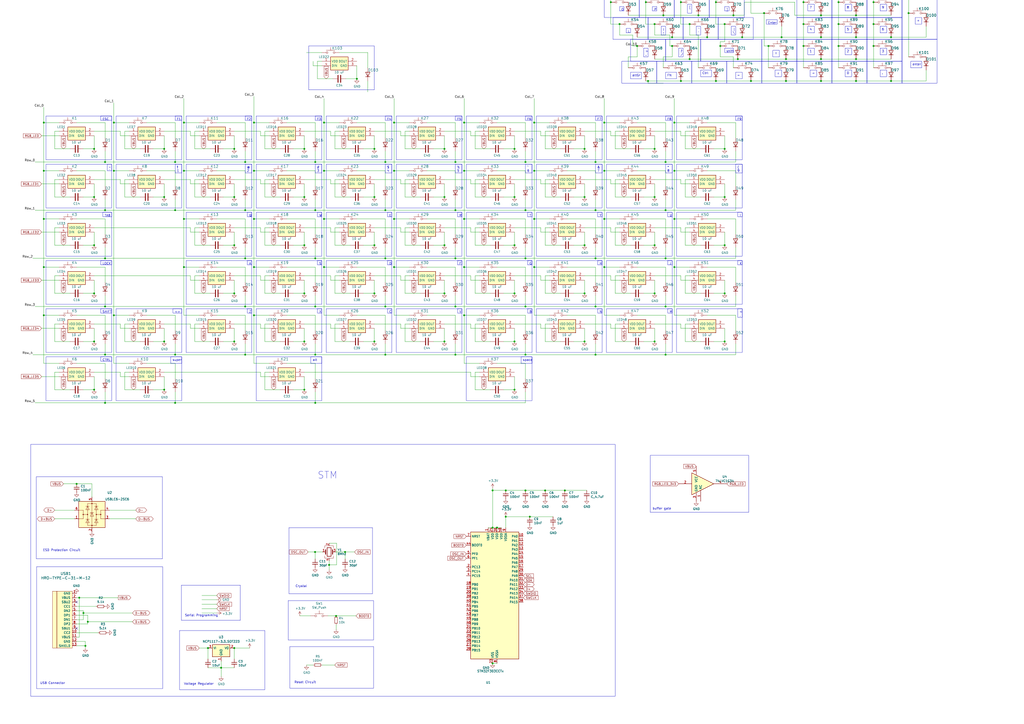
<source format=kicad_sch>
(kicad_sch (version 20230121) (generator eeschema)
  (paper "A2")
  (junction (at 391.16 71.12))
  (junction (at 304.8 205.74))
  (junction (at 120.65 375.92))
  (junction (at 339.09 114.3))
  (junction (at 60.96 205.74))
  (junction (at 400.05 13.97))
  (junction (at 60.96 93.98))
  (junction (at 386.08 205.74))
  (junction (at 496.57 -16.51))
  (junction (at 486.41 -11.43))
  (junction (at 228.6 71.12))
  (junction (at 298.45 142.24))
  (junction (at 400.05 34.29))
  (junction (at 298.45 86.36))
  (junction (at 476.25 8.89))
  (junction (at 350.52 71.12))
  (junction (at 466.09 1.27))
  (junction (at 443.23 7.62))
  (junction (at 285.75 384.81))
  (junction (at 95.25 226.06))
  (junction (at 316.23 284.48))
  (junction (at 386.08 93.98))
  (junction (at 176.53 226.06))
  (junction (at 506.73 1.27))
  (junction (at 350.52 99.06))
  (junction (at 435.61 -16.51))
  (junction (at 182.88 233.68))
  (junction (at 269.24 154.94))
  (junction (at 417.83 26.67))
  (junction (at 182.88 149.86))
  (junction (at 257.81 170.18))
  (junction (at 264.16 121.92))
  (junction (at 327.66 284.48))
  (junction (at 420.37 198.12))
  (junction (at 391.16 154.94))
  (junction (at 374.65 1.27))
  (junction (at 339.09 142.24))
  (junction (at 466.09 13.97))
  (junction (at 309.88 154.94))
  (junction (at 345.44 177.8))
  (junction (at 269.24 71.12))
  (junction (at 405.13 -24.13))
  (junction (at 264.16 177.8))
  (junction (at 389.89 21.59))
  (junction (at 54.61 198.12))
  (junction (at 217.17 114.3))
  (junction (at 506.73 13.97))
  (junction (at 128.27 387.35))
  (junction (at 425.45 -24.13))
  (junction (at 54.61 142.24))
  (junction (at 176.53 114.3))
  (junction (at 496.57 46.99))
  (junction (at 364.49 -24.13))
  (junction (at 496.57 -3.81))
  (junction (at 147.32 71.12))
  (junction (at 453.39 21.59))
  (junction (at 496.57 34.29))
  (junction (at 142.24 177.8))
  (junction (at 54.61 114.3))
  (junction (at 48.387 355.6))
  (junction (at 386.08 177.8))
  (junction (at 60.96 177.8))
  (junction (at 379.73 170.18))
  (junction (at 60.96 121.92))
  (junction (at 379.73 86.36))
  (junction (at 379.73 114.3))
  (junction (at 394.97 1.27))
  (junction (at 486.41 26.67))
  (junction (at 298.45 114.3))
  (junction (at 435.61 46.99))
  (junction (at 135.89 142.24))
  (junction (at 187.96 99.06))
  (junction (at 207.01 45.72))
  (junction (at 309.88 71.12))
  (junction (at 101.6 93.98))
  (junction (at 217.17 86.36))
  (junction (at 420.37 13.97))
  (junction (at 217.17 198.12))
  (junction (at 106.68 127))
  (junction (at 307.34 299.72))
  (junction (at 95.25 198.12))
  (junction (at 445.77 -24.13))
  (junction (at 60.96 149.86))
  (junction (at 415.29 46.99))
  (junction (at 182.88 205.74))
  (junction (at 45.974 346.71))
  (junction (at 391.16 99.06))
  (junction (at 228.6 154.94))
  (junction (at 309.88 99.06))
  (junction (at 375.92 46.99))
  (junction (at 506.73 -24.13))
  (junction (at 66.04 99.06))
  (junction (at 190.9064 327.6854))
  (junction (at 187.96 154.94))
  (junction (at 217.17 170.18))
  (junction (at 269.24 99.06))
  (junction (at 476.25 46.99))
  (junction (at 466.09 -11.43))
  (junction (at 359.41 13.97))
  (junction (at 101.6 121.92))
  (junction (at 389.89 26.67))
  (junction (at 298.45 226.06))
  (junction (at 223.52 149.86))
  (junction (at 288.29 306.07))
  (junction (at 147.32 182.88))
  (junction (at 384.81 8.89))
  (junction (at 420.37 142.24))
  (junction (at 50.927 360.68))
  (junction (at 476.25 -16.51))
  (junction (at 527.05 7.62))
  (junction (at 379.73 198.12))
  (junction (at 257.81 86.36))
  (junction (at 66.04 182.88))
  (junction (at 49.53 374.65))
  (junction (at 364.49 -11.43))
  (junction (at 496.57 21.59))
  (junction (at 182.88 177.8))
  (junction (at 527.05 -11.43))
  (junction (at 455.93 34.29))
  (junction (at 339.09 170.18))
  (junction (at 516.89 46.99))
  (junction (at 350.52 127))
  (junction (at 54.61 226.06))
  (junction (at 506.73 26.67))
  (junction (at 354.33 1.27))
  (junction (at 182.88 121.92))
  (junction (at 269.24 127))
  (junction (at 135.89 86.36))
  (junction (at 66.04 71.12))
  (junction (at 223.52 205.74))
  (junction (at 194.9704 357.2764))
  (junction (at 379.73 142.24))
  (junction (at 264.16 149.86))
  (junction (at 54.61 170.18))
  (junction (at 425.45 8.89))
  (junction (at 405.13 8.89))
  (junction (at 223.52 93.98))
  (junction (at 394.97 46.99))
  (junction (at 304.8 149.86))
  (junction (at 369.57 26.67))
  (junction (at 394.97 -3.81))
  (junction (at 516.89 21.59))
  (junction (at 486.41 -24.13))
  (junction (at 176.53 170.18))
  (junction (at 298.45 198.12))
  (junction (at 293.37 299.72))
  (junction (at 264.16 205.74))
  (junction (at 476.25 34.29))
  (junction (at 516.89 -16.51))
  (junction (at 486.41 13.97))
  (junction (at 455.93 46.99))
  (junction (at 60.96 233.68))
  (junction (at 386.08 149.86))
  (junction (at 142.24 205.74))
  (junction (at 506.73 -11.43))
  (junction (at 415.29 -3.81))
  (junction (at 135.89 170.18))
  (junction (at 95.25 86.36))
  (junction (at 527.05 -24.13))
  (junction (at 182.88 93.98))
  (junction (at 466.09 -24.13))
  (junction (at 285.75 284.48))
  (junction (at 269.24 182.88))
  (junction (at 25.4 154.94))
  (junction (at 410.21 21.59))
  (junction (at 106.68 71.12))
  (junction (at 386.08 121.92))
  (junction (at 304.8 177.8))
  (junction (at 182.7784 320.1924))
  (junction (at 415.29 -16.51))
  (junction (at 476.25 -3.81))
  (junction (at 430.53 21.59))
  (junction (at 223.52 121.92))
  (junction (at 106.68 154.94))
  (junction (at 228.6 127))
  (junction (at 285.75 306.07))
  (junction (at 384.81 -24.13))
  (junction (at 44.45 280.67))
  (junction (at 223.52 177.8))
  (junction (at 420.37 114.3))
  (junction (at 54.61 86.36))
  (junction (at 384.81 -11.43))
  (junction (at 25.4 71.12))
  (junction (at 304.8 284.48))
  (junction (at 298.45 170.18))
  (junction (at 135.89 114.3))
  (junction (at 217.17 142.24))
  (junction (at 176.53 86.36))
  (junction (at 304.8 121.92))
  (junction (at 455.93 -16.51))
  (junction (at 147.32 127))
  (junction (at 339.09 86.36))
  (junction (at 135.89 198.12))
  (junction (at 345.44 93.98))
  (junction (at 476.25 21.59))
  (junction (at 435.61 -11.43))
  (junction (at 496.57 8.89))
  (junction (at 200.1774 320.1924))
  (junction (at 142.24 149.86))
  (junction (at 147.32 154.94))
  (junction (at 176.53 142.24))
  (junction (at 264.16 93.98))
  (junction (at 420.37 86.36))
  (junction (at 101.6 205.74))
  (junction (at 293.37 284.48))
  (junction (at 486.41 1.27))
  (junction (at 106.68 99.06))
  (junction (at 466.09 26.67))
  (junction (at 95.25 114.3))
  (junction (at 25.4 127))
  (junction (at 257.81 198.12))
  (junction (at 176.53 198.12))
  (junction (at 345.44 149.86))
  (junction (at 516.89 -3.81))
  (junction (at 445.77 26.67))
  (junction (at 147.32 99.06))
  (junction (at 415.29 1.27))
  (junction (at 391.16 127))
  (junction (at 309.88 127))
  (junction (at 135.89 375.92))
  (junction (at 25.4 99.06))
  (junction (at 345.44 121.92))
  (junction (at 187.96 71.12))
  (junction (at 345.44 205.74))
  (junction (at 25.4 182.88))
  (junction (at 142.24 121.92))
  (junction (at 142.24 93.98))
  (junction (at 304.8 93.98))
  (junction (at 405.13 -11.43))
  (junction (at 445.77 -3.81))
  (junction (at 379.73 13.97))
  (junction (at 187.96 127))
  (junction (at 228.6 99.06))
  (junction (at 257.81 114.3))
  (junction (at 394.97 -16.51))
  (junction (at 339.09 198.12))
  (junction (at 427.99 34.29))
  (junction (at 101.6 233.68))
  (junction (at 257.81 142.24))
  (junction (at 420.37 170.18))
  (junction (at 350.52 154.94))
  (no_connect (at 44.45 364.49))
  (no_connect (at 44.45 349.25))
  (wire (pts (xy 85.09 71.12) (xy 101.6 71.12)))
  (wire (pts (xy 31.75 170.18) (xy 40.64 170.18)))
  (wire (pts (xy 72.39 187.96) (xy 72.39 198.12)))
  (polyline (pts (xy 105.2576 339.4202) (xy 139.3952 339.4202)))
  (wire (pts (xy 367.03 26.67) (xy 369.57 26.67)))
  (wire (pts (xy 25.4 71.12) (xy 25.4 99.06)))
  (wire (pts (xy 426.72 99.06) (xy 410.21 99.06)))
  (wire (pts (xy 153.67 198.12) (xy 162.56 198.12)))
  (wire (pts (xy 426.72 71.12) (xy 410.21 71.12)))
  (wire (pts (xy 426.72 135.89) (xy 426.72 127)))
  (wire (pts (xy 24.13 190.5) (xy 34.29 190.5)))
  (wire (pts (xy 345.44 177.8) (xy 386.08 177.8)))
  (wire (pts (xy 275.59 226.06) (xy 284.48 226.06)))
  (wire (pts (xy 356.87 104.14) (xy 356.87 114.3)))
  (wire (pts (xy 182.88 163.83) (xy 182.88 154.94)))
  (wire (pts (xy 135.89 198.12) (xy 135.89 190.5)))
  (wire (pts (xy 223.52 149.86) (xy 264.16 149.86)))
  (wire (pts (xy 414.02 114.3) (xy 420.37 114.3)))
  (wire (pts (xy 182.88 143.51) (xy 182.88 149.86)))
  (wire (pts (xy 115.57 127) (xy 106.68 127)))
  (wire (pts (xy 359.41 154.94) (xy 350.52 154.94)))
  (wire (pts (xy 44.45 361.95) (xy 50.927 361.95)))
  (polyline (pts (xy 94.361 399.415) (xy 21.209 399.415)) (stroke (width 0) (type solid)))
  (wire (pts (xy 88.9 114.3) (xy 95.25 114.3)))
  (wire (pts (xy 476.25 -3.81) (xy 496.57 -3.81)))
  (wire (pts (xy 115.57 78.74) (xy 110.49 78.74)))
  (wire (pts (xy 196.85 134.62) (xy 191.77 134.62)))
  (wire (pts (xy 101.6 80.01) (xy 101.6 71.12)))
  (wire (pts (xy 384.81 -31.75) (xy 384.81 -24.13)))
  (wire (pts (xy 386.08 99.06) (xy 369.57 99.06)))
  (wire (pts (xy 394.97 -16.51) (xy 415.29 -16.51)))
  (polyline (pts (xy 21.209 328.803) (xy 94.361 328.803)) (stroke (width 0) (type solid)))
  (wire (pts (xy 44.45 369.57) (xy 45.974 369.57)))
  (wire (pts (xy 194.31 170.18) (xy 203.2 170.18)))
  (wire (pts (xy 273.05 190.5) (xy 273.05 187.96)))
  (wire (pts (xy 60.96 154.94) (xy 44.45 154.94)))
  (wire (pts (xy 400.05 190.5) (xy 394.97 190.5)))
  (wire (pts (xy 356.87 76.2) (xy 356.87 86.36)))
  (wire (pts (xy 316.23 114.3) (xy 325.12 114.3)))
  (wire (pts (xy 60.96 177.8) (xy 142.24 177.8)))
  (wire (pts (xy 394.97 78.74) (xy 394.97 76.2)))
  (wire (pts (xy 285.75 306.07) (xy 288.29 306.07)))
  (wire (pts (xy 350.52 154.94) (xy 350.52 182.88)))
  (wire (pts (xy 129.54 142.24) (xy 135.89 142.24)))
  (wire (pts (xy 420.37 142.24) (xy 420.37 134.62)))
  (wire (pts (xy 415.29 -16.51) (xy 435.61 -16.51)))
  (wire (pts (xy 386.08 191.77) (xy 386.08 182.88)))
  (wire (pts (xy 373.38 170.18) (xy 379.73 170.18)))
  (wire (pts (xy 359.41 134.62) (xy 354.33 134.62)))
  (wire (pts (xy 275.59 187.96) (xy 275.59 198.12)))
  (wire (pts (xy 285.75 284.48) (xy 293.37 284.48)))
  (wire (pts (xy 200.66 45.72) (xy 207.01 45.72)))
  (wire (pts (xy 345.44 154.94) (xy 328.93 154.94)))
  (wire (pts (xy 31.75 215.9) (xy 34.29 215.9)))
  (wire (pts (xy 237.49 71.12) (xy 228.6 71.12)))
  (wire (pts (xy 339.09 160.02) (xy 354.33 160.02)))
  (wire (pts (xy 359.41 182.88) (xy 350.52 182.88)))
  (wire (pts (xy 74.93 78.74) (xy 69.85 78.74)))
  (wire (pts (xy 213.36 30.48) (xy 196.85 30.48)))
  (wire (pts (xy 191.77 134.62) (xy 191.77 132.08)))
  (wire (pts (xy 31.75 300.99) (xy 43.18 300.99)))
  (wire (pts (xy 45.974 369.57) (xy 45.974 346.71)))
  (polyline (pts (xy 168.1734 375.0564) (xy 216.6874 375.0564)))
  (wire (pts (xy 36.83 280.67) (xy 44.45 280.67)))
  (wire (pts (xy 313.69 190.5) (xy 313.69 187.96)))
  (wire (pts (xy 298.45 86.36) (xy 298.45 78.74)))
  (wire (pts (xy 389.89 26.67) (xy 389.89 33.02)))
  (wire (pts (xy 257.81 187.96) (xy 273.05 187.96)))
  (wire (pts (xy 234.95 76.2) (xy 234.95 86.36)))
  (wire (pts (xy 182.88 93.98) (xy 223.52 93.98)))
  (wire (pts (xy 237.49 162.56) (xy 232.41 162.56)))
  (wire (pts (xy 316.23 76.2) (xy 318.77 76.2)))
  (wire (pts (xy 443.23 26.67) (xy 445.77 26.67)))
  (wire (pts (xy 364.49 -31.75) (xy 364.49 -24.13)))
  (wire (pts (xy 217.17 114.3) (xy 217.17 106.68)))
  (wire (pts (xy 223.52 121.92) (xy 264.16 121.92)))
  (wire (pts (xy 187.96 99.06) (xy 187.96 127)))
  (wire (pts (xy 257.81 114.3) (xy 257.81 106.68)))
  (wire (pts (xy 377.19 -5.08) (xy 377.19 -1.27)))
  (wire (pts (xy 476.25 34.29) (xy 496.57 34.29)))
  (wire (pts (xy 113.03 160.02) (xy 113.03 170.18)))
  (wire (pts (xy 356.87 187.96) (xy 356.87 198.12)))
  (wire (pts (xy 223.52 115.57) (xy 223.52 121.92)))
  (wire (pts (xy 389.89 33.02) (xy 384.81 33.02)))
  (wire (pts (xy 269.24 154.94) (xy 269.24 182.88)))
  (wire (pts (xy 115.57 106.68) (xy 110.49 106.68)))
  (wire (pts (xy 426.72 163.83) (xy 426.72 154.94)))
  (wire (pts (xy 264.16 143.51) (xy 264.16 149.86)))
  (wire (pts (xy 147.32 55.88) (xy 147.32 71.12)))
  (wire (pts (xy 184.15 35.56) (xy 186.69 35.56)))
  (wire (pts (xy 151.13 106.68) (xy 151.13 104.14)))
  (wire (pts (xy 339.09 142.24) (xy 339.09 134.62)))
  (wire (pts (xy 223.52 154.94) (xy 207.01 154.94)))
  (wire (pts (xy 257.81 160.02) (xy 273.05 160.02)))
  (wire (pts (xy 31.75 295.91) (xy 43.18 295.91)))
  (wire (pts (xy 142.24 127) (xy 125.73 127)))
  (wire (pts (xy 110.49 162.56) (xy 110.49 160.02)))
  (wire (pts (xy 264.16 127) (xy 247.65 127)))
  (wire (pts (xy 223.52 80.01) (xy 223.52 71.12)))
  (wire (pts (xy 147.32 99.06) (xy 147.32 127)))
  (wire (pts (xy 48.26 114.3) (xy 54.61 114.3)))
  (wire (pts (xy 278.13 134.62) (xy 273.05 134.62)))
  (wire (pts (xy 196.85 162.56) (xy 191.77 162.56)))
  (wire (pts (xy 191.77 78.74) (xy 191.77 76.2)))
  (wire (pts (xy 142.24 171.45) (xy 142.24 177.8)))
  (wire (pts (xy 207.01 45.72) (xy 207.01 38.1)))
  (wire (pts (xy 486.41 -11.43) (xy 486.41 1.27)))
  (wire (pts (xy 386.08 135.89) (xy 386.08 127)))
  (wire (pts (xy 142.24 121.92) (xy 182.88 121.92)))
  (wire (pts (xy 115.57 154.94) (xy 106.68 154.94)))
  (wire (pts (xy 386.08 163.83) (xy 386.08 154.94)))
  (wire (pts (xy 275.59 198.12) (xy 284.48 198.12)))
  (wire (pts (xy 386.08 177.8) (xy 426.72 177.8)))
  (wire (pts (xy 95.25 86.36) (xy 95.25 78.74)))
  (wire (pts (xy 354.33 106.68) (xy 354.33 104.14)))
  (wire (pts (xy 223.52 135.89) (xy 223.52 127)))
  (wire (pts (xy 101.6 107.95) (xy 101.6 99.06)))
  (wire (pts (xy 66.04 182.88) (xy 74.93 182.88)))
  (wire (pts (xy 182.88 135.89) (xy 182.88 127)))
  (wire (pts (xy 466.09 13.97) (xy 466.09 26.67)))
  (wire (pts (xy 275.59 104.14) (xy 275.59 114.3)))
  (wire (pts (xy 44.45 354.33) (xy 48.387 354.33)))
  (wire (pts (xy 313.69 106.68) (xy 313.69 104.14)))
  (wire (pts (xy 129.54 170.18) (xy 135.89 170.18)))
  (polyline (pts (xy 167.64 306.07) (xy 167.64 344.3732)) (stroke (width 0) (type solid)))
  (wire (pts (xy 384.81 -24.13) (xy 384.81 -11.43)))
  (wire (pts (xy 397.51 104.14) (xy 397.51 114.3)))
  (wire (pts (xy 176.53 114.3) (xy 176.53 106.68)))
  (wire (pts (xy 430.53 21.59) (xy 453.39 21.59)))
  (wire (pts (xy 304.8 171.45) (xy 304.8 177.8)))
  (polyline (pts (xy 216.6874 399.1864) (xy 168.1734 399.1864)))
  (wire (pts (xy 356.87 160.02) (xy 359.41 160.02)))
  (wire (pts (xy 332.74 170.18) (xy 339.09 170.18)))
  (wire (pts (xy 135.89 142.24) (xy 135.89 134.62)))
  (wire (pts (xy 187.96 71.12) (xy 187.96 99.06)))
  (wire (pts (xy 234.95 160.02) (xy 237.49 160.02)))
  (wire (pts (xy 292.1 226.06) (xy 298.45 226.06)))
  (wire (pts (xy 153.67 104.14) (xy 153.67 114.3)))
  (wire (pts (xy 537.21 21.59) (xy 537.21 15.24)))
  (wire (pts (xy 364.49 33.02) (xy 364.49 39.37)))
  (wire (pts (xy 182.88 107.95) (xy 182.88 99.06)))
  (wire (pts (xy 31.75 198.12) (xy 40.64 198.12)))
  (wire (pts (xy 72.39 86.36) (xy 81.28 86.36)))
  (wire (pts (xy 54.61 226.06) (xy 54.61 218.44)))
  (wire (pts (xy 217.17 187.96) (xy 232.41 187.96)))
  (wire (pts (xy 466.09 -31.75) (xy 466.09 -24.13)))
  (wire (pts (xy 31.75 187.96) (xy 31.75 198.12)))
  (wire (pts (xy 182.88 121.92) (xy 223.52 121.92)))
  (wire (pts (xy 373.38 86.36) (xy 379.73 86.36)))
  (wire (pts (xy 275.59 132.08) (xy 275.59 142.24)))
  (wire (pts (xy 304.8 80.01) (xy 304.8 71.12)))
  (wire (pts (xy 232.41 190.5) (xy 232.41 187.96)))
  (wire (pts (xy 101.6 191.77) (xy 101.6 182.88)))
  (wire (pts (xy 425.45 33.02) (xy 425.45 39.37)))
  (wire (pts (xy 394.97 13.97) (xy 400.05 13.97)))
  (wire (pts (xy 426.72 115.57) (xy 426.72 121.92)))
  (wire (pts (xy 304.8 149.86) (xy 345.44 149.86)))
  (wire (pts (xy 278.13 182.88) (xy 269.24 182.88)))
  (wire (pts (xy 151.13 162.56) (xy 151.13 160.02)))
  (wire (pts (xy 257.81 198.12) (xy 257.81 190.5)))
  (wire (pts (xy 304.8 115.57) (xy 304.8 121.92)))
  (wire (pts (xy 426.72 87.63) (xy 426.72 93.98)))
  (wire (pts (xy 278.13 106.68) (xy 273.05 106.68)))
  (wire (pts (xy 264.16 171.45) (xy 264.16 177.8)))
  (wire (pts (xy 25.4 127) (xy 34.29 127)))
  (wire (pts (xy 153.67 76.2) (xy 153.67 86.36)))
  (wire (pts (xy 184.15 35.56) (xy 184.15 45.72)))
  (wire (pts (xy 420.37 170.18) (xy 420.37 162.56)))
  (wire (pts (xy 397.51 198.12) (xy 406.4 198.12)))
  (wire (pts (xy 186.69 30.48) (xy 177.8 30.48)))
  (wire (pts (xy 278.13 71.12) (xy 269.24 71.12)))
  (wire (pts (xy 369.57 26.67) (xy 369.57 33.02)))
  (wire (pts (xy 309.88 127) (xy 309.88 154.94)))
  (wire (pts (xy 264.16 205.74) (xy 304.8 205.74)))
  (wire (pts (xy 113.03 187.96) (xy 113.03 198.12)))
  (wire (pts (xy 182.88 127) (xy 166.37 127)))
  (wire (pts (xy 400.05 182.88) (xy 391.16 182.88)))
  (wire (pts (xy 373.38 198.12) (xy 379.73 198.12)))
  (wire (pts (xy 275.59 170.18) (xy 284.48 170.18)))
  (wire (pts (xy 153.67 132.08) (xy 153.67 142.24)))
  (wire (pts (xy 405.13 -5.08) (xy 397.51 -5.08)))
  (wire (pts (xy 304.8 219.71) (xy 304.8 210.82)))
  (wire (pts (xy 316.23 104.14) (xy 316.23 114.3)))
  (wire (pts (xy 257.81 170.18) (xy 257.81 162.56)))
  (wire (pts (xy 445.77 -17.78) (xy 438.15 -17.78)))
  (wire (pts (xy 147.32 99.06) (xy 156.21 99.06)))
  (polyline (pts (xy 21.209 399.415) (xy 21.209 328.803)) (stroke (width 0) (type solid)))
  (wire (pts (xy 298.45 142.24) (xy 298.45 134.62)))
  (wire (pts (xy 304.8 205.74) (xy 345.44 205.74)))
  (wire (pts (xy 101.6 199.39) (xy 101.6 205.74)))
  (wire (pts (xy 292.1 86.36) (xy 298.45 86.36)))
  (wire (pts (xy 394.97 134.62) (xy 394.97 132.08)))
  (wire (pts (xy 386.08 121.92) (xy 426.72 121.92)))
  (wire (pts (xy 182.88 80.01) (xy 182.88 71.12)))
  (wire (pts (xy 194.31 104.14) (xy 196.85 104.14)))
  (wire (pts (xy 257.81 132.08) (xy 273.05 132.08)))
  (polyline (pts (xy 105.2576 359.8672) (xy 105.2576 339.4202)))
  (wire (pts (xy 48.387 359.41) (xy 44.45 359.41)))
  (wire (pts (xy 416.56 -5.08) (xy 416.56 0)))
  (wire (pts (xy 374.65 -3.81) (xy 394.97 -3.81)))
  (wire (pts (xy 101.6 121.92) (xy 142.24 121.92)))
  (wire (pts (xy 217.17 86.36) (xy 217.17 78.74)))
  (wire (pts (xy 379.73 86.36) (xy 379.73 78.74)))
  (wire (pts (xy 60.96 135.89) (xy 60.96 127)))
  (wire (pts (xy 386.08 154.94) (xy 369.57 154.94)))
  (wire (pts (xy 397.51 187.96) (xy 400.05 187.96)))
  (wire (pts (xy 176.53 132.08) (xy 191.77 132.08)))
  (wire (pts (xy 394.97 190.5) (xy 394.97 187.96)))
  (wire (pts (xy 435.61 -13.97) (xy 435.61 -11.43)))
  (wire (pts (xy 496.57 34.29) (xy 516.89 34.29)))
  (wire (pts (xy 391.16 154.94) (xy 391.16 182.88)))
  (wire (pts (xy 210.82 86.36) (xy 217.17 86.36)))
  (wire (pts (xy 54.61 187.96) (xy 69.85 187.96)))
  (wire (pts (xy 293.37 284.48) (xy 304.8 284.48)))
  (wire (pts (xy 72.39 104.14) (xy 72.39 114.3)))
  (wire (pts (xy 237.49 99.06) (xy 228.6 99.06)))
  (wire (pts (xy 307.34 299.72) (xy 320.802 299.72)))
  (wire (pts (xy 54.61 170.18) (xy 54.61 162.56)))
  (wire (pts (xy 358.14 -1.27) (xy 354.33 -1.27)))
  (wire (pts (xy 44.45 280.67) (xy 53.34 280.67)))
  (wire (pts (xy 60.96 93.98) (xy 101.6 93.98)))
  (wire (pts (xy 285.75 384.81) (xy 288.29 384.81)))
  (wire (pts (xy 278.13 127) (xy 269.24 127)))
  (wire (pts (xy 318.77 154.94) (xy 309.88 154.94)))
  (wire (pts (xy 69.85 218.44) (xy 69.85 215.9)))
  (wire (pts (xy 445.77 -3.81) (xy 476.25 -3.81)))
  (wire (pts (xy 414.02 142.24) (xy 420.37 142.24)))
  (wire (pts (xy 153.67 170.18) (xy 162.56 170.18)))
  (wire (pts (xy 187.96 154.94) (xy 187.96 182.88)))
  (wire (pts (xy 386.08 80.01) (xy 386.08 71.12)))
  (wire (pts (xy 31.75 132.08) (xy 31.75 142.24)))
  (wire (pts (xy 379.73 104.14) (xy 394.97 104.14)))
  (wire (pts (xy 60.96 210.82) (xy 44.45 210.82)))
  (wire (pts (xy 176.53 104.14) (xy 191.77 104.14)))
  (wire (pts (xy 391.16 57.15) (xy 391.16 71.12)))
  (wire (pts (xy 217.17 104.14) (xy 232.41 104.14)))
  (polyline (pts (xy 94.234 276.606) (xy 94.234 324.104)) (stroke (width 0) (type solid)))
  (wire (pts (xy 135.89 132.08) (xy 151.13 132.08)))
  (wire (pts (xy 384.81 48.26) (xy 375.92 48.26)))
  (wire (pts (xy 156.21 106.68) (xy 151.13 106.68)))
  (wire (pts (xy 156.21 78.74) (xy 151.13 78.74)))
  (wire (pts (xy 345.44 143.51) (xy 345.44 149.86)))
  (wire (pts (xy 45.974 346.71) (xy 68.58 346.71)))
  (wire (pts (xy 275.59 132.08) (xy 278.13 132.08)))
  (wire (pts (xy 31.75 215.9) (xy 31.75 226.06)))
  (wire (pts (xy 476.25 8.89) (xy 496.57 8.89)))
  (wire (pts (xy 223.52 93.98) (xy 264.16 93.98)))
  (wire (pts (xy 345.44 80.01) (xy 345.44 71.12)))
  (wire (pts (xy 422.91 -24.13) (xy 422.91 -5.08)))
  (wire (pts (xy 269.24 210.82) (xy 278.13 210.82)))
  (wire (pts (xy 405.13 8.89) (xy 425.45 8.89)))
  (wire (pts (xy 278.13 190.5) (xy 273.05 190.5)))
  (wire (pts (xy 60.96 182.88) (xy 44.45 182.88)))
  (wire (pts (xy 196.85 71.12) (xy 187.96 71.12)))
  (wire (pts (xy 345.44 182.88) (xy 328.93 182.88)))
  (wire (pts (xy 48.26 170.18) (xy 54.61 170.18)))
  (wire (pts (xy 269.24 99.06) (xy 269.24 127)))
  (wire (pts (xy 182.88 115.57) (xy 182.88 121.92)))
  (wire (pts (xy 466.09 -24.13) (xy 466.09 -11.43)))
  (wire (pts (xy 60.96 191.77) (xy 60.96 182.88)))
  (wire (pts (xy 379.73 76.2) (xy 394.97 76.2)))
  (wire (pts (xy 217.17 76.2) (xy 232.41 76.2)))
  (wire (pts (xy 72.39 114.3) (xy 81.28 114.3)))
  (wire (pts (xy 196.85 154.94) (xy 187.96 154.94)))
  (wire (pts (xy 74.93 106.68) (xy 69.85 106.68)))
  (wire (pts (xy 345.44 99.06) (xy 328.93 99.06)))
  (wire (pts (xy 257.81 76.2) (xy 273.05 76.2)))
  (wire (pts (xy 379.73 13.97) (xy 379.73 20.32)))
  (wire (pts (xy 153.67 104.14) (xy 156.21 104.14)))
  (wire (pts (xy 60.96 71.12) (xy 44.45 71.12)))
  (wire (pts (xy 417.83 24.13) (xy 417.83 26.67)))
  (wire (pts (xy 106.68 71.12) (xy 106.68 99.06)))
  (wire (pts (xy 135.89 187.96) (xy 151.13 187.96)))
  (wire (pts (xy 182.88 227.33) (xy 182.88 233.68)))
  (wire (pts (xy 339.09 198.12) (xy 339.09 190.5)))
  (wire (pts (xy 426.72 107.95) (xy 426.72 99.06)))
  (wire (pts (xy 125.73 345.44) (xy 117.094 345.44)))
  (wire (pts (xy 506.73 -31.75) (xy 506.73 -24.13)))
  (wire (pts (xy 88.9 86.36) (xy 95.25 86.36)))
  (wire (pts (xy 537.21 46.99) (xy 537.21 40.64)))
  (wire (pts (xy 194.31 132.08) (xy 196.85 132.08)))
  (wire (pts (xy 49.53 372.11) (xy 49.53 374.65)))
  (wire (pts (xy 66.04 182.88) (xy 66.04 210.82)))
  (wire (pts (xy 397.51 -5.08) (xy 397.51 -1.27)))
  (wire (pts (xy 417.83 26.67) (xy 417.83 33.02)))
  (wire (pts (xy 60.96 219.71) (xy 60.96 210.82)))
  (wire (pts (xy 359.41 13.97) (xy 359.41 20.32)))
  (wire (pts (xy 194.31 187.96) (xy 194.31 198.12)))
  (wire (pts (xy 386.08 127) (xy 369.57 127)))
  (wire (pts (xy 359.41 99.06) (xy 350.52 99.06)))
  (wire (pts (xy 217.17 198.12) (xy 217.17 190.5)))
  (wire (pts (xy 332.74 114.3) (xy 339.09 114.3)))
  (wire (pts (xy 234.95 198.12) (xy 243.84 198.12)))
  (wire (pts (xy 339.09 104.14) (xy 354.33 104.14)))
  (wire (pts (xy 176.53 198.12) (xy 176.53 190.5)))
  (wire (pts (xy 60.96 127) (xy 44.45 127)))
  (wire (pts (xy 48.387 355.6) (xy 48.387 359.41)))
  (wire (pts (xy 186.69 38.1) (xy 181.61 38.1)))
  (wire (pts (xy 135.89 104.14) (xy 151.13 104.14)))
  (wire (pts (xy 190.9064 325.2724) (xy 190.9064 327.6854)))
  (wire (pts (xy 50.927 361.95) (xy 50.927 360.68)))
  (wire (pts (xy 113.03 170.18) (xy 121.92 170.18)))
  (wire (pts (xy 369.57 33.02) (xy 364.49 33.02)))
  (wire (pts (xy 359.41 190.5) (xy 354.33 190.5)))
  (wire (pts (xy 101.6 227.33) (xy 101.6 233.68)))
  (wire (pts (xy 486.41 13.97) (xy 486.41 26.67)))
  (wire (pts (xy 426.72 182.88) (xy 410.21 182.88)))
  (wire (pts (xy 400.05 78.74) (xy 394.97 78.74)))
  (wire (pts (xy 379.73 34.29) (xy 400.05 34.29)))
  (wire (pts (xy 223.52 143.51) (xy 223.52 149.86)))
  (wire (pts (xy 60.96 227.33) (xy 60.96 233.68)))
  (wire (pts (xy 476.25 46.99) (xy 496.57 46.99)))
  (wire (pts (xy 345.44 135.89) (xy 345.44 127)))
  (wire (pts (xy 72.39 76.2) (xy 72.39 86.36)))
  (wire (pts (xy 196.85 106.68) (xy 191.77 106.68)))
  (wire (pts (xy 298.45 104.14) (xy 313.69 104.14)))
  (wire (pts (xy 20.32 233.68) (xy 60.96 233.68)))
  (wire (pts (xy 386.08 171.45) (xy 386.08 177.8)))
  (wire (pts (xy 388.62 20.32) (xy 388.62 26.67)))
  (wire (pts (xy 210.82 142.24) (xy 217.17 142.24)))
  (wire (pts (xy 264.16 177.8) (xy 304.8 177.8)))
  (wire (pts (xy 275.59 215.9) (xy 275.59 226.06)))
  (wire (pts (xy 223.52 127) (xy 207.01 127)))
  (wire (pts (xy 345.44 71.12) (xy 328.93 71.12)))
  (wire (pts (xy 176.53 160.02) (xy 191.77 160.02)))
  (wire (pts (xy 400.05 127) (xy 391.16 127)))
  (wire (pts (xy 345.44 163.83) (xy 345.44 154.94)))
  (wire (pts (xy 72.39 215.9) (xy 72.39 226.06)))
  (wire (pts (xy 19.05 149.86) (xy 60.96 149.86)))
  (wire (pts (xy 74.93 218.44) (xy 69.85 218.44)))
  (wire (pts (xy 386.08 115.57) (xy 386.08 121.92)))
  (wire (pts (xy 264.16 107.95) (xy 264.16 99.06)))
  (wire (pts (xy 176.53 226.06) (xy 176.53 218.44)))
  (wire (pts (xy 228.6 154.94) (xy 228.6 182.88)))
  (wire (pts (xy 506.73 -24.13) (xy 506.73 -11.43)))
  (wire (pts (xy 309.88 154.94) (xy 309.88 182.88)))
  (wire (pts (xy 147.32 71.12) (xy 147.32 99.06)))
  (polyline (pts (xy 216.0778 344.3732) (xy 216.0778 306.07)) (stroke (width 0) (type solid)))
  (wire (pts (xy 115.57 134.62) (xy 110.49 134.62)))
  (wire (pts (xy 170.18 226.06) (xy 176.53 226.06)))
  (wire (pts (xy 350.52 99.06) (xy 350.52 127)))
  (wire (pts (xy 54.61 114.3) (xy 54.61 106.68)))
  (wire (pts (xy 54.61 104.14) (xy 69.85 104.14)))
  (wire (pts (xy 426.72 199.39) (xy 426.72 205.74)))
  (wire (pts (xy 125.73 71.12) (xy 142.24 71.12)))
  (wire (pts (xy 95.25 114.3) (xy 95.25 106.68)))
  (wire (pts (xy 24.13 78.74) (xy 34.29 78.74)))
  (wire (pts (xy 234.95 187.96) (xy 237.49 187.96)))
  (wire (pts (xy 182.88 199.39) (xy 182.88 205.74)))
  (wire (pts (xy 113.03 76.2) (xy 115.57 76.2)))
  (wire (pts (xy 496.57 -16.51) (xy 516.89 -16.51)))
  (wire (pts (xy 153.67 132.08) (xy 156.21 132.08)))
  (wire (pts (xy 264.16 182.88) (xy 247.65 182.88)))
  (wire (pts (xy 264.16 115.57) (xy 264.16 121.92)))
  (wire (pts (xy 397.51 76.2) (xy 397.51 86.36)))
  (polyline (pts (xy 139.3952 339.4202) (xy 139.3952 359.8672)))
  (wire (pts (xy 153.67 114.3) (xy 162.56 114.3)))
  (wire (pts (xy 426.72 127) (xy 410.21 127)))
  (wire (pts (xy 345.44 149.86) (xy 386.08 149.86)))
  (wire (pts (xy 316.23 104.14) (xy 318.77 104.14)))
  (wire (pts (xy 191.77 162.56) (xy 191.77 160.02)))
  (wire (pts (xy 251.46 142.24) (xy 257.81 142.24)))
  (wire (pts (xy 496.57 8.89) (xy 516.89 8.89)))
  (wire (pts (xy 25.4 182.88) (xy 25.4 210.82)))
  (wire (pts (xy 129.54 114.3) (xy 135.89 114.3)))
  (wire (pts (xy 223.52 191.77) (xy 223.52 182.88)))
  (wire (pts (xy 354.33 162.56) (xy 354.33 160.02)))
  (wire (pts (xy 425.45 -31.75) (xy 425.45 -24.13)))
  (wire (pts (xy 313.69 134.62) (xy 313.69 132.08)))
  (wire (pts (xy 110.49 78.74) (xy 110.49 76.2)))
  (wire (pts (xy 527.05 -31.75) (xy 527.05 -24.13)))
  (wire (pts (xy 461.01 1.27) (xy 461.01 8.89)))
  (wire (pts (xy 278.13 218.44) (xy 273.05 218.44)))
  (wire (pts (xy 60.96 171.45) (xy 60.96 177.8)))
  (wire (pts (xy 275.59 114.3) (xy 284.48 114.3)))
  (wire (pts (xy 196.85 99.06) (xy 187.96 99.06)))
  (wire (pts (xy 101.6 233.68) (xy 182.88 233.68)))
  (wire (pts (xy 153.67 215.9) (xy 153.67 226.06)))
  (wire (pts (xy 234.95 104.14) (xy 237.49 104.14)))
  (wire (pts (xy 142.24 99.06) (xy 125.73 99.06)))
  (wire (pts (xy 182.88 177.8) (xy 223.52 177.8)))
  (wire (pts (xy 257.81 104.14) (xy 273.05 104.14)))
  (wire (pts (xy 106.68 57.15) (xy 106.68 71.12)))
  (wire (pts (xy 44.45 351.79) (xy 55.88 351.79)))
  (wire (pts (xy 182.88 87.63) (xy 182.88 93.98)))
  (wire (pts (xy 49.53 375.92) (xy 49.53 374.65)))
  (wire (pts (xy 181.61 38.1) (xy 181.61 35.56)))
  (wire (pts (xy 384.81 -5.08) (xy 377.19 -5.08)))
  (wire (pts (xy 113.03 104.14) (xy 113.03 114.3)))
  (wire (pts (xy 275.59 142.24) (xy 284.48 142.24)))
  (wire (pts (xy 128.27 387.35) (xy 135.89 387.35)))
  (wire (pts (xy 275.59 76.2) (xy 278.13 76.2)))
  (wire (pts (xy 195.2244 327.6854) (xy 190.9064 327.6854)))
  (wire (pts (xy 120.65 375.92) (xy 120.65 382.27)))
  (wire (pts (xy 194.31 160.02) (xy 196.85 160.02)))
  (wire (pts (xy 516.89 21.59) (xy 537.21 21.59)))
  (wire (pts (xy 69.85 190.5) (xy 69.85 187.96)))
  (wire (pts (xy 318.77 71.12) (xy 309.88 71.12)))
  (wire (pts (xy 194.31 86.36) (xy 203.2 86.36)))
  (wire (pts (xy 345.44 205.74) (xy 386.08 205.74)))
  (wire (pts (xy 386.08 143.51) (xy 386.08 149.86)))
  (wire (pts (xy 304.8 121.92) (xy 345.44 121.92)))
  (wire (pts (xy 374.65 -1.27) (xy 374.65 1.27)))
  (wire (pts (xy 304.8 107.95) (xy 304.8 99.06)))
  (wire (pts (xy 318.77 127) (xy 309.88 127)))
  (wire (pts (xy 431.8 8.89) (xy 431.8 1.27)))
  (wire (pts (xy 400.05 162.56) (xy 394.97 162.56)))
  (polyline (pts (xy 216.6874 375.0564) (xy 216.6874 399.1864)))
  (wire (pts (xy 48.26 86.36) (xy 54.61 86.36)))
  (wire (pts (xy 106.68 154.94) (xy 106.68 182.88)))
  (wire (pts (xy 54.61 86.36) (xy 54.61 78.74)))
  (wire (pts (xy 476.25 21.59) (xy 496.57 21.59)))
  (wire (pts (xy 31.75 226.06) (xy 40.64 226.06)))
  (wire (pts (xy 318.77 182.88) (xy 309.88 182.88)))
  (wire (pts (xy 354.33 1.27) (xy 354.33 13.97)))
  (wire (pts (xy 327.66 284.48) (xy 340.36 284.48)))
  (wire (pts (xy 31.75 76.2) (xy 34.29 76.2)))
  (wire (pts (xy 135.89 375.92) (xy 144.78 375.92)))
  (wire (pts (xy 415.29 13.97) (xy 420.37 13.97)))
  (wire (pts (xy 316.23 160.02) (xy 316.23 170.18)))
  (wire (pts (xy 25.4 99.06) (xy 34.29 99.06)))
  (wire (pts (xy 389.89 21.59) (xy 410.21 21.59)))
  (wire (pts (xy 316.23 76.2) (xy 316.23 86.36)))
  (wire (pts (xy 438.15 -17.78) (xy 438.15 -13.97)))
  (wire (pts (xy 269.24 57.15) (xy 269.24 71.12)))
  (polyline (pts (xy 21.082 324.104) (xy 21.082 276.606)) (stroke (width 0) (type solid)))
  (wire (pts (xy 386.08 182.88) (xy 369.57 182.88)))
  (polyline (pts (xy 216.0778 306.07) (xy 167.64 306.07)) (stroke (width 0) (type solid)))
  (wire (pts (xy 397.51 -1.27) (xy 394.97 -1.27)))
  (wire (pts (xy 190.9064 315.1124) (xy 195.2244 315.1124)))
  (wire (pts (xy 356.87 170.18) (xy 365.76 170.18)))
  (wire (pts (xy 106.68 127) (xy 106.68 154.94)))
  (wire (pts (xy 60.96 80.01) (xy 60.96 71.12)))
  (wire (pts (xy 455.93 -16.51) (xy 476.25 -16.51)))
  (wire (pts (xy 426.72 191.77) (xy 426.72 182.88)))
  (wire (pts (xy 24.13 218.44) (xy 34.29 218.44)))
  (wire (pts (xy 54.61 160.02) (xy 110.49 160.02)))
  (polyline (pts (xy 21.082 276.606) (xy 94.234 276.606)) (stroke (width 0) (type solid)))
  (wire (pts (xy 72.39 187.96) (xy 74.93 187.96)))
  (wire (pts (xy 234.95 132.08) (xy 237.49 132.08)))
  (wire (pts (xy 156.21 71.12) (xy 147.32 71.12)))
  (wire (pts (xy 415.29 -3.81) (xy 445.77 -3.81)))
  (wire (pts (xy 217.17 160.02) (xy 232.41 160.02)))
  (wire (pts (xy 435.61 7.62) (xy 443.23 7.62)))
  (wire (pts (xy 142.24 163.83) (xy 142.24 154.94)))
  (wire (pts (xy 237.49 127) (xy 228.6 127)))
  (wire (pts (xy 151.13 218.44) (xy 151.13 215.9)))
  (wire (pts (xy 142.24 107.95) (xy 142.24 99.06)))
  (wire (pts (xy 25.4 182.88) (xy 34.29 182.88)))
  (wire (pts (xy 359.41 106.68) (xy 354.33 106.68)))
  (wire (pts (xy 191.77 106.68) (xy 191.77 104.14)))
  (wire (pts (xy 350.52 57.15) (xy 350.52 71.12)))
  (wire (pts (xy 69.85 106.68) (xy 69.85 104.14)))
  (wire (pts (xy 358.14 -5.08) (xy 358.14 -1.27)))
  (wire (pts (xy 200.1774 320.1924) (xy 200.1774 324.2564)))
  (wire (pts (xy 264.16 121.92) (xy 304.8 121.92)))
  (wire (pts (xy 304.8 227.33) (xy 304.8 233.68)))
  (wire (pts (xy 194.31 104.14) (xy 194.31 114.3)))
  (wire (pts (xy 379.73 114.3) (xy 379.73 106.68)))
  (wire (pts (xy 431.8 1.27) (xy 461.01 1.27)))
  (wire (pts (xy 88.9 226.06) (xy 95.25 226.06)))
  (wire (pts (xy 364.49 -5.08) (xy 358.14 -5.08)))
  (wire (pts (xy 234.95 170.18) (xy 243.84 170.18)))
  (wire (pts (xy 187.96 57.15) (xy 187.96 71.12)))
  (wire (pts (xy 194.31 114.3) (xy 203.2 114.3)))
  (wire (pts (xy 304.8 177.8) (xy 345.44 177.8)))
  (wire (pts (xy 486.41 -31.75) (xy 486.41 -24.13)))
  (wire (pts (xy 397.51 114.3) (xy 406.4 114.3)))
  (wire (pts (xy 66.04 210.82) (xy 74.93 210.82)))
  (wire (pts (xy 466.09 26.67) (xy 466.09 39.37)))
  (wire (pts (xy 394.97 162.56) (xy 394.97 160.02)))
  (wire (pts (xy 375.92 48.26) (xy 375.92 46.99)))
  (wire (pts (xy 339.09 132.08) (xy 354.33 132.08)))
  (wire (pts (xy 435.61 46.99) (xy 455.93 46.99)))
  (wire (pts (xy 147.32 154.94) (xy 156.21 154.94)))
  (wire (pts (xy 182.88 149.86) (xy 223.52 149.86)))
  (wire (pts (xy 31.75 187.96) (xy 34.29 187.96)))
  (wire (pts (xy 445.77 -31.75) (xy 445.77 -24.13)))
  (wire (pts (xy 182.88 154.94) (xy 166.37 154.94)))
  (wire (pts (xy 359.41 127) (xy 350.52 127)))
  (wire (pts (xy 54.61 198.12) (xy 54.61 190.5)))
  (wire (pts (xy 113.03 132.08) (xy 113.03 142.24)))
  (wire (pts (xy 44.45 346.71) (xy 45.974 346.71)))
  (wire (pts (xy 60.96 87.63) (xy 60.96 93.98)))
  (wire (pts (xy 269.24 71.12) (xy 269.24 99.06)))
  (wire (pts (xy 278.13 78.74) (xy 273.05 78.74)))
  (wire (pts (xy 48.387 355.6) (xy 76.835 355.6)))
  (wire (pts (xy 426.72 80.01) (xy 426.72 71.12)))
  (wire (pts (xy 379.73 20.32) (xy 388.62 20.32)))
  (wire (pts (xy 182.88 210.82) (xy 166.37 210.82)))
  (wire (pts (xy 217.17 132.08) (xy 232.41 132.08)))
  (wire (pts (xy 417.83 33.02) (xy 425.45 33.02)))
  (wire (pts (xy 516.89 -16.51) (xy 537.21 -16.51)))
  (wire (pts (xy 304.8 71.12) (xy 288.29 71.12)))
  (wire (pts (xy 156.21 218.44) (xy 151.13 218.44)))
  (wire (pts (xy 48.26 226.06) (xy 54.61 226.06)))
  (wire (pts (xy 304.8 182.88) (xy 288.29 182.88)))
  (wire (pts (xy 237.49 190.5) (xy 232.41 190.5)))
  (wire (pts (xy 356.87 142.24) (xy 365.76 142.24)))
  (wire (pts (xy 25.4 62.23) (xy 25.4 71.12)))
  (wire (pts (xy 194.9704 357.2764) (xy 190.2714 357.2764)))
  (wire (pts (xy 153.67 215.9) (xy 156.21 215.9)))
  (wire (pts (xy 176.53 187.96) (xy 191.77 187.96)))
  (wire (pts (xy 223.52 107.95) (xy 223.52 99.06)))
  (wire (pts (xy 142.24 182.88) (xy 125.73 182.88)))
  (wire (pts (xy 275.59 104.14) (xy 278.13 104.14)))
  (wire (pts (xy 194.31 76.2) (xy 194.31 86.36)))
  (wire (pts (xy 232.41 162.56) (xy 232.41 160.02)))
  (wire (pts (xy 309.88 99.06) (xy 309.88 127)))
  (wire (pts (xy 60.96 115.57) (xy 60.96 121.92)))
  (wire (pts (xy 304.8 154.94) (xy 288.29 154.94)))
  (wire (pts (xy 304.8 143.51) (xy 304.8 149.86)))
  (wire (pts (xy 142.24 93.98) (xy 182.88 93.98)))
  (wire (pts (xy 129.54 86.36) (xy 135.89 86.36)))
  (wire (pts (xy 345.44 171.45) (xy 345.44 177.8)))
  (wire (pts (xy 356.87 132.08) (xy 356.87 142.24)))
  (wire (pts (xy 394.97 -3.81) (xy 415.29 -3.81)))
  (wire (pts (xy 313.69 162.56) (xy 313.69 160.02)))
  (wire (pts (xy 234.95 76.2) (xy 237.49 76.2)))
  (wire (pts (xy 182.88 99.06) (xy 166.37 99.06)))
  (wire (pts (xy 182.88 171.45) (xy 182.88 177.8)))
  (wire (pts (xy 110.49 134.62) (xy 110.49 132.08)))
  (wire (pts (xy 72.39 198.12) (xy 81.28 198.12)))
  (wire (pts (xy 142.24 115.57) (xy 142.24 121.92)))
  (wire (pts (xy 156.21 190.5) (xy 151.13 190.5)))
  (wire (pts (xy 516.89 -3.81) (xy 537.21 -3.81)))
  (wire (pts (xy 182.88 191.77) (xy 182.88 182.88)))
  (wire (pts (xy 345.44 199.39) (xy 345.44 205.74)))
  (wire (pts (xy 128.27 387.35) (xy 128.27 392.43)))
  (wire (pts (xy 397.51 104.14) (xy 400.05 104.14)))
  (wire (pts (xy 153.67 160.02) (xy 153.67 170.18)))
  (wire (pts (xy 359.41 20.32) (xy 367.03 20.32)))
  (wire (pts (xy 153.67 187.96) (xy 153.67 198.12)))
  (wire (pts (xy 210.82 114.3) (xy 217.17 114.3)))
  (wire (pts (xy 237.49 182.88) (xy 228.6 182.88)))
  (wire (pts (xy 182.88 233.68) (xy 304.8 233.68)))
  (wire (pts (xy 443.23 7.62) (xy 443.23 26.67)))
  (wire (pts (xy 318.77 78.74) (xy 313.69 78.74)))
  (wire (pts (xy 31.75 114.3) (xy 40.64 114.3)))
  (wire (pts (xy 44.45 372.11) (xy 49.53 372.11)))
  (wire (pts (xy 384.81 8.89) (xy 405.13 8.89)))
  (wire (pts (xy 264.16 93.98) (xy 304.8 93.98)))
  (wire (pts (xy 415.29 46.99) (xy 435.61 46.99)))
  (wire (pts (xy 275.59 76.2) (xy 275.59 86.36)))
  (wire (pts (xy 386.08 87.63) (xy 386.08 93.98)))
  (wire (pts (xy 397.51 142.24) (xy 406.4 142.24)))
  (wire (pts (xy 191.77 190.5) (xy 191.77 187.96)))
  (wire (pts (xy 31.75 86.36) (xy 40.64 86.36)))
  (wire (pts (xy 486.41 1.27) (xy 486.41 13.97)))
  (wire (pts (xy 298.45 76.2) (xy 313.69 76.2)))
  (wire (pts (xy 527.05 7.62) (xy 527.05 33.02)))
  (wire (pts (xy 386.08 71.12) (xy 369.57 71.12)))
  (wire (pts (xy 364.49 -11.43) (xy 364.49 -5.08)))
  (wire (pts (xy 25.4 210.82) (xy 34.29 210.82)))
  (wire (pts (xy 309.88 57.15) (xy 309.88 71.12)))
  (wire (pts (xy 223.52 177.8) (xy 264.16 177.8)))
  (wire (pts (xy 200.1774 320.1924) (xy 194.7164 320.1924)))
  (wire (pts (xy 425.45 8.89) (xy 431.8 8.89)))
  (wire (pts (xy 182.88 71.12) (xy 166.37 71.12)))
  (wire (pts (xy 410.21 21.59) (xy 430.53 21.59)))
  (wire (pts (xy 194.31 198.12) (xy 203.2 198.12)))
  (wire (pts (xy 20.32 121.92) (xy 60.96 121.92)))
  (wire (pts (xy 24.13 106.68) (xy 34.29 106.68)))
  (wire (pts (xy 194.31 187.96) (xy 196.85 187.96)))
  (wire (pts (xy 476.25 -16.51) (xy 496.57 -16.51)))
  (wire (pts (xy 364.49 8.89) (xy 384.81 8.89)))
  (wire (pts (xy 95.25 104.14) (xy 110.49 104.14)))
  (wire (pts (xy 25.4 154.94) (xy 34.29 154.94)))
  (wire (pts (xy 354.33 78.74) (xy 354.33 76.2)))
  (wire (pts (xy 345.44 107.95) (xy 345.44 99.06)))
  (wire (pts (xy 527.05 -11.43) (xy 527.05 7.62)))
  (wire (pts (xy 20.32 93.98) (xy 60.96 93.98)))
  (wire (pts (xy 217.17 142.24) (xy 217.17 134.62)))
  (wire (pts (xy 345.44 87.63) (xy 345.44 93.98)))
  (wire (pts (xy 196.85 190.5) (xy 191.77 190.5)))
  (wire (pts (xy 373.38 114.3) (xy 379.73 114.3)))
  (wire (pts (xy 95.25 226.06) (xy 95.25 218.44)))
  (wire (pts (xy 400.05 134.62) (xy 394.97 134.62)))
  (wire (pts (xy 318.77 162.56) (xy 313.69 162.56)))
  (wire (pts (xy 147.32 182.88) (xy 156.21 182.88)))
  (wire (pts (xy 379.73 198.12) (xy 379.73 190.5)))
  (wire (pts (xy 318.77 134.62) (xy 313.69 134.62)))
  (polyline (pts (xy 94.361 328.803) (xy 94.361 399.415)) (stroke (width 0) (type solid)))
  (wire (pts (xy 435.61 -16.51) (xy 455.93 -16.51)))
  (wire (pts (xy 397.51 187.96) (xy 397.51 198.12)))
  (wire (pts (xy 177.8 385.7752) (xy 181.737 385.7752)))
  (wire (pts (xy 147.32 127) (xy 156.21 127)))
  (polyline (pts (xy 139.3952 359.8672) (xy 105.2576 359.8672)))
  (wire (pts (xy 142.24 143.51) (xy 142.24 149.86)))
  (wire (pts (xy 264.16 87.63) (xy 264.16 93.98)))
  (wire (pts (xy 397.51 76.2) (xy 400.05 76.2)))
  (wire (pts (xy 304.8 284.48) (xy 316.23 284.48)))
  (wire (pts (xy 367.03 20.32) (xy 367.03 26.67)))
  (wire (pts (xy 223.52 87.63) (xy 223.52 93.98)))
  (wire (pts (xy 425.45 -24.13) (xy 422.91 -24.13)))
  (wire (pts (xy 142.24 177.8) (xy 182.88 177.8)))
  (wire (pts (xy 125.73 350.52) (xy 117.094 350.52)))
  (wire (pts (xy 466.09 1.27) (xy 466.09 13.97)))
  (wire (pts (xy 25.4 99.06) (xy 25.4 127)))
  (wire (pts (xy 113.03 86.36) (xy 121.92 86.36)))
  (wire (pts (xy 356.87 76.2) (xy 359.41 76.2)))
  (wire (pts (xy 496.57 46.99) (xy 516.89 46.99)))
  (wire (pts (xy 170.18 86.36) (xy 176.53 86.36)))
  (wire (pts (xy 275.59 86.36) (xy 284.48 86.36)))
  (wire (pts (xy 405.13 -11.43) (xy 405.13 -5.08)))
  (wire (pts (xy 516.89 46.99) (xy 537.21 46.99)))
  (wire (pts (xy 182.88 182.88) (xy 166.37 182.88)))
  (wire (pts (xy 316.23 170.18) (xy 325.12 170.18)))
  (wire (pts (xy 217.17 170.18) (xy 217.17 162.56)))
  (wire (pts (xy 113.03 187.96) (xy 115.57 187.96)))
  (wire (pts (xy 228.6 57.15) (xy 228.6 71.12)))
  (wire (pts (xy 275.59 160.02) (xy 278.13 160.02)))
  (wire (pts (xy 405.13 -24.13) (xy 405.13 -11.43)))
  (wire (pts (xy 178.7144 320.1924) (xy 182.7784 320.1924)))
  (wire (pts (xy 318.77 106.68) (xy 313.69 106.68)))
  (wire (pts (xy 364.49 -24.13) (xy 364.49 -11.43)))
  (wire (pts (xy 273.05 134.62) (xy 273.05 132.08)))
  (wire (pts (xy 379.73 132.08) (xy 394.97 132.08)))
  (wire (pts (xy 142.24 191.77) (xy 142.24 182.88)))
  (wire (pts (xy 60.96 121.92) (xy 101.6 121.92)))
  (wire (pts (xy 374.65 13.97) (xy 379.73 13.97)))
  (wire (pts (xy 386.08 107.95) (xy 386.08 99.06)))
  (wire (pts (xy 31.75 76.2) (xy 31.75 86.36)))
  (wire (pts (xy 415.29 1.27) (xy 415.29 13.97)))
  (wire (pts (xy 50.927 360.68) (xy 76.835 360.68)))
  (wire (pts (xy 223.52 199.39) (xy 223.52 205.74)))
  (wire (pts (xy 309.88 71.12) (xy 309.88 99.06)))
  (wire (pts (xy 115.57 162.56) (xy 110.49 162.56)))
  (wire (pts (xy 31.75 132.08) (xy 34.29 132.08)))
  (wire (pts (xy 416.56 0) (xy 415.29 0)))
  (wire (pts (xy 316.23 132.08) (xy 318.77 132.08)))
  (wire (pts (xy 135.89 160.02) (xy 151.13 160.02)))
  (wire (pts (xy 461.01 8.89) (xy 476.25 8.89)))
  (wire (pts (xy 275.59 160.02) (xy 275.59 170.18)))
  (wire (pts (xy 25.4 154.94) (xy 25.4 182.88)))
  (wire (pts (xy 223.52 71.12) (xy 207.01 71.12)))
  (wire (pts (xy 397.51 132.08) (xy 397.51 142.24)))
  (wire (pts (xy 316.23 132.08) (xy 316.23 142.24)))
  (wire (pts (xy 101.6 115.57) (xy 101.6 121.92)))
  (wire (pts (xy 153.67 187.96) (xy 156.21 187.96)))
  (wire (pts (xy 49.53 374.65) (xy 44.45 374.65)))
  (wire (pts (xy 400.05 71.12) (xy 391.16 71.12)))
  (wire (pts (xy 414.02 170.18) (xy 420.37 170.18)))
  (wire (pts (xy 147.32 154.94) (xy 147.32 182.88)))
  (wire (pts (xy 228.6 99.06) (xy 228.6 127)))
  (wire (pts (xy 397.51 132.08) (xy 400.05 132.08)))
  (wire (pts (xy 332.74 198.12) (xy 339.09 198.12)))
  (wire (pts (xy 350.52 71.12) (xy 350.52 99.06)))
  (wire (pts (xy 445.77 -24.13) (xy 445.77 -17.78)))
  (wire (pts (xy 213.36 39.37) (xy 213.36 30.48)))
  (wire (pts (xy 210.82 198.12) (xy 217.17 198.12)))
  (wire (pts (xy 394.97 106.68) (xy 394.97 104.14)))
  (wire (pts (xy 194.31 76.2) (xy 196.85 76.2)))
  (wire (pts (xy 101.6 87.63) (xy 101.6 93.98)))
  (wire (pts (xy 264.16 71.12) (xy 247.65 71.12)))
  (wire (pts (xy 496.57 21.59) (xy 516.89 21.59)))
  (wire (pts (xy 24.13 162.56) (xy 34.29 162.56)))
  (wire (pts (xy 106.68 71.12) (xy 115.57 71.12)))
  (wire (pts (xy 298.45 198.12) (xy 298.45 190.5)))
  (wire (pts (xy 176.53 170.18) (xy 176.53 162.56)))
  (wire (pts (xy 345.44 191.77) (xy 345.44 182.88)))
  (wire (pts (xy 384.81 33.02) (xy 384.81 39.37)))
  (wire (pts (xy 375.92 46.99) (xy 394.97 46.99)))
  (wire (pts (xy 210.82 170.18) (xy 217.17 170.18)))
  (wire (pts (xy 379.73 187.96) (xy 394.97 187.96)))
  (wire (pts (xy 420.37 86.36) (xy 420.37 78.74)))
  (wire (pts (xy 60.96 199.39) (xy 60.96 205.74)))
  (wire (pts (xy 234.95 160.02) (xy 234.95 170.18)))
  (wire (pts (xy 356.87 198.12) (xy 365.76 198.12)))
  (wire (pts (xy 194.31 160.02) (xy 194.31 170.18)))
  (wire (pts (xy 356.87 114.3) (xy 365.76 114.3)))
  (wire (pts (xy 60.96 107.95) (xy 60.96 99.06)))
  (wire (pts (xy 101.6 219.71) (xy 101.6 210.82)))
  (wire (pts (xy 427.99 34.29) (xy 455.93 34.29)))
  (wire (pts (xy 400.05 13.97) (xy 400.05 20.32)))
  (wire (pts (xy 120.65 387.35) (xy 128.27 387.35)))
  (wire (pts (xy 25.4 127) (xy 25.4 154.94)))
  (wire (pts (xy 234.95 114.3) (xy 243.84 114.3)))
  (wire (pts (xy 251.46 114.3) (xy 257.81 114.3)))
  (wire (pts (xy 142.24 199.39) (xy 142.24 205.74)))
  (wire (pts (xy 298.45 160.02) (xy 313.69 160.02)))
  (wire (pts (xy 486.41 -24.13) (xy 486.41 -11.43)))
  (wire (pts (xy 101.6 99.06) (xy 85.09 99.06)))
  (wire (pts (xy 420.37 198.12) (xy 420.37 190.5)))
  (wire (pts (xy 234.95 104.14) (xy 234.95 114.3)))
  (wire (pts (xy 115.57 190.5) (xy 110.49 190.5)))
  (wire (pts (xy 354.33 134.62) (xy 354.33 132.08)))
  (wire (pts (xy 44.45 367.03) (xy 57.15 367.03)))
  (wire (pts (xy 386.08 93.98) (xy 426.72 93.98)))
  (wire (pts (xy 304.8 191.77) (xy 304.8 182.88)))
  (wire (pts (xy 251.46 170.18) (xy 257.81 170.18)))
  (wire (pts (xy 269.24 127) (xy 269.24 154.94)))
  (wire (pts (xy 435.61 -11.43) (xy 435.61 7.62)))
  (wire (pts (xy 426.72 143.51) (xy 426.72 149.86)))
  (wire (pts (xy 292.1 170.18) (xy 298.45 170.18)))
  (wire (pts (xy 153.67 86.36) (xy 162.56 86.36)))
  (wire (pts (xy 194.9704 362.3564) (xy 194.9704 365.1504)))
  (wire (pts (xy 292.1 198.12) (xy 298.45 198.12)))
  (wire (pts (xy 31.75 104.14) (xy 31.75 114.3)))
  (wire (pts (xy 388.62 26.67) (xy 389.89 26.67)))
  (wire (pts (xy 414.02 86.36) (xy 420.37 86.36)))
  (wire (pts (xy 339.09 86.36) (xy 339.09 78.74)))
  (wire (pts (xy 60.96 99.06) (xy 44.45 99.06)))
  (wire (pts (xy 394.97 46.99) (xy 415.29 46.99)))
  (wire (pts (xy 223.52 171.45) (xy 223.52 177.8)))
  (wire (pts (xy 397.51 160.02) (xy 400.05 160.02)))
  (wire (pts (xy 445.77 26.67) (xy 445.77 39.37)))
  (wire (pts (xy 147.32 210.82) (xy 156.21 210.82)))
  (wire (pts (xy 66.04 59.69) (xy 66.04 71.12)))
  (wire (pts (xy 420.37 24.13) (xy 417.83 24.13)))
  (wire (pts (xy 19.05 205.74) (xy 60.96 205.74)))
  (wire (pts (xy 438.15 -13.97) (xy 435.61 -13.97)))
  (wire (pts (xy 273.05 78.74) (xy 273.05 76.2)))
  (wire (pts (xy 115.57 182.88) (xy 106.68 182.88)))
  (wire (pts (xy 304.8 199.39) (xy 304.8 205.74)))
  (wire (pts (xy 237.49 134.62) (xy 232.41 134.62)))
  (wire (pts (xy 293.37 306.07) (xy 293.37 299.72)))
  (wire (pts (xy 72.39 104.14) (xy 74.93 104.14)))
  (wire (pts (xy 31.75 104.14) (xy 34.29 104.14)))
  (wire (pts (xy 182.7784 320.1924) (xy 182.7784 324.2564)))
  (wire (pts (xy 182.7784 320.1924) (xy 187.0964 320.1924)))
  (wire (pts (xy 142.24 149.86) (xy 182.88 149.86)))
  (wire (pts (xy 292.1 114.3) (xy 298.45 114.3)))
  (wire (pts (xy 386.08 199.39) (xy 386.08 205.74)))
  (wire (pts (xy 273.05 162.56) (xy 273.05 160.02)))
  (wire (pts (xy 384.81 -11.43) (xy 384.81 -5.08)))
  (wire (pts (xy 88.9 198.12) (xy 95.25 198.12)))
  (wire (pts (xy 339.09 76.2) (xy 354.33 76.2)))
  (wire (pts (xy 318.77 190.5) (xy 313.69 190.5)))
  (wire (pts (xy 142.24 87.63) (xy 142.24 93.98)))
  (wire (pts (xy 31.75 160.02) (xy 31.75 170.18)))
  (wire (pts (xy 50.927 356.87) (xy 44.45 356.87)))
  (wire (pts (xy 48.387 354.33) (xy 48.387 355.6)))
  (wire (pts (xy 288.29 306.07) (xy 290.83 306.07)))
  (wire (pts (xy 196.85 182.88) (xy 187.96 182.88)))
  (wire (pts (xy 332.74 142.24) (xy 339.09 142.24)))
  (wire (pts (xy 332.74 86.36) (xy 339.09 86.36)))
  (wire (pts (xy 298.45 187.96) (xy 313.69 187.96)))
  (wire (pts (xy 257.81 86.36) (xy 257.81 78.74)))
  (wire (pts (xy 285.75 283.21) (xy 285.75 284.48)))
  (wire (pts (xy 78.74 295.91) (xy 63.5 295.91)))
  (wire (pts (xy 264.16 149.86) (xy 304.8 149.86)))
  (wire (pts (xy 394.97 -1.27) (xy 394.97 1.27)))
  (wire (pts (xy 339.09 187.96) (xy 354.33 187.96)))
  (wire (pts (xy 374.65 1.27) (xy 374.65 13.97)))
  (wire (pts (xy 156.21 134.62) (xy 151.13 134.62)))
  (wire (pts (xy 170.18 142.24) (xy 176.53 142.24)))
  (wire (pts (xy 316.23 187.96) (xy 316.23 198.12)))
  (wire (pts (xy 264.16 199.39) (xy 264.16 205.74)))
  (wire (pts (xy 359.41 71.12) (xy 350.52 71.12)))
  (wire (pts (xy 397.51 170.18) (xy 406.4 170.18)))
  (wire (pts (xy 24.13 134.62) (xy 34.29 134.62)))
  (wire (pts (xy 232.41 106.68) (xy 232.41 104.14)))
  (wire (pts (xy 182.88 219.71) (xy 182.88 210.82)))
  (wire (pts (xy 196.85 78.74) (xy 191.77 78.74)))
  (wire (pts (xy 113.03 198.12) (xy 121.92 198.12)))
  (wire (pts (xy 527.05 -24.13) (xy 527.05 -11.43)))
  (wire (pts (xy 223.52 182.88) (xy 207.01 182.88)))
  (wire (pts (xy 453.39 21.59) (xy 476.25 21.59)))
  (wire (pts (xy 20.32 177.8) (xy 60.96 177.8)))
  (wire (pts (xy 316.23 142.24) (xy 325.12 142.24)))
  (wire (pts (xy 54.61 142.24) (xy 54.61 134.62)))
  (wire (pts (xy 101.6 205.74) (xy 142.24 205.74)))
  (wire (pts (xy 264.16 135.89) (xy 264.16 127)))
  (wire (pts (xy 205.6384 320.1924) (xy 200.1774 320.1924)))
  (wire (pts (xy 359.41 78.74) (xy 354.33 78.74)))
  (wire (pts (xy 369.57 21.59) (xy 389.89 21.59)))
  (wire (pts (xy 53.34 280.67) (xy 53.34 288.29)))
  (wire (pts (xy 95.25 187.96) (xy 110.49 187.96)))
  (wire (pts (xy 234.95 187.96) (xy 234.95 198.12)))
  (wire (pts (xy 106.68 99.06) (xy 106.68 127)))
  (wire (pts (xy 170.18 114.3) (xy 176.53 114.3)))
  (wire (pts (xy 278.13 162.56) (xy 273.05 162.56)))
  (wire (pts (xy 194.31 132.08) (xy 194.31 142.24)))
  (wire (pts (xy 135.89 382.27) (xy 135.89 375.92)))
  (wire (pts (xy 156.21 162.56) (xy 151.13 162.56)))
  (wire (pts (xy 135.89 76.2) (xy 151.13 76.2)))
  (wire (pts (xy 66.04 99.06) (xy 66.04 182.88)))
  (wire (pts (xy 50.927 360.68) (xy 50.927 356.87)))
  (wire (pts (xy 356.87 187.96) (xy 359.41 187.96)))
  (wire (pts (xy 60.96 205.74) (xy 101.6 205.74)))
  (wire (pts (xy 176.53 76.2) (xy 191.77 76.2)))
  (wire (pts (xy 496.57 -3.81) (xy 516.89 -3.81)))
  (wire (pts (xy 394.97 1.27) (xy 394.97 13.97)))
  (wire (pts (xy 506.73 26.67) (xy 506.73 39.37)))
  (wire (pts (xy 232.41 134.62) (xy 232.41 132.08)))
  (wire (pts (xy 391.16 127) (xy 391.16 154.94)))
  (wire (pts (xy 234.95 86.36) (xy 243.84 86.36)))
  (wire (pts (xy 278.13 99.06) (xy 269.24 99.06)))
  (wire (pts (xy 397.51 160.02) (xy 397.51 170.18)))
  (wire (pts (xy 257.81 142.24) (xy 257.81 134.62)))
  (wire (pts (xy 304.8 93.98) (xy 345.44 93.98)))
  (wire (pts (xy 375.92 46.99) (xy 374.65 46.99)))
  (wire (pts (xy 400.05 20.32) (xy 405.13 20.32)))
  (wire (pts (xy 356.87 132.08) (xy 359.41 132.08)))
  (wire (pts (xy 69.85 78.74) (xy 69.85 76.2)))
  (wire (pts (xy 316.23 86.36) (xy 325.12 86.36)))
  (wire (pts (xy 486.41 26.67) (xy 486.41 39.37)))
  (wire (pts (xy 345.44 127) (xy 328.93 127)))
  (wire (pts (xy 147.32 182.88) (xy 147.32 210.82)))
  (wire (pts (xy 54.61 132.08) (xy 110.49 132.08)))
  (wire (pts (xy 415.29 0) (xy 415.29 1.27)))
  (wire (pts (xy 420.37 13.97) (xy 420.37 24.13)))
  (wire (pts (xy 113.03 160.02) (xy 115.57 160.02)))
  (wire (pts (xy 455.93 46.99) (xy 476.25 46.99)))
  (wire (pts (xy 420.37 114.3) (xy 420.37 106.68)))
  (wire (pts (xy 72.39 215.9) (xy 74.93 215.9)))
  (wire (pts (xy 190.9064 327.6854) (xy 190.9064 330.6064)))
  (wire (pts (xy 142.24 154.94) (xy 125.73 154.94)))
  (wire (pts (xy 194.31 142.24) (xy 203.2 142.24)))
  (wire (pts (xy 66.04 71.12) (xy 66.04 99.06)))
  (wire (pts (xy 153.67 76.2) (xy 156.21 76.2)))
  (wire (pts (xy 298.45 114.3) (xy 298.45 106.68)))
  (wire (pts (xy 117.094 347.98) (xy 125.73 347.98)))
  (wire (pts (xy 354.33 13.97) (xy 359.41 13.97)))
  (wire (pts (xy 31.75 160.02) (xy 34.29 160.02)))
  (wire (pts (xy 66.04 71.12) (xy 74.93 71.12)))
  (wire (pts (xy 283.21 306.07) (xy 285.75 306.07)))
  (wire (pts (xy 117.094 355.6) (xy 125.73 355.6)))
  (wire (pts (xy 184.15 45.72) (xy 193.04 45.72)))
  (wire (pts (xy 54.61 215.9) (xy 69.85 215.9)))
  (wire (pts (xy 273.05 106.68) (xy 273.05 104.14)))
  (wire (pts (xy 234.95 132.08) (xy 234.95 142.24)))
  (wire (pts (xy 110.49 190.5) (xy 110.49 187.96)))
  (wire (pts (xy 135.89 114.3) (xy 135.89 106.68)))
  (wire (pts (xy 182.88 205.74) (xy 223.52 205.74)))
  (wire (pts (xy 125.73 353.06) (xy 117.094 353.06)))
  (wire (pts (xy 298.45 226.06) (xy 298.45 218.44)))
  (wire (pts (xy 414.02 198.12) (xy 420.37 198.12)))
  (wire (pts (xy 153.67 142.24) (xy 162.56 142.24)))
  (wire (pts (xy 74.93 190.5) (xy 69.85 190.5)))
  (wire (pts (xy 400.05 34.29) (xy 427.99 34.29)))
  (wire (pts (xy 318.77 99.06) (xy 309.88 99.06)))
  (wire (pts (xy 455.93 34.29) (xy 476.25 34.29)))
  (wire (pts (xy 379.73 160.02) (xy 394.97 160.02)))
  (wire (pts (xy 264.16 163.83) (xy 264.16 154.94)))
  (wire (pts (xy 422.91 -5.08) (xy 416.56 -5.08)))
  (wire (pts (xy 176.53 86.36) (xy 176.53 78.74)))
  (wire (pts (xy 313.69 78.74) (xy 313.69 76.2)))
  (wire (pts (xy 304.8 210.82) (xy 288.29 210.82)))
  (wire (pts (xy 176.53 215.9) (xy 273.05 215.9)))
  (wire (pts (xy 379.73 142.24) (xy 379.73 134.62)))
  (wire (pts (xy 405.13 20.32) (xy 405.13 39.37)))
  (wire (pts (xy 373.38 142.24) (xy 379.73 142.24)))
  (wire (pts (xy 135.89 86.36) (xy 135.89 78.74)))
  (wire (pts (xy 151.13 78.74) (xy 151.13 76.2)))
  (wire (pts (xy 293.37 299.72) (xy 307.34 299.72)))
  (wire (pts (xy 356.87 104.14) (xy 359.41 104.14)))
  (wire (pts (xy 95.25 76.2) (xy 110.49 76.2)))
  (wire (pts (xy 304.8 87.63) (xy 304.8 93.98)))
  (wire (pts (xy 213.36 46.99) (xy 213.36 53.34)))
  (wire (pts (xy 54.61 76.2) (xy 69.85 76.2)))
  (wire (pts (xy 101.6 182.88) (xy 85.09 182.88)))
  (wire (pts (xy 142.24 135.89) (xy 142.24 127)))
  (wire (pts (xy 379.73 170.18) (xy 379.73 162.56)))
  (wire (pts (xy 400.05 154.94) (xy 391.16 154.94)))
  (wire (pts (xy 275.59 187.96) (xy 278.13 187.96)))
  (wire (pts (xy 115.57 99.06) (xy 106.68 99.06)))
  (wire (pts (xy 153.67 160.02) (xy 156.21 160.02)))
  (wire (pts (xy 115.57 375.92) (xy 120.65 375.92)))
  (wire (pts (xy 228.6 71.12) (xy 228.6 99.06)))
  (wire (pts (xy 237.49 106.68) (xy 232.41 106.68)))
  (wire (pts (xy 223.52 163.83) (xy 223.52 154.94)))
  (wire (pts (xy 356.87 86.36) (xy 365.76 86.36)))
  (wire (pts (xy 273.05 218.44) (xy 273.05 215.9)))
  (wire (pts (xy 170.18 170.18) (xy 176.53 170.18)))
  (wire (pts (xy 453.39 21.59) (xy 453.39 15.24)))
  (wire (pts (xy 292.1 142.24) (xy 298.45 142.24)))
  (wire (pts (xy 506.73 13.97) (xy 506.73 26.67)))
  (wire (pts (xy 339.09 114.3) (xy 339.09 106.68)))
  (wire (pts (xy 354.33 -1.27) (xy 354.33 1.27)))
  (wire (pts (xy 506.73 1.27) (xy 506.73 13.97)))
  (wire (pts (xy 72.39 226.06) (xy 81.28 226.06)))
  (wire (pts (xy 391.16 71.12) (xy 391.16 99.06)))
  (wire (pts (xy 60.96 233.68) (xy 101.6 233.68)))
  (wire (pts (xy 113.03 132.08) (xy 115.57 132.08)))
  (wire (pts (xy 25.4 71.12) (xy 34.29 71.12)))
  (wire (pts (xy 237.49 154.94) (xy 228.6 154.94)))
  (wire (pts (xy 232.41 78.74) (xy 232.41 76.2)))
  (wire (pts (xy 223.52 205.74) (xy 264.16 205.74)))
  (wire (pts (xy 466.09 -11.43) (xy 466.09 1.27)))
  (wire (pts (xy 142.24 205.74) (xy 182.88 205.74)))
  (wire (pts (xy 95.25 215.9) (xy 151.13 215.9)))
  (wire (pts (xy 176.53 142.24) (xy 176.53 134.62)))
  (wire (pts (xy 264.16 80.01) (xy 264.16 71.12)))
  (wire (pts (xy 101.6 210.82) (xy 85.09 210.82)))
  (wire (pts (xy 101.6 93.98) (xy 142.24 93.98)))
  (wire (pts (xy 426.72 171.45) (xy 426.72 177.8)))
  (wire (pts (xy 304.8 163.83) (xy 304.8 154.94)))
  (wire (pts (xy 48.26 198.12) (xy 54.61 198.12)))
  (wire (pts (xy 251.46 198.12) (xy 257.81 198.12)))
  (wire (pts (xy 345.44 93.98) (xy 386.08 93.98)))
  (wire (pts (xy 251.46 86.36) (xy 257.81 86.36)))
  (wire (pts (xy 400.05 99.06) (xy 391.16 99.06)))
  (wire (pts (xy 304.8 99.06) (xy 288.29 99.06)))
  (wire (pts (xy 354.33 190.5) (xy 354.33 187.96)))
  (wire (pts (xy 78.74 300.99) (xy 63.5 300.99)))
  (wire (pts (xy 234.95 142.24) (xy 243.84 142.24)))
  (wire (pts (xy 113.03 114.3) (xy 121.92 114.3)))
  (wire (pts (xy 377.19 -1.27) (xy 374.65 -1.27)))
  (wire (pts (xy 153.67 226.06) (xy 162.56 226.06)))
  (wire (pts (xy 359.41 162.56) (xy 354.33 162.56)))
  (wire (pts (xy 285.75 284.48) (xy 285.75 306.07)))
  (wire (pts (xy 237.49 78.74) (xy 232.41 78.74)))
  (wire (pts (xy 170.18 198.12) (xy 176.53 198.12)))
  (wire (pts (xy 350.52 127) (xy 350.52 154.94)))
  (wire (pts (xy 264.16 154.94) (xy 247.65 154.94)))
  (wire (pts (xy 187.96 127) (xy 187.96 154.94)))
  (wire (pts (xy 66.04 99.06) (xy 74.93 99.06)))
  (wire (pts (xy 316.23 284.48) (xy 327.66 284.48)))
  (wire (pts (xy 147.32 127) (xy 147.32 154.94)))
  (wire (pts (xy 48.26 142.24) (xy 54.61 142.24)))
  (wire (pts (xy 269.24 182.88) (xy 269.24 210.82)))
  (wire (pts (xy 298.45 132.08) (xy 313.69 132.08)))
  (wire (pts (xy 113.03 104.14) (xy 115.57 104.14)))
  (wire (pts (xy 195.2244 315.1124) (xy 195.2244 327.6854)))
  (wire (pts (xy 60.96 149.86) (xy 142.24 149.86)))
  (wire (pts (xy 275.59 215.9) (xy 278.13 215.9)))
  (wire (pts (xy 60.96 143.51) (xy 60.96 149.86)))
  (wire (pts (xy 374.65 -16.51) (xy 394.97 -16.51)))
  (wire (pts (xy 298.45 170.18) (xy 298.45 162.56)))
  (wire (pts (xy 304.8 127) (xy 288.29 127)))
  (wire (pts (xy 31.75 142.24) (xy 40.64 142.24)))
  (wire (pts (xy 72.39 76.2) (xy 74.93 76.2)))
  (wire (pts (xy 129.54 198.12) (xy 135.89 198.12)))
  (wire (pts (xy 60.96 163.83) (xy 60.96 154.94)))
  (wire (pts (xy 316.23 187.96) (xy 318.77 187.96)))
  (wire (pts (xy 142.24 80.01) (xy 142.24 71.12)))
  (polyline (pts (xy 167.64 344.3732) (xy 216.0778 344.3732)) (stroke (width 0) (type solid)))
  (wire (pts (xy 506.73 -11.43) (xy 506.73 1.27)))
  (polyline (pts (xy 21.082 324.104) (xy 94.234 324.104)) (stroke (width 0) (type solid)))
  (wire (pts (xy 304.8 135.89) (xy 304.8 127)))
  (wire (pts (xy 228.6 127) (xy 228.6 154.94)))
  (wire (pts (xy 110.49 106.68) (xy 110.49 104.14)))
  (wire (pts (xy 194.183 385.7752) (xy 186.817 385.7752)))
  (wire (pts (xy 316.23 160.02) (xy 318.77 160.02)))
  (polyline (pts (xy 168.1734 399.1864) (xy 168.1734 375.0564)))
  (wire (pts (xy 316.23 198.12) (xy 325.12 198.12)))
  (wire (pts (xy 196.85 127) (xy 187.96 127)))
  (wire (pts (xy 264.16 191.77) (xy 264.16 182.88)))
  (wire (pts (xy 356.87 160.02) (xy 356.87 170.18)))
  (wire (pts (xy 151.13 134.62) (xy 151.13 132.08)))
  (wire (pts (xy 400.05 106.68) (xy 394.97 106.68)))
  (wire (pts (xy 113.03 142.24) (xy 121.92 142.24)))
  (wire (pts (xy 128.27 383.54) (xy 128.27 387.35)))
  (wire (pts (xy 345.44 115.57) (xy 345.44 121.92)))
  (wire (pts (xy 391.16 99.06) (xy 391.16 127)))
  (wire (pts (xy 386.08 205.74) (xy 426.72 205.74)))
  (wire (pts (xy 113.03 76.2) (xy 113.03 86.36)))
  (wire (pts (xy 264.16 99.06) (xy 247.65 99.06)))
  (wire (pts (xy 95.25 198.12) (xy 95.25 190.5)))
  (wire (pts (xy 426.72 154.94) (xy 410.21 154.94)))
  (wire (pts (xy 151.13 190.5) (xy 151.13 187.96)))
  (wire (pts (xy 135.89 170.18) (xy 135.89 162.56)))
  (wire (pts (xy 223.52 99.06) (xy 207.01 99.06)))
  (wire (pts (xy 345.44 121.92) (xy 386.08 121.92)))
  (wire (pts (xy 397.51 86.36) (xy 406.4 86.36)))
  (wire (pts (xy 278.13 154.94) (xy 269.24 154.94)))
  (wire (pts (xy 386.08 149.86) (xy 426.72 149.86)))
  (wire (pts (xy 206.5274 357.2764) (xy 194.9704 357.2764)))
  (wire (pts (xy 180.1114 357.2764) (xy 173.8884 357.2764)))
  (wire (pts (xy 339.09 170.18) (xy 339.09 162.56)))
  (wire (pts (xy 405.13 -31.75) (xy 405.13 -24.13)))
  (rectangle (start 482.6 10.16) (end 502.92 22.86))
  (rectangle (start 311.15 67.31) (end 349.25 92.71))
  (rectangle (start 360.68 35.56) (end 381 48.26))
  (rectangle (start 375.92 10.16) (end 396.24 22.86))
  (rectangle (start 392.43 123.19) (end 430.53 148.59))
  (rectangle (start 523.24 -2.54) (end 543.56 22.86))
  (rectangle (start 401.32 35.56) (end 421.64 48.26))
  (rectangle (start 377.19 264.16) (end 434.34 297.18))
  (rectangle (start 311.15 179.07) (end 349.25 204.47))
  (rectangle (start 104.14 365.76) (end 153.67 400.05))
  (rectangle (start 107.95 151.13) (end 146.05 176.53))
  (rectangle (start 365.76 22.86) (end 386.08 35.56))
  (rectangle (start 270.51 123.19) (end 308.61 148.59))
  (rectangle (start 351.79 95.25) (end 389.89 120.65))
  (rectangle (start 179.07 26.67) (end 217.17 52.07))
  (rectangle (start 26.67 123.19) (end 64.77 148.59))
  (rectangle (start 351.79 151.13) (end 389.89 176.53))
  (rectangle (start 229.87 67.31) (end 267.97 92.71))
  (rectangle (start 392.43 179.07) (end 430.53 204.47))
  (rectangle (start 189.23 67.31) (end 227.33 92.71))
  (rectangle (start 462.28 -27.94) (end 482.6 -15.24))
  (rectangle (start 148.59 151.13) (end 186.69 176.53))
  (rectangle (start 26.67 67.31) (end 64.77 92.71))
  (rectangle (start 360.68 -15.24) (end 381 -2.54))
  (rectangle (start 148.59 95.25) (end 186.69 120.65))
  (rectangle (start 462.28 10.16) (end 482.6 22.86))
  (rectangle (start 350.52 -2.54) (end 370.84 10.16))
  (rectangle (start 229.87 151.13) (end 267.97 176.53))
  (rectangle (start 189.23 151.13) (end 227.33 176.53))
  (rectangle (start 270.51 67.31) (end 308.61 92.71))
  (rectangle (start 523.24 -27.94) (end 543.56 -15.24))
  (rectangle (start 462.28 35.56) (end 482.6 48.26))
  (rectangle (start 392.43 67.31) (end 430.53 92.71))
  (rectangle (start 351.79 179.07) (end 389.89 204.47))
  (rectangle (start 67.31 67.31) (end 105.41 92.71))
  (rectangle (start 502.92 -15.24) (end 523.24 -2.54))
  (rectangle (start 67.31 207.01) (end 105.41 232.41))
  (rectangle (start 270.51 151.13) (end 308.61 176.53))
  (rectangle (start 421.64 35.56) (end 441.96 48.26))
  (rectangle (start 523.24 22.86) (end 543.56 48.26))
  (rectangle (start 381 35.56) (end 401.32 48.26))
  (rectangle (start 189.23 123.19) (end 227.33 148.59))
  (rectangle (start 502.92 10.16) (end 523.24 22.86))
  (rectangle (start 26.67 95.25) (end 64.77 120.65))
  (rectangle (start 482.6 35.56) (end 502.92 48.26))
  (rectangle (start 351.79 67.31) (end 389.89 92.71))
  (rectangle (start 502.92 35.56) (end 523.24 48.26))
  (rectangle (start 381 -15.24) (end 401.32 -2.54))
  (rectangle (start 351.79 123.19) (end 389.89 148.59))
  (rectangle (start 502.92 22.86) (end 523.24 35.56))
  (rectangle (start 370.84 -2.54) (end 391.16 10.16))
  (rectangle (start 270.51 95.25) (end 308.61 120.65))
  (rectangle (start 107.95 67.31) (end 146.05 92.71))
  (rectangle (start 482.6 -2.54) (end 502.92 10.16))
  (rectangle (start 441.96 22.86) (end 462.28 35.56))
  (rectangle (start 26.67 151.13) (end 64.77 176.53))
  (rectangle (start 107.95 123.19) (end 146.05 148.59))
  (rectangle (start 229.87 95.25) (end 267.97 120.65))
  (rectangle (start 270.51 179.07) (end 308.61 204.47))
  (rectangle (start 482.6 -15.24) (end 502.92 -2.54))
  (rectangle (start 26.67 179.07) (end 64.77 204.47))
  (rectangle (start 482.6 -27.94) (end 502.92 -15.24))
  (rectangle (start 148.59 207.01) (end 186.69 232.41))
  (rectangle (start 482.6 22.86) (end 502.92 35.56))
  (rectangle (start 441.96 -27.94) (end 462.28 -15.24))
  (rectangle (start 406.4 22.86) (end 441.96 35.56))
  (rectangle (start 401.32 -15.24) (end 421.64 -2.54))
  (rectangle (start 392.43 151.13) (end 430.53 176.53))
  (rectangle (start 311.15 151.13) (end 349.25 176.53))
  (rectangle (start 360.68 -27.94) (end 381 -15.24))
  (rectangle (start 67.31 95.25) (end 105.41 120.65))
  (rectangle (start 396.24 10.16) (end 416.56 22.86))
  (rectangle (start 26.67 207.01) (end 64.77 232.41))
  (rectangle (start 421.64 -15.24) (end 462.28 -2.54))
  (rectangle (start 355.6 10.16) (end 375.92 22.86))
  (rectangle (start 421.64 -27.94) (end 441.96 -15.24))
  (rectangle (start 392.43 95.25) (end 430.53 120.65))
  (rectangle (start 381 -27.94) (end 401.32 -15.24))
  (rectangle (start 107.95 95.25) (end 146.05 120.65))
  (rectangle (start 67.31 179.07) (end 105.41 204.47))
  (rectangle (start 462.28 22.86) (end 482.6 35.56))
  (rectangle (start 386.08 22.86) (end 406.4 35.56))
  (rectangle (start 148.59 123.19) (end 186.69 148.59))
  (rectangle (start 462.28 -2.54) (end 482.6 10.16))
  (rectangle (start 189.23 95.25) (end 227.33 120.65))
  (rectangle (start 107.95 179.07) (end 146.05 204.47))
  (rectangle (start 270.51 207.01) (end 308.61 232.41))
  (rectangle (start 523.24 -15.24) (end 543.56 -2.54))
  (rectangle (start 401.32 -27.94) (end 421.64 -15.24))
  (rectangle (start 167.1574 348.3864) (end 216.6874 371.2464))
  (rectangle (start 311.15 123.19) (end 349.25 148.59))
  (rectangle (start 416.56 10.16) (end 436.88 22.86))
  (rectangle (start 502.92 -2.54) (end 523.24 10.16))
  (rectangle (start 189.23 179.07) (end 227.33 204.47))
  (rectangle (start 148.59 179.07) (end 186.69 204.47))
  (rectangle (start 229.87 123.19) (end 267.97 148.59))
  (rectangle (start 391.16 -2.54) (end 411.48 10.16))
  (rectangle (start 411.48 -2.54) (end 431.8 10.16))
  (rectangle (start 462.28 -15.24) (end 482.6 -2.54))
  (rectangle (start 148.59 67.31) (end 186.69 92.71))
  (rectangle (start 311.15 95.25) (end 349.25 120.65))
  (rectangle (start 502.92 -27.94) (end 523.24 -15.24))
  (rectangle (start 229.87 179.07) (end 267.97 204.47))
  (rectangle (start 17.78 257.81) (end 356.87 403.86) (stroke (width 0) (color 0 0 194 1)))
  (rectangle (start 441.96 35.56) (end 462.28 48.26))
  (text_box "1" (at 468.63 27.94 0) (size 3.81 3.81) (effects (font (size 1.27 1.27)) (justify left top)))
  (text_box "*" (at 509.27 -10.16 0) (size 3.81 3.81) (effects (font (size 1.27 1.27)) (justify left top)))
  (text_box "[" (at 398.78 2.54 0) (size 2.54 5.08) (effects (font (size 1.27 1.27)) (justify left top)))
  (text_box "(\n9" (at 426.72 95.25 0) (size 3.81 5.08) (effects (font (size 1.27 1.27)) (justify left top)))
  (text_box ":\n;" (at 383.54 15.24 0) (size 2.54 5.08) (effects (font (size 1.27 1.27)) (justify left top)))
  (text_box "M" (at 387.35 179.07 0) (size 2.54 2.54) (effects (font (size 1.27 1.27)) (justify left top)))
  (text_box "PGDN" (at 508 -21.59 0) (size 6.35 2.54) (effects (font (size 1.27 1.27)) (justify left top)))
  (text_box "super" (at 99.06 207.01 0) (size 6.35 3.81) (effects (font (size 1.27 1.27)) (justify left top)))
  (text_box "C" (at 224.79 179.07 0) (size 2.54 2.54) (effects (font (size 1.27 1.27)) (justify left top)))
  (text_box "FN" (at 386.08 41.91 0) (size 6.35 3.81) (effects (font (size 1.27 1.27)) (justify left top)))
  (text_box "S" (at 184.15 151.13 0) (size 2.54 2.54) (effects (font (size 1.27 1.27)) (justify left top)))
  (text_box "Enter" (at 444.5 11.43 0) (size 6.35 2.54) (effects (font (size 1.27 1.27)) (justify left top)))
  (text_box "Ctrl" (at 406.4 40.64 0) (size 6.35 3.81) (effects (font (size 1.27 1.27)) (justify left top)))
  (text_box "8" (at 490.22 2.54 0) (size 3.81 3.81) (effects (font (size 1.27 1.27)) (justify left top)))
  (text_box "F6" (at 304.8 67.31 0) (size 3.81 2.54) (effects (font (size 1.27 1.27)) (justify left top)))
  (text_box "_\n-" (at 388.62 -10.16 0) (size 3.81 5.08) (effects (font (size 1.27 1.27)) (justify left top)))
  (text_box "HOME" (at 467.36 -21.59 0) (size 6.35 2.54) (effects (font (size 1.27 1.27)) (justify left top)))
  (text_box "F10" (at 367.03 -21.59 0) (size 5.08 2.54) (effects (font (size 1.27 1.27)) (justify left top)))
  (text_box "F8" (at 386.08 67.31 0) (size 3.81 2.54) (effects (font (size 1.27 1.27)) (justify left top)))
  (text_box "G" (at 306.07 151.13 0) (size 2.54 2.54) (effects (font (size 1.27 1.27)) (justify left top)))
  (text_box "F5" (at 264.16 67.31 0) (size 3.81 2.54) (effects (font (size 1.27 1.27)) (justify left top)))
  (text_box "K" (at 427.99 151.13 0) (size 2.54 2.54) (effects (font (size 1.27 1.27)) (justify left top)))
  (text_box "Y" (at 346.71 123.19 0) (size 2.54 2.54) (effects (font (size 1.27 1.27)) (justify left top)))
  (text_box "F4" (at 223.52 67.31 0) (size 3.81 2.54) (effects (font (size 1.27 1.27)) (justify left top)))
  (text_box "NumLock" (at 466.09 -10.16 0) (size 10.16 3.81) (effects (font (size 1.27 1.27)) (justify left top)))
  (text_box "/" (at 488.95 -10.16 0) (size 3.81 3.81) (effects (font (size 1.27 1.27)) (justify left top)))
  (text_box "F7" (at 345.44 67.31 0) (size 3.81 2.54) (effects (font (size 1.27 1.27)) (justify left top)))
  (text_box "F2" (at 142.24 67.31 0) (size 3.81 2.54) (effects (font (size 1.27 1.27)) (justify left top)))
  (text_box "0" (at 490.22 40.64 0) (size 3.81 3.81) (effects (font (size 1.27 1.27)) (justify left top)))
  (text_box "B" (at 306.07 179.07 0) (size 2.54 2.54) (effects (font (size 1.27 1.27)) (justify left top)))
  (text_box "<>" (at 100.33 179.07 0) (size 5.08 2.54) (effects (font (size 1.27 1.27)) (justify left top)))
  (text_box "shift" (at 420.37 27.94 0) (size 5.08 2.54) (effects (font (size 1.27 1.27)) (justify left top)))
  (text_box "↑" (at 448.31 29.21 0) (size 3.81 3.81) (effects (font (size 1.27 1.27)) (justify left top)))
  (text_box "enter" (at 528.32 35.56 0) (size 6.35 3.81) (effects (font (size 1.27 1.27)) (justify left top)))
  (text_box "9" (at 510.54 2.54 0) (size 3.81 3.81) (effects (font (size 1.27 1.27)) (justify left top)))
  (text_box "F9" (at 426.72 67.31 0) (size 3.81 2.54) (effects (font (size 1.27 1.27)) (justify left top)))
  (text_box "3" (at 510.54 27.94 0) (size 3.81 3.81) (effects (font (size 1.27 1.27)) (justify left top)))
  (text_box "T" (at 306.07 123.19 0) (size 2.54 2.54) (effects (font (size 1.27 1.27)) (justify left top)))
  (text_box "#\n3" (at 182.88 95.25 0) (size 3.81 5.08) (effects (font (size 1.27 1.27)) (justify left top)))
  (text_box "7" (at 468.63 2.54 0) (size 3.81 3.81) (effects (font (size 1.27 1.27)) (justify left top)))
  (text_box "<\n," (at 427.99 179.07 0) (size 2.54 5.08) (effects (font (size 1.27 1.27)) (justify left top)))
  (text_box "|\n\\" (at 424.18 15.24 0) (size 2.54 5.08) (effects (font (size 1.27 1.27)) (justify left top)))
  (text_box "X" (at 184.15 179.07 0) (size 2.54 2.54) (effects (font (size 1.27 1.27)) (justify left top)))
  (text_box "6" (at 510.54 15.24 0) (size 3.81 3.81) (effects (font (size 1.27 1.27)) (justify left top)))
  (text_box "L" (at 363.22 16.51 0) (size 2.54 2.54) (effects (font (size 1.27 1.27)) (justify left top)))
  (text_box "~\n`" (at 62.23 95.25 0) (size 2.54 3.81) (effects (font (size 1.27 1.27)) (justify left top)))
  (text_box "LOCK" (at 58.42 151.13 0) (size 6.35 2.54) (effects (font (size 1.27 1.27)) (justify left top)))
  (text_box "5" (at 490.22 15.24 0) (size 3.81 3.81) (effects (font (size 1.27 1.27)) (justify left top)))
  (text_box "CTRL" (at 58.42 207.01 0) (size 6.35 2.54) (effects (font (size 1.27 1.27)) (justify left top)))
  (text_box "." (at 510.54 40.64 0) (size 3.81 3.81) (effects (font (size 1.27 1.27)) (justify left top)))
  (text_box "space" (at 302.26 207.01 0) (size 6.35 3.81) (effects (font (size 1.27 1.27)) (justify left top)))
  (text_box "H" (at 346.71 151.13 0) (size 2.54 2.54) (effects (font (size 1.27 1.27)) (justify left top)))
  (text_box "Z" (at 143.51 179.07 0) (size 2.54 2.54) (effects (font (size 1.27 1.27)) (justify left top)))
  (text_box "N" (at 346.71 179.07 0) (size 2.54 2.54) (effects (font (size 1.27 1.27)) (justify left top)))
  (text_box "^\n6" (at 304.8 95.25 0) (size 3.81 5.08) (effects (font (size 1.27 1.27)) (justify left top)))
  (text_box "2" (at 490.22 27.94 0) (size 3.81 3.81) (effects (font (size 1.27 1.27)) (justify left top)))
  (text_box "F" (at 265.43 151.13 0) (size 2.54 2.54) (effects (font (size 1.27 1.27)) (justify left top)))
  (text_box "@\n2" (at 142.24 95.25 0) (size 3.81 5.08) (effects (font (size 1.27 1.27)) (justify left top)))
  (text_box "J" (at 387.35 151.13 0) (size 2.54 2.54) (effects (font (size 1.27 1.27)) (justify left top)))
  (text_box "P\n" (at 378.46 3.81 0) (size 2.54 2.54) (effects (font (size 1.27 1.27)) (justify left top)))
  (text_box ">\n." (at 373.38 27.94 0) (size 2.54 5.08) (effects (font (size 1.27 1.27)) (justify left top)))
  (text_box "PGUP" (at 487.68 -21.59 0) (size 6.35 2.54) (effects (font (size 1.27 1.27)) (justify left top)))
  (text_box "↓" (at 449.58 40.64 0) (size 3.81 3.81) (effects (font (size 1.27 1.27)) (justify left top)))
  (text_box "4" (at 468.63 15.24 0) (size 3.81 3.81) (effects (font (size 1.27 1.27)) (justify left top)))
  (text_box ")\n0" (at 368.3 -10.16 0) (size 3.81 5.08) (effects (font (size 1.27 1.27)) (justify left top)))
  (text_box "V" (at 265.43 179.07 0) (size 2.54 2.54) (effects (font (size 1.27 1.27)) (justify left top)))
  (text_box "$\n4" (at 223.52 95.25 0) (size 3.81 5.08) (effects (font (size 1.27 1.27)) (justify left top)))
  (text_box "F1" (at 101.6 67.31 0) (size 3.81 2.54) (effects (font (size 1.27 1.27)) (justify left top)))
  (text_box "Q" (at 143.51 123.19 0) (size 2.54 2.54) (effects (font (size 1.27 1.27)) (justify left top)))
  (text_box "PRTSC" (at 424.18 -21.59 0) (size 7.62 2.54) (effects (font (size 1.27 1.27)) (justify left top)))
  (text_box "-" (at 530.86 -10.16 0) (size 3.81 3.81) (effects (font (size 1.27 1.27)) (justify left top)))
  (text_box "]\n" (at 420.37 3.81 0) (size 2.54 2.54) (effects (font (size 1.27 1.27)) (justify left top)))
  (text_box "E" (at 224.79 123.19 0) (size 2.54 2.54) (effects (font (size 1.27 1.27)) (justify left top)))
  (text_box "+\n=" (at 408.94 -10.16 0) (size 3.81 5.08) (effects (font (size 1.27 1.27)) (justify left top)))
  (text_box "!\n1" (at 101.6 95.25 0) (size 3.81 5.08) (effects (font (size 1.27 1.27)) (justify left top)))
  (text_box "SHIFT" (at 58.42 179.07 0) (size 6.35 2.54) (effects (font (size 1.27 1.27)) (justify left top)))
  (text_box "%\n5" (at 264.16 95.25 0) (size 3.81 5.08) (effects (font (size 1.27 1.27)) (justify left top)))
  (text_box "D" (at 224.79 151.13 0) (size 2.54 2.54) (effects (font (size 1.27 1.27)) (justify left top)))
  (text_box "&\n7" (at 345.44 95.25 0) (size 3.81 5.08) (effects (font (size 1.27 1.27)) (justify left top)))
  (text_box "F3" (at 182.88 67.31 0) (size 3.81 2.54) (effects (font (size 1.27 1.27)) (justify left top)))
  (text_box "alt" (at 180.34 207.01 0) (size 6.35 3.81) (effects (font (size 1.27 1.27)) (justify left top)))
  (text_box "→" (at 469.9 40.64 0) (size 3.81 3.81) (effects (font (size 1.27 1.27)) (justify left top)))
  (text_box "\"\n'" (at 403.86 15.24 0) (size 2.54 5.08) (effects (font (size 1.27 1.27)) (justify left top)))
  (text_box "F11" (at 387.35 -21.59 0) (size 5.08 2.54) (effects (font (size 1.27 1.27)) (justify left top)))
  (text_box "ESC" (at 58.42 67.31 0) (size 6.35 2.54) (effects (font (size 1.27 1.27)) (justify left top)))
  (text_box "TAB" (at 59.69 123.19 0) (size 5.08 2.54) (effects (font (size 1.27 1.27)) (justify left top)))
  (text_box "W" (at 184.15 123.19 0) (size 2.54 2.54) (effects (font (size 1.27 1.27)) (justify left top)))
  (text_box "altGr" (at 365.76 41.91 0) (size 6.35 3.81) (effects (font (size 1.27 1.27)) (justify left top)))
  (text_box "DEL" (at 447.04 -21.59 0) (size 5.08 2.54) (effects (font (size 1.27 1.27)) (justify left top)))
  (text_box "A" (at 143.51 151.13 0) (size 2.54 2.54) (effects (font (size 1.27 1.27)) (justify left top)))
  (text_box "+\n" (at 530.86 10.16 0) (size 3.81 3.81) (effects (font (size 1.27 1.27)) (justify left top)))
  (text_box "R" (at 265.43 123.19 0) (size 2.54 2.54) (effects (font (size 1.27 1.27)) (justify left top)))
  (text_box "U" (at 387.35 123.19 0) (size 2.54 2.54) (effects (font (size 1.27 1.27)) (justify left top)))
  (text_box "O" (at 359.41 3.81 0) (size 2.54 2.54) (effects (font (size 1.27 1.27)) (justify left top)))
  (text_box "END" (at 528.32 -21.59 0) (size 6.35 2.54) (effects (font (size 1.27 1.27)) (justify left top)))
  (text_box "←" (at 426.72 41.91 0) (size 3.81 3.81) (effects (font (size 1.27 1.27)) (justify left top)))
  (text_box "?\n/" (at 393.7 27.94 0) (size 2.54 5.08) (effects (font (size 1.27 1.27)) (justify left top)))
  (text_box "*\n8" (at 386.08 95.25 0) (size 3.81 5.08) (effects (font (size 1.27 1.27)) (justify left top)))
  (text_box "F12" (at 406.4 -21.59 0) (size 5.08 2.54) (effects (font (size 1.27 1.27)) (justify left top)))
  (text_box "I" (at 427.99 123.19 0) (size 2.54 2.54) (effects (font (size 1.27 1.27)) (justify left top)))
  (text_box "Backspace" (at 424.18 -11.43 0) (size 10.16 5.08) (effects (font (size 1.27 1.27)) (justify left top)))
  (text "Reset Circuit" (at 170.7134 396.6464 0) (effects (font (size 1.27 1.27)) (justify left bottom)))
  (text "STM" (at 184.15 278.13 0) (effects (font (size 4 4)) (justify left bottom)))
  (text "Voltage Regulator" (at 106.68 397.51 0) (effects (font (size 1.27 1.27)) (justify left bottom)))
  (text "buffer gate" (at 378.46 295.91 0) (effects (font (size 1.27 1.27)) (justify left bottom)))
  (text "USB Connector" (at 23.241 397.129 0) (effects (font (size 1.27 1.27)) (justify left bottom)))
  (text "ESD Protection Circuit" (at 24.892 320.04 0) (effects (font (size 1.27 1.27)) (justify left bottom)))
  (text "Serial Programming" (at 107.2388 357.8352 0) (effects (font (size 1.27 1.27)) (justify left bottom)))
  (text "Crystal\n" (at 171.3484 340.8934 0) (effects (font (size 1.27 1.27)) (justify left bottom)))
  (label "Col_4" (at 187.96 57.15 180))
  (label "Row_0" (at 20.32 93.98 180))
  (label "Col_8" (at 350.52 57.15 180))
  (label "Col_10" (at 369.57 26.67 180))
  (label "Col_1" (at 66.04 59.69 180))
  (label "Row_2" (at 19.05 149.86 180))
  (label "Col_10" (at 364.49 -31.75 180))
  (label "Col_18" (at 527.05 -31.75 180))
  (label "Col_14" (at 445.77 -31.75 180))
  (label "Col_6" (at 269.24 57.15 180))
  (label "Col_5" (at 228.6 57.15 180))
  (label "Col_17" (at 506.73 -31.75 180))
  (label "Col_2" (at 106.68 57.15 180))
  (label "Col_15" (at 466.09 -31.75 180))
  (label "Row_3" (at 20.32 177.8 180))
  (label "Col_13" (at 425.45 -31.75 180))
  (label "Col_9" (at 391.16 57.15 180))
  (label "Col_16" (at 486.41 -31.75 180))
  (label "Col_0" (at 25.4 62.23 180))
  (label "Col_11" (at 384.81 -31.75 180))
  (label "Row_4" (at 19.05 205.74 180))
  (label "Col_7" (at 309.88 57.15 180))
  (label "Col_12" (at 405.13 -31.75 180))
  (label "Col_3" (at 147.32 55.88 180))
  (label "Row_1" (at 20.32 121.92 180))
  (label "Row_5" (at 20.32 233.68 180))
  (global_label "VBUS" (shape input) (at 118.11 170.18 90) (property "Intersheetrefs" "${INTERSHEET_REFS}" (effects hide)))
  (global_label "SDA" (shape input) (at 303.53 336.55 0) (property "Intersheetrefs" "${INTERSHEET_REFS}" (effects hide)))
  (global_label "VBUS" (shape input) (at 402.59 198.12 90) (property "Intersheetrefs" "${INTERSHEET_REFS}" (effects hide)))
  (global_label "VBUS" (shape input) (at 36.83 170.18 90) (property "Intersheetrefs" "${INTERSHEET_REFS}" (effects hide)))
  (global_label "VBUS" (shape input) (at 321.31 142.24 90) (property "Intersheetrefs" "${INTERSHEET_REFS}" (effects hide)))
  (global_label "VBUS" (shape input) (at 36.83 86.36 90) (property "Intersheetrefs" "${INTERSHEET_REFS}" (effects hide)))
  (global_label "D-" (shape bidirectional) (at 78.74 295.91 0) (property "Intersheetrefs" "${INTERSHEET_REFS}" (effects hide)))
  (global_label "D+BUS" (shape bidirectional) (at 76.835 360.68 0) (property "Intersheetrefs" "${INTERSHEET_REFS}" (effects hide)))
  (global_label "D-BUS" (shape bidirectional) (at 76.835 355.6 0) (property "Intersheetrefs" "${INTERSHEET_REFS}" (effects hide)))
  (global_label "SWCLK" (shape input) (at 125.73 350.52 0) (property "Intersheetrefs" "${INTERSHEET_REFS}" (effects hide)))
  (global_label "VBUS" (shape input) (at 280.67 226.06 90) (property "Intersheetrefs" "${INTERSHEET_REFS}" (effects hide)))
  (global_label "NRST" (shape input) (at 194.183 385.7752 0) (property "Intersheetrefs" "${INTERSHEET_REFS}" (effects hide)))
  (global_label "VBUS" (shape input) (at 403.86 270.51 180) (property "Intersheetrefs" "${INTERSHEET_REFS}" (effects hide)))
  (global_label "SWDIO" (shape input) (at 303.53 344.17 0) (property "Intersheetrefs" "${INTERSHEET_REFS}" (effects hide)))
  (global_label "D-BUS" (shape bidirectional) (at 78.74 300.99 0) (property "Intersheetrefs" "${INTERSHEET_REFS}" (effects hide)))
  (global_label "RGB_LED3" (shape input) (at 24.13 162.56 180) (property "Intersheetrefs" "${INTERSHEET_REFS}" (effects hide)))
  (global_label "VBUS" (shape input) (at 115.57 375.92 180) (property "Intersheetrefs" "${INTERSHEET_REFS}" (effects hide)))
  (global_label "VBUS" (shape input) (at 402.59 142.24 90) (property "Intersheetrefs" "${INTERSHEET_REFS}" (effects hide)))
  (global_label "VBUS" (shape input) (at 240.03 198.12 90) (property "Intersheetrefs" "${INTERSHEET_REFS}" (effects hide)))
  (global_label "BOOT0" (shape input) (at 206.5274 357.2764 0) (property "Intersheetrefs" "${INTERSHEET_REFS}" (effects hide)))
  (global_label "VBUS" (shape input) (at 36.83 226.06 90) (property "Intersheetrefs" "${INTERSHEET_REFS}" (effects hide)))
  (global_label "VBUS" (shape input) (at 280.67 114.3 90) (property "Intersheetrefs" "${INTERSHEET_REFS}" (effects hide)))
  (global_label "RGB_LED5" (shape input) (at 24.13 218.44 180) (property "Intersheetrefs" "${INTERSHEET_REFS}" (effects hide)))
  (global_label "VBUS" (shape input) (at 77.47 198.12 90) (property "Intersheetrefs" "${INTERSHEET_REFS}" (effects hide)))
  (global_label "VBUS" (shape input) (at 402.59 114.3 90) (property "Intersheetrefs" "${INTERSHEET_REFS}" (effects hide)))
  (global_label "RGB_LED" (shape input) (at 24.13 78.74 180) (property "Intersheetrefs" "${INTERSHEET_REFS}" (effects hide)))
  (global_label "OSC_IN" (shape input) (at 205.6384 320.1924 0) (property "Intersheetrefs" "${INTERSHEET_REFS}" (effects hide)))
  (global_label "RGB_LED1" (shape input) (at 24.13 106.68 180) (property "Intersheetrefs" "${INTERSHEET_REFS}" (effects hide)))
  (global_label "VBUS" (shape input) (at 36.83 114.3 90) (property "Intersheetrefs" "${INTERSHEET_REFS}" (effects hide)))
  (global_label "VBUS" (shape input) (at 321.31 170.18 90) (property "Intersheetrefs" "${INTERSHEET_REFS}" (effects hide)))
  (global_label "VBUS" (shape input) (at 361.95 86.36 90) (property "Intersheetrefs" "${INTERSHEET_REFS}" (effects hide)))
  (global_label "D+BUS" (shape bidirectional) (at 31.75 300.99 180) (property "Intersheetrefs" "${INTERSHEET_REFS}" (effects hide)))
  (global_label "VBUS" (shape input) (at 77.47 86.36 90) (property "Intersheetrefs" "${INTERSHEET_REFS}" (effects hide)))
  (global_label "VBUS" (shape input) (at 280.67 170.18 90) (property "Intersheetrefs" "${INTERSHEET_REFS}" (effects hide)))
  (global_label "VBUS" (shape input) (at 189.23 45.72 90) (property "Intersheetrefs" "${INTERSHEET_REFS}" (effects hide)))
  (global_label "VBUS" (shape input) (at 118.11 142.24 90) (property "Intersheetrefs" "${INTERSHEET_REFS}" (effects hide)))
  (global_label "SWDIO" (shape input) (at 125.73 345.44 0) (property "Intersheetrefs" "${INTERSHEET_REFS}" (effects hide)))
  (global_label "VBUS" (shape input) (at 240.03 86.36 90) (property "Intersheetrefs" "${INTERSHEET_REFS}" (effects hide)))
  (global_label "RGB_LED_3V3" (shape input) (at 393.7 280.67 180) (property "Intersheetrefs" "${INTERSHEET_REFS}" (effects hide)))
  (global_label "VBUS" (shape input) (at 36.83 198.12 90) (property "Intersheetrefs" "${INTERSHEET_REFS}" (effects hide)))
  (global_label "VBUS" (shape input) (at 402.59 86.36 90) (property "Intersheetrefs" "${INTERSHEET_REFS}" (effects hide)))
  (global_label "VBUS" (shape input) (at 158.75 86.36 90) (property "Intersheetrefs" "${INTERSHEET_REFS}" (effects hide)))
  (global_label "VBUS" (shape input) (at 280.67 198.12 90) (property "Intersheetrefs" "${INTERSHEET_REFS}" (effects hide)))
  (global_label "VBUS" (shape input) (at 36.83 142.24 90) (property "Intersheetrefs" "${INTERSHEET_REFS}" (effects hide)))
  (global_label "RGB_LED4" (shape input) (at 24.13 190.5 180) (property "Intersheetrefs" "${INTERSHEET_REFS}" (effects hide)))
  (global_label "VBUS" (shape input) (at 240.03 170.18 90) (property "Intersheetrefs" "${INTERSHEET_REFS}" (effects hide)))
  (global_label "VBUS" (shape input) (at 199.39 198.12 90) (property "Intersheetrefs" "${INTERSHEET_REFS}" (effects hide)))
  (global_label "VBUS" (shape input) (at 240.03 142.24 90) (property "Intersheetrefs" "${INTERSHEET_REFS}" (effects hide)))
  (global_label "OSC_IN" (shape input) (at 270.51 321.31 180) (property "Intersheetrefs" "${INTERSHEET_REFS}" (effects hide)))
  (global_label "D+" (shape bidirectional) (at 303.53 341.63 0) (property "Intersheetrefs" "${INTERSHEET_REFS}" (effects hide)))
  (global_label "D-" (shape bidirectional) (at 303.53 339.09 0) (property "Intersheetrefs" "${INTERSHEET_REFS}" (effects hide)))
  (global_label "VBUS" (shape input) (at 77.47 226.06 90) (property "Intersheetrefs" "${INTERSHEET_REFS}" (effects hide)))
  (global_label "VBUS" (shape input) (at 280.67 86.36 90) (property "Intersheetrefs" "${INTERSHEET_REFS}" (effects hide)))
  (global_label "VBUS" (shape input) (at 158.75 142.24 90) (property "Intersheetrefs" "${INTERSHEET_REFS}" (effects hide)))
  (global_label "VBUS" (shape input) (at 118.11 114.3 90) (property "Intersheetrefs" "${INTERSHEET_REFS}" (effects hide)))
  (global_label "VBUS" (shape input) (at 158.75 114.3 90) (property "Intersheetrefs" "${INTERSHEET_REFS}" (effects hide)))
  (global_label "VBUS" (shape input) (at 199.39 86.36 90) (property "Intersheetrefs" "${INTERSHEET_REFS}" (effects hide)))
  (global_label "VBUS" (shape input) (at 158.75 170.18 90) (property "Intersheetrefs" "${INTERSHEET_REFS}" (effects hide)))
  (global_label "BOOT0" (shape input) (at 270.51 316.23 180) (property "Intersheetrefs" "${INTERSHEET_REFS}" (effects hide)))
  (global_label "SCL" (shape input) (at 303.53 334.01 0) (property "Intersheetrefs" "${INTERSHEET_REFS}" (effects hide)))
  (global_label "VBUS" (shape input) (at 361.95 114.3 90) (property "Intersheetrefs" "${INTERSHEET_REFS}" (effects hide)))
  (global_label "VBUS" (shape input) (at 36.83 280.67 180) (property "Intersheetrefs" "${INTERSHEET_REFS}" (effects hide)))
  (global_label "VBUS" (shape input) (at 280.67 142.24 90) (property "Intersheetrefs" "${INTERSHEET_REFS}" (effects hide)))
  (global_label "OSC_OUT" (shape input) (at 270.51 323.85 180) (property "Intersheetrefs" "${INTERSHEET_REFS}" (effects hide)))
  (global_label "VBUS" (shape input) (at 199.39 142.24 90) (property "Intersheetrefs" "${INTERSHEET_REFS}" (effects hide)))
  (global_label "VBUS" (shape input) (at 77.47 114.3 90) (property "Intersheetrefs" "${INTERSHEET_REFS}" (effects hide)))
  (global_label "RGB_LED" (shape input) (at 421.64 280.67 0) (property "Intersheetrefs" "${INTERSHEET_REFS}" (effects hide)))
  (global_label "VBUS" (shape input) (at 321.31 86.36 90) (property "Intersheetrefs" "${INTERSHEET_REFS}" (effects hide)))
  (global_label "RGB_LED2" (shape input) (at 24.13 134.62 180) (property "Intersheetrefs" "${INTERSHEET_REFS}" (effects hide)))
  (global_label "VBUS" (shape input) (at 158.75 198.12 90) (property "Intersheetrefs" "${INTERSHEET_REFS}" (effects hide)))
  (global_label "VBUS" (shape input) (at 361.95 142.24 90) (property "Intersheetrefs" "${INTERSHEET_REFS}" (effects hide)))
  (global_label "VBUS" (shape input) (at 118.11 86.36 90) (property "Intersheetrefs" "${INTERSHEET_REFS}" (effects hide)))
  (global_label "VBUS" (shape input) (at 199.39 170.18 90) (property "Intersheetrefs" "${INTERSHEET_REFS}" (effects hide)))
  (global_label "VBUS" (shape input) (at 321.31 198.12 90) (property "Intersheetrefs" "${INTERSHEET_REFS}" (effects hide)))
  (global_label "VBUS" (shape input) (at 240.03 114.3 90) (property "Intersheetrefs" "${INTERSHEET_REFS}" (effects hide)))
  (global_label "VBUS" (shape input) (at 321.31 114.3 90) (property "Intersheetrefs" "${INTERSHEET_REFS}" (effects hide)))
  (global_label "VBUS" (shape input) (at 361.95 198.12 90) (property "Intersheetrefs" "${INTERSHEET_REFS}" (effects hide)))
  (global_label "SWCLK" (shape input) (at 303.53 346.71 0) (property "Intersheetrefs" "${INTERSHEET_REFS}" (effects hide)))
  (global_label "D+" (shape bidirectional) (at 31.75 295.91 180) (property "Intersheetrefs" "${INTERSHEET_REFS}" (effects hide)))
  (global_label "VBUS" (shape input) (at 199.39 114.3 90) (property "Intersheetrefs" "${INTERSHEET_REFS}" (effects hide)))
  (global_label "VBUS" (shape input) (at 361.95 170.18 90) (property "Intersheetrefs" "${INTERSHEET_REFS}" (effects hide)))
  (global_label "VBUS" (shape input) (at 158.75 226.06 90) (property "Intersheetrefs" "${INTERSHEET_REFS}" (effects hide)))
  (global_label "VBUS" (shape input) (at 402.59 170.18 90) (property "Intersheetrefs" "${INTERSHEET_REFS}" (effects hide)))
  (global_label "NRST" (shape input) (at 270.51 311.15 180) (property "Intersheetrefs" "${INTERSHEET_REFS}" (effects hide)))
  (global_label "VBUS" (shape output) (at 68.58 346.71 0) (property "Intersheetrefs" "${INTERSHEET_REFS}" (effects hide)))
  (global_label "OSC_OUT" (shape input) (at 178.7144 320.1924 180) (property "Intersheetrefs" "${INTERSHEET_REFS}" (effects hide)))
  (global_label "NRST" (shape input) (at 125.73 353.06 0) (property "Intersheetrefs" "${INTERSHEET_REFS}" (effects hide)))
  (global_label "VBUS" (shape input) (at 118.11 198.12 90) (property "Intersheetrefs" "${INTERSHEET_REFS}" (effects hide)))
  (symbol (lib_id "Device:D") (at 516.89 17.78 90) (unit 1)
    (property "Reference" "D95" (at 516.89 15.24 90) (effects (font (size 1.524 1.524)) (justify right)))
    (property "Value" "D" (effects hide))
    (property "Footprint" "Diode_SMD:D_0805_2012Metric_Pad1.15x1.40mm_HandSolder" (effects hide))
  )
  (symbol (lib_id "Switch:SW_Push") (at 471.17 39.37 0) (unit 1)
    (property "Reference" "K85" (at 474.98 36.83 0) (effects (font (size 1.524 1.524))))
    (property "Value" "→" (effects hide))
    (property "Footprint" "Button_Switch_Keyboard:SW_Cherry_MX_1.00u_PCB" (effects hide))
  )
  (symbol (lib_id "power:GND") (at 217.17 198.12 0) (unit 1)
    (property "Reference" "#PWR054" (effects hide))
    (property "Value" "GND" (at 217.297 202.5142 0))
  )
  (symbol (lib_id "Device:D") (at 223.52 111.76 90) (unit 1)
    (property "Reference" "D23" (at 223.52 109.22 90) (effects (font (size 1.524 1.524)) (justify right)))
    (property "Value" "D" (effects hide))
    (property "Footprint" "Diode_SMD:D_0805_2012Metric_Pad1.15x1.40mm_HandSolder" (effects hide))
  )
  (symbol (lib_id "Switch:SW_Push") (at 364.49 127 0) (unit 1)
    (property "Reference" "K45" (at 368.3 124.46 0) (effects (font (size 1.524 1.524))))
    (property "Value" "Esc" (effects hide))
    (property "Footprint" "Button_Switch_Keyboard:SW_Cherry_MX_1.00u_PCB" (effects hide))
  )
  (symbol (lib_id "Switch:SW_Push") (at 120.65 71.12 0) (unit 1)
    (property "Reference" "K11" (at 124.46 68.58 0) (effects (font (size 1.524 1.524))))
    (property "Value" "Esc" (effects hide))
    (property "Footprint" "Button_Switch_Keyboard:SW_Cherry_MX_1.00u_PCB" (effects hide))
  )
  (symbol (lib_id "user-lib:SK6812MINI-E") (at 34.29 187.96 0) (unit 1)
    (property "Reference" "LED5" (at 35.56 185.42 0))
    (property "Value" "SK6812MINI-E" (effects hide))
    (property "Footprint" "SK6812MINIE" (effects hide))
    (property "Datasheet" "http://yushakobo.jp/ds/YS-SK6812MINI-E.pdf" (effects hide))
    (property "Height" "1.88" (effects hide))
    (property "Manufacturer_Name" "Yellow Stone Corp." (effects hide))
    (property "Manufacturer_Part_Number" "SK6812MINI-E" (effects hide))
  )
  (symbol (lib_id "Device:C") (at 85.09 114.3 90) (unit 1)
    (property "Reference" "C20" (at 85.09 118.11 90))
    (property "Value" "10 uF" (at 85.09 110.49 90))
  )
  (symbol (lib_id "Switch:SW_Push") (at 242.57 71.12 0) (unit 1)
    (property "Reference" "K27" (at 246.38 68.58 0) (effects (font (size 1.524 1.524))))
    (property "Value" "Esc" (effects hide))
    (property "Footprint" "Button_Switch_Keyboard:SW_Cherry_MX_1.00u_PCB" (effects hide))
  )
  (symbol (lib_id "Switch:SW_Push") (at 369.57 -24.13 0) (unit 1)
    (property "Reference" "K55" (at 373.38 -26.67 0) (effects (font (size 1.524 1.524))))
    (property "Value" "F10" (effects hide))
    (property "Footprint" "Button_Switch_Keyboard:SW_Cherry_MX_1.00u_PCB" (effects hide))
  )
  (symbol (lib_id "Device:D") (at 425.45 5.08 90) (unit 1)
    (property "Reference" "D70" (at 425.45 2.54 90) (effects (font (size 1.524 1.524)) (justify right)))
    (property "Value" "D" (effects hide))
    (property "Footprint" "Diode_SMD:D_0805_2012Metric_Pad1.15x1.40mm_HandSolder" (effects hide))
  )
  (symbol (lib_id "user-lib:SK6812MINI-E") (at 74.93 215.9 0) (unit 1)
    (property "Reference" "LED10" (at 76.2 213.36 0))
    (property "Value" "SK6812MINI-E" (effects hide))
    (property "Footprint" "SK6812MINIE" (effects hide))
    (property "Datasheet" "http://yushakobo.jp/ds/YS-SK6812MINI-E.pdf" (effects hide))
    (property "Height" "1.88" (effects hide))
    (property "Manufacturer_Name" "Yellow Stone Corp." (effects hide))
    (property "Manufacturer_Part_Number" "SK6812MINI-E" (effects hide))
  )
  (symbol (lib_id "power:GND") (at 207.01 45.72 0) (unit 1)
    (property "Reference" "#PWR049" (effects hide))
    (property "Value" "GND" (at 207.137 50.1142 0))
  )
  (symbol (lib_id "Switch:SW_Push") (at 374.65 26.67 0) (unit 1)
    (property "Reference" "K58" (at 378.46 24.13 0) (effects (font (size 1.524 1.524))))
    (property "Value" ">,." (effects hide))
    (property "Footprint" "Button_Switch_Keyboard:SW_Cherry_MX_1.00u_PCB" (effects hide))
  )
  (symbol (lib_id "power:GND") (at 340.36 289.56 0) (unit 1)
    (property "Reference" "#PWR019" (effects hide))
    (property "Value" "GND" (at 340.4616 293.9034 0))
  )
  (symbol (lib_id "Device:D") (at 264.16 195.58 90) (unit 1)
    (property "Reference" "D31" (at 264.16 193.04 90) (effects (font (size 1.524 1.524)) (justify right)))
    (property "Value" "D" (effects hide))
    (property "Footprint" "Diode_SMD:D_0805_2012Metric_Pad1.15x1.40mm_HandSolder" (effects hide))
  )
  (symbol (lib_id "Switch:SW_Push") (at 39.37 99.06 0) (unit 1)
    (property "Reference" "K2" (at 43.18 96.52 0) (effects (font (size 1.524 1.524))))
    (property "Value" "Esc" (effects hide))
    (property "Footprint" "Button_Switch_Keyboard:SW_Cherry_MX_1.00u_PCB" (effects hide))
  )
  (symbol (lib_id "power:GND") (at 298.45 86.36 0) (unit 1)
    (property "Reference" "#PWR060" (effects hide))
    (property "Value" "GND" (at 298.577 90.7542 0))
  )
  (symbol (lib_id "Device:D") (at 379.73 30.48 90) (unit 1)
    (property "Reference" "D58" (at 379.73 27.94 90) (effects (font (size 1.524 1.524)) (justify right)))
    (property "Value" "D" (effects hide))
    (property "Footprint" "Diode_SMD:D_0805_2012Metric_Pad1.15x1.40mm_HandSolder" (effects hide))
  )
  (symbol (lib_id "Device:D") (at 537.21 36.83 90) (unit 1)
    (property "Reference" "D101" (at 537.21 34.29 90) (effects (font (size 1.524 1.524)) (justify right)))
    (property "Value" "D" (effects hide))
    (property "Footprint" "Diode_SMD:D_0805_2012Metric_Pad1.15x1.40mm_HandSolder" (effects hide))
  )
  (symbol (lib_id "Device:D") (at 142.24 83.82 90) (unit 1)
    (property "Reference" "D11" (at 142.24 81.28 90) (effects (font (size 1.524 1.524)) (justify right)))
    (property "Value" "D" (effects hide))
    (property "Footprint" "Diode_SMD:D_0805_2012Metric_Pad1.15x1.40mm_HandSolder" (effects hide))
  )
  (symbol (lib_id "Device:D") (at 182.88 83.82 90) (unit 1)
    (property "Reference" "D16" (at 182.88 81.28 90) (effects (font (size 1.524 1.524)) (justify right)))
    (property "Value" "D" (effects hide))
    (property "Footprint" "Diode_SMD:D_0805_2012Metric_Pad1.15x1.40mm_HandSolder" (effects hide))
  )
  (symbol (lib_name "SK6812MINI-E_4") (lib_id "user-lib:SK6812MINI-E") (at 400.05 160.02 0) (unit 1)
    (property "Reference" "LED52" (at 401.32 157.48 0))
    (property "Value" "SK6812MINI-E" (effects hide))
    (property "Footprint" "SK6812MINIE" (effects hide))
    (property "Datasheet" "http://yushakobo.jp/ds/YS-SK6812MINI-E.pdf" (effects hide))
    (property "Height" "1.88" (effects hide))
    (property "Manufacturer_Name" "Yellow Stone Corp." (effects hide))
    (property "Manufacturer_Part_Number" "SK6812MINI-E" (effects hide))
  )
  (symbol (lib_id "Switch:SW_Push") (at 323.85 182.88 0) (unit 1)
    (property "Reference" "K42" (at 327.66 180.34 0) (effects (font (size 1.524 1.524))))
    (property "Value" "Esc" (effects hide))
    (property "Footprint" "Button_Switch_Keyboard:SW_Cherry_MX_1.00u_PCB" (effects hide))
  )
  (symbol (lib_id "power:GND") (at 54.61 86.36 0) (unit 1)
    (property "Reference" "#PWR02" (effects hide))
    (property "Value" "GND" (at 54.737 90.7542 0))
  )
  (symbol (lib_id "Switch:SW_Push") (at 161.29 127 0) (unit 1)
    (property "Reference" "K18" (at 165.1 124.46 0) (effects (font (size 1.524 1.524))))
    (property "Value" "Esc" (effects hide))
    (property "Footprint" "Button_Switch_Keyboard:SW_Cherry_MX_1.00u_PCB" (effects hide))
  )
  (symbol (lib_name "SK6812MINI-E_5") (lib_id "user-lib:SK6812MINI-E") (at 74.93 104.14 0) (unit 1)
    (property "Reference" "LED8" (at 76.2 101.6 0))
    (property "Value" "SK6812MINI-E" (effects hide))
    (property "Footprint" "SK6812MINIE" (effects hide))
    (property "Datasheet" "http://yushakobo.jp/ds/YS-SK6812MINI-E.pdf" (effects hide))
    (property "Height" "1.88" (effects hide))
    (property "Manufacturer_Name" "Yellow Stone Corp." (effects hide))
    (property "Manufacturer_Part_Number" "SK6812MINI-E" (effects hide))
  )
  (symbol (lib_id "Device:C") (at 207.01 142.24 90) (unit 1)
    (property "Reference" "C37" (at 207.01 146.05 90))
    (property "Value" "10 uF" (at 207.01 138.43 90))
  )
  (symbol (lib_id "Device:D") (at 101.6 223.52 90) (unit 1)
    (property "Reference" "D10" (at 101.6 220.98 90) (effects (font (size 1.524 1.524)) (justify right)))
    (property "Value" "D" (effects hide))
    (property "Footprint" "Diode_SMD:D_0805_2012Metric_Pad1.15x1.40mm_HandSolder" (effects hide))
  )
  (symbol (lib_id "Device:D") (at 345.44 195.58 90) (unit 1)
    (property "Reference" "D42" (at 345.44 193.04 90) (effects (font (size 1.524 1.524)) (justify right)))
    (property "Value" "D" (effects hide))
    (property "Footprint" "Diode_SMD:D_0805_2012Metric_Pad1.15x1.40mm_HandSolder" (effects hide))
  )
  (symbol (lib_id "Switch:SW_Push") (at 359.41 1.27 0) (unit 1)
    (property "Reference" "K53" (at 363.22 -1.27 0) (effects (font (size 1.524 1.524))))
    (property "Value" "O" (effects hide))
    (property "Footprint" "Button_Switch_Keyboard:SW_Cherry_MX_1.00u_PCB" (effects hide))
  )
  (symbol (lib_name "SK6812MINI-E_4") (lib_id "user-lib:SK6812MINI-E") (at 237.49 187.96 0) (unit 1)
    (property "Reference" "LED32" (at 238.76 185.42 0))
    (property "Value" "SK6812MINI-E" (effects hide))
    (property "Footprint" "SK6812MINIE" (effects hide))
    (property "Datasheet" "http://yushakobo.jp/ds/YS-SK6812MINI-E.pdf" (effects hide))
    (property "Height" "1.88" (effects hide))
    (property "Manufacturer_Name" "Yellow Stone Corp." (effects hide))
    (property "Manufacturer_Part_Number" "SK6812MINI-E" (effects hide))
  )
  (symbol (lib_id "Switch:SW_Push") (at 389.89 -24.13 0) (unit 1)
    (property "Reference" "K61" (at 393.7 -26.67 0) (effects (font (size 1.524 1.524))))
    (property "Value" "F11" (effects hide))
    (property "Footprint" "Button_Switch_Keyboard:SW_Cherry_MX_1.00u_PCB" (effects hide))
  )
  (symbol (lib_id "Device:D") (at 415.29 -20.32 90) (unit 1)
    (property "Reference" "D67" (at 415.29 -22.86 90) (effects (font (size 1.524 1.524)) (justify right)))
    (property "Value" "D" (effects hide))
    (property "Footprint" "Diode_SMD:D_0805_2012Metric_Pad1.15x1.40mm_HandSolder" (effects hide))
  )
  (symbol (lib_name "SK6812MINI-E_4") (lib_id "user-lib:SK6812MINI-E") (at 196.85 104.14 0) (unit 1)
    (property "Reference" "LED24" (at 198.12 101.6 0))
    (property "Value" "SK6812MINI-E" (effects hide))
    (property "Footprint" "SK6812MINIE" (effects hide))
    (property "Datasheet" "http://yushakobo.jp/ds/YS-SK6812MINI-E.pdf" (effects hide))
    (property "Height" "1.88" (effects hide))
    (property "Manufacturer_Name" "Yellow Stone Corp." (effects hide))
    (property "Manufacturer_Part_Number" "SK6812MINI-E" (effects hide))
  )
  (symbol (lib_id "Switch:SW_Push") (at 425.45 13.97 0) (unit 1)
    (property "Reference" "K72" (at 429.26 11.43 0) (effects (font (size 1.524 1.524))))
    (property "Value" "|,\\" (effects hide))
    (property "Footprint" "Button_Switch_Keyboard:SW_Cherry_MX_1.00u_PCB" (effects hide))
  )
  (symbol (lib_id "Switch:SW_Push") (at 389.89 -11.43 0) (unit 1)
    (property "Reference" "K62" (at 393.7 -13.97 0) (effects (font (size 1.524 1.524))))
    (property "Value" "_,-" (effects hide))
    (property "Footprint" "Button_Switch_Keyboard:SW_Cherry_MX_1.00u_PCB" (effects hide))
  )
  (symbol (lib_id "Device:C") (at 166.37 226.06 90) (unit 1)
    (property "Reference" "C33" (at 166.37 229.87 90))
    (property "Value" "10 uF" (at 166.37 222.25 90))
  )
  (symbol (lib_id "power:GND") (at 62.23 367.03 90) (unit 1)
    (property "Reference" "#PWR024" (effects hide))
    (property "Value" "GND" (at 66.5734 366.9284 0))
  )
  (symbol (lib_id "Switch:SW_Push") (at 471.17 26.67 0) (unit 1)
    (property "Reference" "K84" (at 474.98 24.13 0) (effects (font (size 1.524 1.524))))
    (property "Value" "1" (effects hide))
    (property "Footprint" "Button_Switch_Keyboard:SW_Cherry_MX_1.00u_PCB" (effects hide))
  )
  (symbol (lib_id "Switch:SW_Push") (at 379.73 1.27 0) (unit 1)
    (property "Reference" "K59" (at 383.54 -1.27 0) (effects (font (size 1.524 1.524))))
    (property "Value" "P" (effects hide))
    (property "Footprint" "Button_Switch_Keyboard:SW_Cherry_MX_1.00u_PCB" (effects hide))
  )
  (symbol (lib_id "Switch:SW_Push") (at 532.13 7.62 0) (unit 1)
    (property "Reference" "K100" (at 535.94 5.08 0) (effects (font (size 1.524 1.524))))
    (property "Value" "+" (effects hide))
    (property "Footprint" "Button_Switch_Keyboard:SW_Cherry_MX_1.00u_PCB" (effects hide))
  )
  (symbol (lib_id "Device:C") (at 247.65 170.18 90) (unit 1)
    (property "Reference" "C43" (at 247.65 173.99 90))
    (property "Value" "10 uF" (at 247.65 166.37 90))
  )
  (symbol (lib_id "power:GND") (at 135.89 170.18 0) (unit 1)
    (property "Reference" "#PWR041" (effects hide))
    (property "Value" "GND" (at 136.017 174.5742 0))
  )
  (symbol (lib_id "Device:D") (at 496.57 43.18 90) (unit 1)
    (property "Reference" "D91" (at 496.57 40.64 90) (effects (font (size 1.524 1.524)) (justify right)))
    (property "Value" "D" (effects hide))
    (property "Footprint" "Diode_SMD:D_0805_2012Metric_Pad1.15x1.40mm_HandSolder" (effects hide))
  )
  (symbol (lib_id "power:GND") (at 298.45 170.18 0) (unit 1)
    (property "Reference" "#PWR063" (effects hide))
    (property "Value" "GND" (at 298.577 174.5742 0))
  )
  (symbol (lib_id "Device:D") (at 60.96 139.7 90) (unit 1)
    (property "Reference" "D3" (at 60.96 137.16 90) (effects (font (size 1.524 1.524)) (justify right)))
    (property "Value" "D" (effects hide))
    (property "Footprint" "Diode_SMD:D_0805_2012Metric_Pad1.15x1.40mm_HandSolder" (effects hide))
  )
  (symbol (lib_id "Device:D") (at 386.08 195.58 90) (unit 1)
    (property "Reference" "D47" (at 386.08 193.04 90) (effects (font (size 1.524 1.524)) (justify right)))
    (property "Value" "D" (effects hide))
    (property "Footprint" "Diode_SMD:D_0805_2012Metric_Pad1.15x1.40mm_HandSolder" (effects hide))
  )
  (symbol (lib_id "Switch:SW_Push") (at 430.53 39.37 0) (unit 1)
    (property "Reference" "K74" (at 434.34 36.83 0) (effects (font (size 1.524 1.524))))
    (property "Value" "←" (effects hide))
    (property "Footprint" "Button_Switch_Keyboard:SW_Cherry_MX_1.00u_PCB" (effects hide))
  )
  (symbol (lib_id "Device:D") (at 496.57 17.78 90) (unit 1)
    (property "Reference" "D89" (at 496.57 15.24 90) (effects (font (size 1.524 1.524)) (justify right)))
    (property "Value" "D" (effects hide))
    (property "Footprint" "Diode_SMD:D_0805_2012Metric_Pad1.15x1.40mm_HandSolder" (effects hide))
  )
  (symbol (lib_name "SK6812MINI-E_4") (lib_id "user-lib:SK6812MINI-E") (at 400.05 104.14 0) (unit 1)
    (property "Reference" "LED50" (at 401.32 101.6 0))
    (property "Value" "SK6812MINI-E" (effects hide))
    (property "Footprint" "SK6812MINIE" (effects hide))
    (property "Datasheet" "http://yushakobo.jp/ds/YS-SK6812MINI-E.pdf" (effects hide))
    (property "Height" "1.88" (effects hide))
    (property "Manufacturer_Name" "Yellow Stone Corp." (effects hide))
    (property "Manufacturer_Part_Number" "SK6812MINI-E" (effects hide))
  )
  (symbol (lib_id "Device:C") (at 125.73 114.3 90) (unit 1)
    (property "Reference" "C24" (at 125.73 118.11 90))
    (property "Value" "10 uF" (at 125.73 110.49 90))
  )
  (symbol (lib_id "Switch:SW_Push") (at 120.65 127 0) (unit 1)
    (property "Reference" "K13" (at 124.46 124.46 0) (effects (font (size 1.524 1.524))))
    (property "Value" "Esc" (effects hide))
    (property "Footprint" "Button_Switch_Keyboard:SW_Cherry_MX_1.00u_PCB" (effects hide))
  )
  (symbol (lib_id "Device:R_Small") (at 58.42 351.79 270) (unit 1)
    (property "Reference" "R2" (at 58.42 346.8116 90))
    (property "Value" "5.1k" (at 58.42 349.123 90))
    (property "Footprint" "PCM_Resistor_SMD_AKL:R_0805_2012Metric_Pad1.20x1.40mm_HandSolder" (effects hide))
  )
  (symbol (lib_id "Device:D") (at 345.44 167.64 90) (unit 1)
    (property "Reference" "D41" (at 345.44 165.1 90) (effects (font (size 1.524 1.524)) (justify right)))
    (property "Value" "D" (effects hide))
    (property "Footprint" "Diode_SMD:D_0805_2012Metric_Pad1.15x1.40mm_HandSolder" (effects hide))
  )
  (symbol (lib_id "Device:C_Small") (at 327.66 287.02 0) (unit 1)
    (property "Reference" "C7" (at 329.9968 285.8516 0) (effects (justify left)))
    (property "Value" "100nF" (at 329.9968 288.163 0) (effects (justify left)))
    (property "Footprint" "PCM_Capacitor_SMD_AKL:C_0805_2012Metric_Pad1.18x1.45mm_HandSolder" (effects hide))
  )
  (symbol (lib_id "Device:C") (at 207.01 114.3 90) (unit 1)
    (property "Reference" "C36" (at 207.01 118.11 90))
    (property "Value" "10 uF" (at 207.01 110.49 90))
  )
  (symbol (lib_id "power:GND") (at 54.61 114.3 0) (unit 1)
    (property "Reference" "#PWR029" (effects hide))
    (property "Value" "GND" (at 54.737 118.6942 0))
  )
  (symbol (lib_id "Switch:SW_Push") (at 389.89 39.37 0) (unit 1)
    (property "Reference" "K63" (at 393.7 36.83 0) (effects (font (size 1.524 1.524))))
    (property "Value" "Fn" (effects hide))
    (property "Footprint" "Button_Switch_Keyboard:SW_Cherry_MX_1.00u_PCB" (effects hide))
  )
  (symbol (lib_id "Device:D") (at 386.08 83.82 90) (unit 1)
    (property "Reference" "D43" (at 386.08 81.28 90) (effects (font (size 1.524 1.524)) (justify right)))
    (property "Value" "D" (effects hide))
    (property "Footprint" "Diode_SMD:D_0805_2012Metric_Pad1.15x1.40mm_HandSolder" (effects hide))
  )
  (symbol (lib_name "SK6812MINI-E_4") (lib_id "user-lib:SK6812MINI-E") (at 196.85 160.02 0) (unit 1)
    (property "Reference" "LED26" (at 198.12 157.48 0))
    (property "Value" "SK6812MINI-E" (effects hide))
    (property "Footprint" "SK6812MINIE" (effects hide))
    (property "Datasheet" "http://yushakobo.jp/ds/YS-SK6812MINI-E.pdf" (effects hide))
    (property "Height" "1.88" (effects hide))
    (property "Manufacturer_Name" "Yellow Stone Corp." (effects hide))
    (property "Manufacturer_Part_Number" "SK6812MINI-E" (effects hide))
  )
  (symbol (lib_id "Device:D") (at 430.53 17.78 90) (unit 1)
    (property "Reference" "D72" (at 430.53 15.24 90) (effects (font (size 1.524 1.524)) (justify right)))
    (property "Value" "D" (effects hide))
    (property "Footprint" "Diode_SMD:D_0805_2012Metric_Pad1.15x1.40mm_HandSolder" (effects hide))
  )
  (symbol (lib_id "Switch:SW_Push") (at 80.01 210.82 0) (unit 1)
    (property "Reference" "K10" (at 83.82 208.28 0) (effects (font (size 1.524 1.524))))
    (property "Value" "Esc" (effects hide))
    (property "Footprint" "Button_Switch_Keyboard:SW_Cherry_MX_1.00u_PCB" (effects hide))
  )
  (symbol (lib_name "SK6812MINI-E_4") (lib_id "user-lib:SK6812MINI-E") (at 278.13 104.14 0) (unit 1)
    (property "Reference" "LED34" (at 279.4 101.6 0))
    (property "Value" "SK6812MINI-E" (effects hide))
    (property "Footprint" "SK6812MINIE" (effects hide))
    (property "Datasheet" "http://yushakobo.jp/ds/YS-SK6812MINI-E.pdf" (effects hide))
    (property "Height" "1.88" (effects hide))
    (property "Manufacturer_Name" "Yellow Stone Corp." (effects hide))
    (property "Manufacturer_Part_Number" "SK6812MINI-E" (effects hide))
  )
  (symbol (lib_id "Device:C") (at 207.01 198.12 90) (unit 1)
    (property "Reference" "C39" (at 207.01 201.93 90))
    (property "Value" "10 uF" (at 207.01 194.31 90))
  )
  (symbol (lib_id "Device:C") (at 247.65 198.12 90) (unit 1)
    (property "Reference" "C44" (at 247.65 201.93 90))
    (property "Value" "10 uF" (at 247.65 194.31 90))
  )
  (symbol (lib_name "SK6812MINI-E_4") (lib_id "user-lib:SK6812MINI-E") (at 359.41 104.14 0) (unit 1)
    (property "Reference" "LED45" (at 360.68 101.6 0))
    (property "Value" "SK6812MINI-E" (effects hide))
    (property "Footprint" "SK6812MINIE" (effects hide))
    (property "Datasheet" "http://yushakobo.jp/ds/YS-SK6812MINI-E.pdf" (effects hide))
    (property "Height" "1.88" (effects hide))
    (property "Manufacturer_Name" "Yellow Stone Corp." (effects hide))
    (property "Manufacturer_Part_Number" "SK6812MINI-E" (effects hide))
  )
  (symbol (lib_name "SK6812MINI-E_4") (lib_id "user-lib:SK6812MINI-E") (at 359.41 160.02 0) (unit 1)
    (property "Reference" "LED47" (at 360.68 157.48 0))
    (property "Value" "SK6812MINI-E" (effects hide))
    (property "Footprint" "SK6812MINIE" (effects hide))
    (property "Datasheet" "http://yushakobo.jp/ds/YS-SK6812MINI-E.pdf" (effects hide))
    (property "Height" "1.88" (effects hide))
    (property "Manufacturer_Name" "Yellow Stone Corp." (effects hide))
    (property "Manufacturer_Part_Number" "SK6812MINI-E" (effects hide))
  )
  (symbol (lib_id "Device:C") (at 288.29 86.36 90) (unit 1)
    (property "Reference" "C45" (at 288.29 90.17 90))
    (property "Value" "10 uF" (at 288.29 82.55 90))
  )
  (symbol (lib_id "power:GND") (at 257.81 198.12 0) (unit 1)
    (property "Reference" "#PWR059" (effects hide))
    (property "Value" "GND" (at 257.937 202.5142 0))
  )
  (symbol (lib_id "Switch:SW_Push") (at 471.17 13.97 0) (unit 1)
    (property "Reference" "K83" (at 474.98 11.43 0) (effects (font (size 1.524 1.524))))
    (property "Value" "4,←" (effects hide))
    (property "Footprint" "Button_Switch_Keyboard:SW_Cherry_MX_1.00u_PCB" (effects hide))
  )
  (symbol (lib_id "Switch:SW_Push") (at 491.49 1.27 0) (unit 1)
    (property "Reference" "K88" (at 495.3 -1.27 0) (effects (font (size 1.524 1.524))))
    (property "Value" "8" (effects hide))
    (property "Footprint" "Button_Switch_Keyboard:SW_Cherry_MX_1.00u_PCB" (effects hide))
  )
  (symbol (lib_name "SK6812MINI-E_3") (lib_id "user-lib:SK6812MINI-E") (at 34.29 104.14 0) (unit 1)
    (property "Reference" "LED2" (at 35.56 101.6 0))
    (property "Value" "SK6812MINI-E" (effects hide))
    (property "Footprint" "SK6812MINIE" (effects hide))
    (property "Datasheet" "http://yushakobo.jp/ds/YS-SK6812MINI-E.pdf" (effects hide))
    (property "Height" "1.88" (effects hide))
    (property "Manufacturer_Name" "Yellow Stone Corp." (effects hide))
    (property "Manufacturer_Part_Number" "SK6812MINI-E" (effects hide))
  )
  (symbol (lib_id "Switch:SW_Push") (at 242.57 99.06 0) (unit 1)
    (property "Reference" "K28" (at 246.38 96.52 0) (effects (font (size 1.524 1.524))))
    (property "Value" "Esc" (effects hide))
    (property "Footprint" "Button_Switch_Keyboard:SW_Cherry_MX_1.00u_PCB" (effects hide))
  )
  (symbol (lib_id "Switch:SW_Push") (at 532.13 -24.13 0) (unit 1)
    (property "Reference" "K98" (at 535.94 -26.67 0) (effects (font (size 1.524 1.524))))
    (property "Value" "Home" (effects hide))
    (property "Footprint" "Button_Switch_Keyboard:SW_Cherry_MX_1.00u_PCB" (effects hide))
  )
  (symbol (lib_id "power:GND") (at 379.73 86.36 0) (unit 1)
    (property "Reference" "#PWR071" (effects hide))
    (property "Value" "GND" (at 379.857 90.7542 0))
  )
  (symbol (lib_name "SK6812MINI-E_4") (lib_id "user-lib:SK6812MINI-E") (at 318.77 160.02 0) (unit 1)
    (property "Reference" "LED42" (at 320.04 157.48 0))
    (property "Value" "SK6812MINI-E" (effects hide))
    (property "Footprint" "SK6812MINIE" (effects hide))
    (property "Datasheet" "http://yushakobo.jp/ds/YS-SK6812MINI-E.pdf" (effects hide))
    (property "Height" "1.88" (effects hide))
    (property "Manufacturer_Name" "Yellow Stone Corp." (effects hide))
    (property "Manufacturer_Part_Number" "SK6812MINI-E" (effects hide))
  )
  (symbol (lib_id "Device:D") (at 345.44 139.7 90) (unit 1)
    (property "Reference" "D40" (at 345.44 137.16 90) (effects (font (size 1.524 1.524)) (justify right)))
    (property "Value" "D" (effects hide))
    (property "Footprint" "Diode_SMD:D_0805_2012Metric_Pad1.15x1.40mm_HandSolder" (effects hide))
  )
  (symbol (lib_name "SK6812MINI-E_4") (lib_id "user-lib:SK6812MINI-E") (at 196.85 132.08 0) (unit 1)
    (property "Reference" "LED25" (at 198.12 129.54 0))
    (property "Value" "SK6812MINI-E" (effects hide))
    (property "Footprint" "SK6812MINIE" (effects hide))
    (property "Datasheet" "http://yushakobo.jp/ds/YS-SK6812MINI-E.pdf" (effects hide))
    (property "Height" "1.88" (effects hide))
    (property "Manufacturer_Name" "Yellow Stone Corp." (effects hide))
    (property "Manufacturer_Part_Number" "SK6812MINI-E" (effects hide))
  )
  (symbol (lib_id "Device:C_Small") (at 182.7784 326.7964 0) (unit 1)
    (property "Reference" "C11" (at 185.1152 325.628 0) (effects (justify left)))
    (property "Value" "30pF" (at 185.1152 327.9394 0) (effects (justify left)))
    (property "Footprint" "PCM_Capacitor_SMD_AKL:C_0805_2012Metric_Pad1.18x1.45mm_HandSolder" (effects hide))
  )
  (symbol (lib_id "Device:C_Small") (at 293.37 287.02 0) (unit 1)
    (property "Reference" "C4" (at 295.7068 285.8516 0) (effects (justify left)))
    (property "Value" "100nF" (at 295.7068 288.163 0) (effects (justify left)))
    (property "Footprint" "PCM_Capacitor_SMD_AKL:C_0805_2012Metric_Pad1.18x1.45mm_HandSolder" (effects hide))
  )
  (symbol (lib_id "Device:D") (at 427.99 30.48 90) (unit 1)
    (property "Reference" "D71" (at 427.99 27.94 90) (effects (font (size 1.524 1.524)) (justify right)))
    (property "Value" "D" (effects hide))
    (property "Footprint" "Diode_SMD:D_0805_2012Metric_Pad1.15x1.40mm_HandSolder" (effects hide))
  )
  (symbol (lib_id "Device:C_Small") (at 44.45 283.21 0) (unit 1)
    (property "Reference" "C1" (at 46.7868 282.0416 0) (effects (justify left)))
    (property "Value" "100nF" (at 46.7868 284.353 0) (effects (justify left)))
    (property "Footprint" "PCM_Capacitor_SMD_AKL:C_0805_2012Metric_Pad1.18x1.45mm_HandSolder" (effects hide))
  )
  (symbol (lib_name "SK6812MINI-E_4") (lib_id "user-lib:SK6812MINI-E") (at 359.41 187.96 0) (unit 1)
    (property "Reference" "LED48" (at 360.68 185.42 0))
    (property "Value" "SK6812MINI-E" (effects hide))
    (property "Footprint" "SK6812MINIE" (effects hide))
    (property "Datasheet" "http://yushakobo.jp/ds/YS-SK6812MINI-E.pdf" (effects hide))
    (property "Height" "1.88" (effects hide))
    (property "Manufacturer_Name" "Yellow Stone Corp." (effects hide))
    (property "Manufacturer_Part_Number" "SK6812MINI-E" (effects hide))
  )
  (symbol (lib_id "power:GND") (at 176.53 142.24 0) (unit 1)
    (property "Reference" "#PWR045" (effects hide))
    (property "Value" "GND" (at 176.657 146.6342 0))
  )
  (symbol (lib_id "Device:D") (at 455.93 43.18 90) (unit 1)
    (property "Reference" "D79" (at 455.93 40.64 90) (effects (font (size 1.524 1.524)) (justify right)))
    (property "Value" "D" (effects hide))
    (property "Footprint" "Diode_SMD:D_0805_2012Metric_Pad1.15x1.40mm_HandSolder" (effects hide))
  )
  (symbol (lib_id "power:GND") (at 217.17 114.3 0) (unit 1)
    (property "Reference" "#PWR051" (effects hide))
    (property "Value" "GND" (at 217.297 118.6942 0))
  )
  (symbol (lib_id "Device:C") (at 207.01 170.18 90) (unit 1)
    (property "Reference" "C38" (at 207.01 173.99 90))
    (property "Value" "10 uF" (at 207.01 166.37 90))
  )
  (symbol (lib_id "Switch:SW_Push") (at 283.21 99.06 0) (unit 1)
    (property "Reference" "K33" (at 287.02 96.52 0) (effects (font (size 1.524 1.524))))
    (property "Value" "Esc" (effects hide))
    (property "Footprint" "Button_Switch_Keyboard:SW_Cherry_MX_1.00u_PCB" (effects hide))
  )
  (symbol (lib_id "power:GND") (at 298.45 114.3 0) (unit 1)
    (property "Reference" "#PWR061" (effects hide))
    (property "Value" "GND" (at 298.577 118.6942 0))
  )
  (symbol (lib_id "power:GND") (at 176.53 86.36 0) (unit 1)
    (property "Reference" "#PWR043" (effects hide))
    (property "Value" "GND" (at 176.657 90.7542 0))
  )
  (symbol (lib_id "Device:D") (at 264.16 83.82 90) (unit 1)
    (property "Reference" "D27" (at 264.16 81.28 90) (effects (font (size 1.524 1.524)) (justify right)))
    (property "Value" "D" (effects hide))
    (property "Footprint" "Diode_SMD:D_0805_2012Metric_Pad1.15x1.40mm_HandSolder" (effects hide))
  )
  (symbol (lib_id "power:GND") (at 182.7784 329.3364 0) (unit 1)
    (property "Reference" "#PWR020" (effects hide))
    (property "Value" "GND" (at 182.88 333.6798 0))
  )
  (symbol (lib_id "power:GND") (at 339.09 170.18 0) (unit 1)
    (property "Reference" "#PWR069" (effects hide))
    (property "Value" "GND" (at 339.217 174.5742 0))
  )
  (symbol (lib_id "power:GND") (at 339.09 142.24 0) (unit 1)
    (property "Reference" "#PWR068" (effects hide))
    (property "Value" "GND" (at 339.217 146.6342 0))
  )
  (symbol (lib_id "Switch:SW_Push") (at 283.21 71.12 0) (unit 1)
    (property "Reference" "K32" (at 287.02 68.58 0) (effects (font (size 1.524 1.524))))
    (property "Value" "Esc" (effects hide))
    (property "Footprint" "Button_Switch_Keyboard:SW_Cherry_MX_1.00u_PCB" (effects hide))
  )
  (symbol (lib_id "Switch:SW_Push") (at 511.81 39.37 0) (unit 1)
    (property "Reference" "K97" (at 515.62 36.83 0) (effects (font (size 1.524 1.524))))
    (property "Value" "." (effects hide))
    (property "Footprint" "Button_Switch_Keyboard:SW_Cherry_MX_1.00u_PCB" (effects hide))
  )
  (symbol (lib_name "SK6812MINI-E_4") (lib_id "user-lib:SK6812MINI-E") (at 318.77 132.08 0) (unit 1)
    (property "Reference" "LED41" (at 320.04 129.54 0))
    (property "Value" "SK6812MINI-E" (effects hide))
    (property "Footprint" "SK6812MINIE" (effects hide))
    (property "Datasheet" "http://yushakobo.jp/ds/YS-SK6812MINI-E.pdf" (effects hide))
    (property "Height" "1.88" (effects hide))
    (property "Manufacturer_Name" "Yellow Stone Corp." (effects hide))
    (property "Manufacturer_Part_Number" "SK6812MINI-E" (effects hide))
  )
  (symbol (lib_id "Device:D") (at 537.21 -20.32 90) (unit 1)
    (property "Reference" "D98" (at 537.21 -22.86 90) (effects (font (size 1.524 1.524)) (justify right)))
    (property "Value" "D" (effects hide))
    (property "Footprint" "Diode_SMD:D_0805_2012Metric_Pad1.15x1.40mm_HandSolder" (effects hide))
  )
  (symbol (lib_id "Device:D") (at 476.25 5.08 90) (unit 1)
    (property "Reference" "D82" (at 476.25 2.54 90) (effects (font (size 1.524 1.524)) (justify right)))
    (property "Value" "D" (effects hide))
    (property "Footprint" "Diode_SMD:D_0805_2012Metric_Pad1.15x1.40mm_HandSolder" (effects hide))
  )
  (symbol (lib_id "Switch:SW_Push") (at 191.77 30.48 0) (unit 1)
    (property "Reference" "K103" (at 195.58 27.94 0) (effects (font (size 1.524 1.524))))
    (property "Value" "Esc" (effects hide))
    (property "Footprint" "Button_Switch_Keyboard:SW_Cherry_MX_1.00u_PCB" (effects hide))
  )
  (symbol (lib_name "SK6812MINI-E_4") (lib_id "user-lib:SK6812MINI-E") (at 156.21 160.02 0) (unit 1)
    (property "Reference" "LED19" (at 157.48 157.48 0))
    (property "Value" "SK6812MINI-E" (effects hide))
    (property "Footprint" "SK6812MINIE" (effects hide))
    (property "Datasheet" "http://yushakobo.jp/ds/YS-SK6812MINI-E.pdf" (effects hide))
    (property "Height" "1.88" (effects hide))
    (property "Manufacturer_Name" "Yellow Stone Corp." (effects hide))
    (property "Manufacturer_Part_Number" "SK6812MINI-E" (effects hide))
  )
  (symbol (lib_id "Power_Protection:USBLC6-2SC6") (at 53.34 298.45 0) (unit 1)
    (property "Reference" "U2" (at 62.23 285.75 0) (effects (justify left)))
    (property "Value" "USBLC6-2SC6" (at 60.96 289.56 0) (effects (justify left)))
    (property "Footprint" "Package_TO_SOT_SMD:SOT-23-6" (effects hide))
    (property "Datasheet" "https://www.st.com/resource/en/datasheet/usblc6-2.pdf" (effects hide))
  )
  (symbol (lib_id "Device:D") (at 304.8 167.64 90) (unit 1)
    (property "Reference" "D35" (at 304.8 165.1 90) (effects (font (size 1.524 1.524)) (justify right)))
    (property "Value" "D" (effects hide))
    (property "Footprint" "Diode_SMD:D_0805_2012Metric_Pad1.15x1.40mm_HandSolder" (effects hide))
  )
  (symbol (lib_id "Device:D") (at 182.88 195.58 90) (unit 1)
    (property "Reference" "D20" (at 182.88 193.04 90) (effects (font (size 1.524 1.524)) (justify right)))
    (property "Value" "D" (effects hide))
    (property "Footprint" "Diode_SMD:D_0805_2012Metric_Pad1.15x1.40mm_HandSolder" (effects hide))
  )
  (symbol (lib_id "power:GND") (at 420.37 142.24 0) (unit 1)
    (property "Reference" "#PWR078" (effects hide))
    (property "Value" "GND" (at 420.497 146.6342 0))
  )
  (symbol (lib_id "Device:D") (at 496.57 -7.62 90) (unit 1)
    (property "Reference" "D87" (at 496.57 -10.16 90) (effects (font (size 1.524 1.524)) (justify right)))
    (property "Value" "D" (effects hide))
    (property "Footprint" "Diode_SMD:D_0805_2012Metric_Pad1.15x1.40mm_HandSolder" (effects hide))
  )
  (symbol (lib_name "SK6812MINI-E_4") (lib_id "user-lib:SK6812MINI-E") (at 237.49 132.08 0) (unit 1)
    (property "Reference" "LED30" (at 238.76 129.54 0))
    (property "Value" "SK6812MINI-E" (effects hide))
    (property "Footprint" "SK6812MINIE" (effects hide))
    (property "Datasheet" "http://yushakobo.jp/ds/YS-SK6812MINI-E.pdf" (effects hide))
    (property "Height" "1.88" (effects hide))
    (property "Manufacturer_Name" "Yellow Stone Corp." (effects hide))
    (property "Manufacturer_Part_Number" "SK6812MINI-E" (effects hide))
  )
  (symbol (lib_id "Device:Crystal_GND24") (at 190.9064 320.1924 0) (unit 1)
    (property "Reference" "Y1" (at 195.7578 319.024 0) (effects (justify left)))
    (property "Value" "8Mhz" (at 195.7578 321.3354 0) (effects (justify left)))
  )
  (symbol (lib_id "Device:D") (at 264.16 111.76 90) (unit 1)
    (property "Reference" "D28" (at 264.16 109.22 90) (effects (font (size 1.524 1.524)) (justify right)))
    (property "Value" "D" (effects hide))
    (property "Footprint" "Diode_SMD:D_0805_2012Metric_Pad1.15x1.40mm_HandSolder" (effects hide))
  )
  (symbol (lib_id "Device:D") (at 537.21 -7.62 90) (unit 1)
    (property "Reference" "D99" (at 537.21 -10.16 90) (effects (font (size 1.524 1.524)) (justify right)))
    (property "Value" "D" (effects hide))
    (property "Footprint" "Diode_SMD:D_0805_2012Metric_Pad1.15x1.40mm_HandSolder" (effects hide))
  )
  (symbol (lib_id "Device:D") (at 223.52 195.58 90) (unit 1)
    (property "Reference" "D26" (at 223.52 193.04 90) (effects (font (size 1.524 1.524)) (justify right)))
    (property "Value" "D" (effects hide))
    (property "Footprint" "Diode_SMD:D_0805_2012Metric_Pad1.15x1.40mm_HandSolder" (effects hide))
  )
  (symbol (lib_id "Device:D") (at 426.72 195.58 90) (unit 1)
    (property "Reference" "D52" (at 426.72 193.04 90) (effects (font (size 1.524 1.524)) (justify right)))
    (property "Value" "D" (effects hide))
    (property "Footprint" "Diode_SMD:D_0805_2012Metric_Pad1.15x1.40mm_HandSolder" (effects hide))
  )
  (symbol (lib_id "power:GND") (at 339.09 198.12 0) (unit 1)
    (property "Reference" "#PWR070" (effects hide))
    (property "Value" "GND" (at 339.217 202.5142 0))
  )
  (symbol (lib_id "Device:C") (at 44.45 170.18 90) (unit 1)
    (property "Reference" "C16" (at 44.45 173.99 90))
    (property "Value" "10 uF" (at 44.45 166.37 90))
  )
  (symbol (lib_id "power:GND") (at 316.23 289.56 0) (unit 1)
    (property "Reference" "#PWR016" (effects hide))
    (property "Value" "GND" (at 316.3316 293.9034 0))
  )
  (symbol (lib_id "power:GND") (at 217.17 142.24 0) (unit 1)
    (property "Reference" "#PWR052" (effects hide))
    (property "Value" "GND" (at 217.297 146.6342 0))
  )
  (symbol (lib_id "Switch:SW_Push") (at 161.29 71.12 0) (unit 1)
    (property "Reference" "K16" (at 165.1 68.58 0) (effects (font (size 1.524 1.524))))
    (property "Value" "Esc" (effects hide))
    (property "Footprint" "Button_Switch_Keyboard:SW_Cherry_MX_1.00u_PCB" (effects hide))
  )
  (symbol (lib_id "Device:D") (at 142.24 139.7 90) (unit 1)
    (property "Reference" "D13" (at 142.24 137.16 90) (effects (font (size 1.524 1.524)) (justify right)))
    (property "Value" "D" (effects hide))
    (property "Footprint" "Diode_SMD:D_0805_2012Metric_Pad1.15x1.40mm_HandSolder" (effects hide))
  )
  (symbol (lib_id "Switch:SW_Push") (at 491.49 13.97 0) (unit 1)
    (property "Reference" "K89" (at 495.3 11.43 0) (effects (font (size 1.524 1.524))))
    (property "Value" "5" (effects hide))
    (property "Footprint" "Button_Switch_Keyboard:SW_Cherry_MX_1.00u_PCB" (effects hide))
  )
  (symbol (lib_id "power:GND") (at 217.17 170.18 0) (unit 1)
    (property "Reference" "#PWR053" (effects hide))
    (property "Value" "GND" (at 217.297 174.5742 0))
  )
  (symbol (lib_id "Device:D") (at 476.25 -7.62 90) (unit 1)
    (property "Reference" "D81" (at 476.25 -10.16 90) (effects (font (size 1.524 1.524)) (justify right)))
    (property "Value" "D" (effects hide))
    (property "Footprint" "Diode_SMD:D_0805_2012Metric_Pad1.15x1.40mm_HandSolder" (effects hide))
  )
  (symbol (lib_id "Device:D") (at 304.8 195.58 90) (unit 1)
    (property "Reference" "D36" (at 304.8 193.04 90) (effects (font (size 1.524 1.524)) (justify right)))
    (property "Value" "D" (effects hide))
    (property "Footprint" "Diode_SMD:D_0805_2012Metric_Pad1.15x1.40mm_HandSolder" (effects hide))
  )
  (symbol (lib_id "Switch:SW_Push") (at 364.49 71.12 0) (unit 1)
    (property "Reference" "K43" (at 368.3 68.58 0) (effects (font (size 1.524 1.524))))
    (property "Value" "Esc" (effects hide))
    (property "Footprint" "Button_Switch_Keyboard:SW_Cherry_MX_1.00u_PCB" (effects hide))
  )
  (symbol (lib_id "Device:D") (at 60.96 83.82 90) (unit 1)
    (property "Reference" "D1" (at 60.96 81.28 90) (effects (font (size 1.524 1.524)) (justify right)))
    (property "Value" "D" (effects hide))
    (property "Footprint" "Diode_SMD:D_0805_2012Metric_Pad1.15x1.40mm_HandSolder" (effects hide))
  )
  (symbol (lib_id "power:GND") (at 320.802 304.8 0) (unit 1)
    (property "Reference" "#PWR017" (effects hide))
    (property "Value" "GND" (at 320.9036 309.1434 0))
  )
  (symbol (lib_id "Device:C") (at 44.45 226.06 90) (unit 1)
    (property "Reference" "C18" (at 44.45 229.87 90))
    (property "Value" "10 uF" (at 44.45 222.25 90))
  )
  (symbol (lib_id "Switch:SW_Push") (at 511.81 -11.43 0) (unit 1)
    (property "Reference" "K93" (at 515.62 -13.97 0) (effects (font (size 1.524 1.524))))
    (property "Value" "*" (effects hide))
    (property "Footprint" "Button_Switch_Keyboard:SW_Cherry_MX_1.00u_PCB" (effects hide))
  )
  (symbol (lib_id "Device:C_Small") (at 316.23 287.02 0) (unit 1)
    (property "Reference" "C6" (at 318.5668 285.8516 0) (effects (justify left)))
    (property "Value" "100nF" (at 318.5668 288.163 0) (effects (justify left)))
    (property "Footprint" "PCM_Capacitor_SMD_AKL:C_0805_2012Metric_Pad1.18x1.45mm_HandSolder" (effects hide))
  )
  (symbol (lib_id "Device:D") (at 374.65 -7.62 90) (unit 1)
    (property "Reference" "D56" (at 374.65 -10.16 90) (effects (font (size 1.524 1.524)) (justify right)))
    (property "Value" "D" (effects hide))
    (property "Footprint" "Diode_SMD:D_0805_2012Metric_Pad1.15x1.40mm_HandSolder" (effects hide))
  )
  (symbol (lib_id "power:GND") (at 200.1774 329.3364 0) (unit 1)
    (property "Reference" "#PWR022" (effects hide))
    (property "Value" "GND" (at 200.279 333.6798 0))
  )
  (symbol (lib_id "Device:D") (at 304.8 111.76 90) (unit 1)
    (property "Reference" "D33" (at 304.8 109.22 90) (effects (font (size 1.524 1.524)) (justify right)))
    (property "Value" "D" (effects hide))
    (property "Footprint" "Diode_SMD:D_0805_2012Metric_Pad1.15x1.40mm_HandSolder" (effects hide))
  )
  (symbol (lib_id "Device:C_Small") (at 120.65 384.81 0) (unit 1)
    (property "Reference" "C2" (at 122.9868 383.6416 0) (effects (justify left)))
    (property "Value" "10uF" (at 122.9868 385.953 0) (effects (justify left)))
    (property "Footprint" "PCM_Capacitor_SMD_AKL:C_0805_2012Metric_Pad1.18x1.45mm_HandSolder" (effects hide))
  )
  (symbol (lib_id "74xGxx:74LVC1G34") (at 408.94 280.67 0) (unit 1)
    (property "Reference" "U4" (at 420.37 276.4791 0))
    (property "Value" "74LVC1G34" (at 420.37 279.0191 0))
    (property "Datasheet" "https://www.ti.com/lit/ds/symlink/sn74lvc1g34.pdf" (effects hide))
  )
  (symbol (lib_id "Switch:SW_Push") (at 532.13 33.02 0) (unit 1)
    (property "Reference" "K101" (at 535.94 30.48 0) (effects (font (size 1.524 1.524))))
    (property "Value" "Enter" (effects hide))
    (property "Footprint" "Button_Switch_Keyboard:SW_Cherry_MX_1.00u_PCB" (effects hide))
  )
  (symbol (lib_id "power:GND") (at 95.25 114.3 0) (unit 1)
    (property "Reference" "#PWR035" (effects hide))
    (property "Value" "GND" (at 95.377 118.6942 0))
  )
  (symbol (lib_id "Device:D") (at 394.97 43.18 90) (unit 1)
    (property "Reference" "D63" (at 394.97 40.64 90) (effects (font (size 1.524 1.524)) (justify right)))
    (property "Value" "D" (effects hide))
    (property "Footprint" "Diode_SMD:D_0805_2012Metric_Pad1.15x1.40mm_HandSolder" (effects hide))
  )
  (symbol (lib_name "SK6812MINI-E_4") (lib_id "user-lib:SK6812MINI-E") (at 237.49 104.14 0) (unit 1)
    (property "Reference" "LED29" (at 238.76 101.6 0))
    (property "Value" "SK6812MINI-E" (effects hide))
    (property "Footprint" "SK6812MINIE" (effects hide))
    (property "Datasheet" "http://yushakobo.jp/ds/YS-SK6812MINI-E.pdf" (effects hide))
    (property "Height" "1.88" (effects hide))
    (property "Manufacturer_Name" "Yellow Stone Corp." (effects hide))
    (property "Manufacturer_Part_Number" "SK6812MINI-E" (effects hide))
  )
  (symbol (lib_name "SK6812MINI-E_4") (lib_id "user-lib:SK6812MINI-E") (at 400.05 132.08 0) (unit 1)
    (property "Reference" "LED51" (at 401.32 129.54 0))
    (property "Value" "SK6812MINI-E" (effects hide))
    (property "Footprint" "SK6812MINIE" (effects hide))
    (property "Datasheet" "http://yushakobo.jp/ds/YS-SK6812MINI-E.pdf" (effects hide))
    (property "Height" "1.88" (effects hide))
    (property "Manufacturer_Name" "Yellow Stone Corp." (effects hide))
    (property "Manufacturer_Part_Number" "SK6812MINI-E" (effects hide))
  )
  (symbol (lib_id "Switch:SW_Push") (at 161.29 154.94 0) (unit 1)
    (property "Reference" "K19" (at 165.1 152.4 0) (effects (font (size 1.524 1.524))))
    (property "Value" "Esc" (effects hide))
    (property "Footprint" "Button_Switch_Keyboard:SW_Cherry_MX_1.00u_PCB" (effects hide))
  )
  (symbol (lib_id "Switch:SW_Push") (at 471.17 1.27 0) (unit 1)
    (property "Reference" "K82" (at 474.98 -1.27 0) (effects (font (size 1.524 1.524))))
    (property "Value" "7" (effects hide))
    (property "Footprint" "Button_Switch_Keyboard:SW_Cherry_MX_1.00u_PCB" (effects hide))
  )
  (symbol (lib_id "user-lib:SK6812MINI-E") (at 115.57 160.02 0) (unit 1)
    (property "Reference" "LED14" (at 116.84 157.48 0))
    (property "Value" "SK6812MINI-E" (effects hide))
    (property "Footprint" "SK6812MINIE" (effects hide))
    (property "Datasheet" "http://yushakobo.jp/ds/YS-SK6812MINI-E.pdf" (effects hide))
    (property "Height" "1.88" (effects hide))
    (property "Manufacturer_Name" "Yellow Stone Corp." (effects hide))
    (property "Manufacturer_Part_Number" "SK6812MINI-E" (effects hide))
  )
  (symbol (lib_id "power:GND") (at 420.37 170.18 0) (unit 1)
    (property "Reference" "#PWR079" (effects hide))
    (property "Value" "GND" (at 420.497 174.5742 0))
  )
  (symbol (lib_id "Device:D") (at 496.57 -20.32 90) (unit 1)
    (property "Reference" "D86" (at 496.57 -22.86 90) (effects (font (size 1.524 1.524)) (justify right)))
    (property "Value" "D" (effects hide))
    (property "Footprint" "Diode_SMD:D_0805_2012Metric_Pad1.15x1.40mm_HandSolder" (effects hide))
  )
  (symbol (lib_id "Device:D") (at 182.88 223.52 90) (unit 1)
    (property "Reference" "D21" (at 182.88 220.98 90) (effects (font (size 1.524 1.524)) (justify right)))
    (property "Value" "D" (effects hide))
    (property "Footprint" "Diode_SMD:D_0805_2012Metric_Pad1.15x1.40mm_HandSolder" (effects hide))
  )
  (symbol (lib_id "power:GND") (at 135.89 142.24 0) (unit 1)
    (property "Reference" "#PWR040" (effects hide))
    (property "Value" "GND" (at 136.017 146.6342 0))
  )
  (symbol (lib_id "Switch:SW_Push") (at 161.29 182.88 0) (unit 1)
    (property "Reference" "K20" (at 165.1 180.34 0) (effects (font (size 1.524 1.524))))
    (property "Value" "Esc" (effects hide))
    (property "Footprint" "Button_Switch_Keyboard:SW_Cherry_MX_1.00u_PCB" (effects hide))
  )
  (symbol (lib_id "Device:D") (at 516.89 5.08 90) (unit 1)
    (property "Reference" "D94" (at 516.89 2.54 90) (effects (font (size 1.524 1.524)) (justify right)))
    (property "Value" "D" (effects hide))
    (property "Footprint" "Diode_SMD:D_0805_2012Metric_Pad1.15x1.40mm_HandSolder" (effects hide))
  )
  (symbol (lib_name "SK6812MINI-E_4") (lib_id "user-lib:SK6812MINI-E") (at 318.77 187.96 0) (unit 1)
    (property "Reference" "LED43" (at 320.04 185.42 0))
    (property "Value" "SK6812MINI-E" (effects hide))
    (property "Footprint" "SK6812MINIE" (effects hide))
    (property "Datasheet" "http://yushakobo.jp/ds/YS-SK6812MINI-E.pdf" (effects hide))
    (property "Height" "1.88" (effects hide))
    (property "Manufacturer_Name" "Yellow Stone Corp." (effects hide))
    (property "Manufacturer_Part_Number" "SK6812MINI-E" (effects hide))
  )
  (symbol (lib_id "Device:D") (at 101.6 83.82 90) (unit 1)
    (property "Reference" "D7" (at 101.6 81.28 90) (effects (font (size 1.524 1.524)) (justify right)))
    (property "Value" "D" (effects hide))
    (property "Footprint" "Diode_SMD:D_0805_2012Metric_Pad1.15x1.40mm_HandSolder" (effects hide))
  )
  (symbol (lib_id "Device:C") (at 125.73 198.12 90) (unit 1)
    (property "Reference" "C27" (at 125.73 201.93 90))
    (property "Value" "10 uF" (at 125.73 194.31 90))
  )
  (symbol (lib_id "Device:D") (at 60.96 223.52 90) (unit 1)
    (property "Reference" "D6" (at 60.96 220.98 90) (effects (font (size 1.524 1.524)) (justify right)))
    (property "Value" "D" (effects hide))
    (property "Footprint" "Diode_SMD:D_0805_2012Metric_Pad1.15x1.40mm_HandSolder" (effects hide))
  )
  (symbol (lib_id "Device:D") (at 386.08 139.7 90) (unit 1)
    (property "Reference" "D45" (at 386.08 137.16 90) (effects (font (size 1.524 1.524)) (justify right)))
    (property "Value" "D" (effects hide))
    (property "Footprint" "Diode_SMD:D_0805_2012Metric_Pad1.15x1.40mm_HandSolder" (effects hide))
  )
  (symbol (lib_name "SK6812MINI-E_1") (lib_id "user-lib:SK6812MINI-E") (at 34.29 76.2 0) (unit 1)
    (property "Reference" "LED1" (at 35.56 73.66 0))
    (property "Value" "SK6812MINI-E" (effects hide))
    (property "Footprint" "SK6812MINIE" (effects hide))
    (property "Datasheet" "http://yushakobo.jp/ds/YS-SK6812MINI-E.pdf" (effects hide))
    (property "Height" "1.88" (effects hide))
    (property "Manufacturer_Name" "Yellow Stone Corp." (effects hide))
    (property "Manufacturer_Part_Number" "SK6812MINI-E" (effects hide))
  )
  (symbol (lib_id "Device:D") (at 101.6 195.58 90) (unit 1)
    (property "Reference" "D9" (at 101.6 193.04 90) (effects (font (size 1.524 1.524)) (justify right)))
    (property "Value" "D" (effects hide))
    (property "Footprint" "Diode_SMD:D_0805_2012Metric_Pad1.15x1.40mm_HandSolder" (effects hide))
  )
  (symbol (lib_id "Device:D") (at 60.96 167.64 90) (unit 1)
    (property "Reference" "D4" (at 60.96 165.1 90) (effects (font (size 1.524 1.524)) (justify right)))
    (property "Value" "D" (effects hide))
    (property "Footprint" "Diode_SMD:D_0805_2012Metric_Pad1.15x1.40mm_HandSolder" (effects hide))
  )
  (symbol (lib_id "Device:C") (at 288.29 114.3 90) (unit 1)
    (property "Reference" "C46" (at 288.29 118.11 90))
    (property "Value" "10 uF" (at 288.29 110.49 90))
  )
  (symbol (lib_id "Device:D") (at 223.52 139.7 90) (unit 1)
    (property "Reference" "D24" (at 223.52 137.16 90) (effects (font (size 1.524 1.524)) (justify right)))
    (property "Value" "D" (effects hide))
    (property "Footprint" "Diode_SMD:D_0805_2012Metric_Pad1.15x1.40mm_HandSolder" (effects hide))
  )
  (symbol (lib_id "Device:C") (at 369.57 114.3 90) (unit 1)
    (property "Reference" "C57" (at 369.57 118.11 90))
    (property "Value" "10 uF" (at 369.57 110.49 90))
  )
  (symbol (lib_id "Switch:SW_Push") (at 283.21 182.88 0) (unit 1)
    (property "Reference" "K36" (at 287.02 180.34 0) (effects (font (size 1.524 1.524))))
    (property "Value" "Esc" (effects hide))
    (property "Footprint" "Button_Switch_Keyboard:SW_Cherry_MX_1.00u_PCB" (effects hide))
  )
  (symbol (lib_id "user-lib:SK6812MINI-E") (at 34.29 160.02 0) (unit 1)
    (property "Reference" "LED4" (at 35.56 157.48 0))
    (property "Value" "SK6812MINI-E" (effects hide))
    (property "Footprint" "SK6812MINIE" (effects hide))
    (property "Datasheet" "http://yushakobo.jp/ds/YS-SK6812MINI-E.pdf" (effects hide))
    (property "Height" "1.88" (effects hide))
    (property "Manufacturer_Name" "Yellow Stone Corp." (effects hide))
    (property "Manufacturer_Part_Number" "SK6812MINI-E" (effects hide))
  )
  (symbol (lib_id "power:GND") (at 53.34 308.61 0) (unit 1)
    (property "Reference" "#PWR03" (effects hide))
    (property "Value" "GND" (at 53.4416 311.8104 90) (effects (justify right)))
  )
  (symbol (lib_id "Device:D") (at 410.21 17.78 90) (unit 1)
    (property "Reference" "D66" (at 410.21 15.24 90) (effects (font (size 1.524 1.524)) (justify right)))
    (property "Value" "D" (effects hide))
    (property "Footprint" "Diode_SMD:D_0805_2012Metric_Pad1.15x1.40mm_HandSolder" (effects hide))
  )
  (symbol (lib_id "Device:C") (at 369.57 142.24 90) (unit 1)
    (property "Reference" "C58" (at 369.57 146.05 90))
    (property "Value" "10 uF" (at 369.57 138.43 90))
  )
  (symbol (lib_id "Device:C") (at 410.21 198.12 90) (unit 1)
    (property "Reference" "C65" (at 410.21 201.93 90))
    (property "Value" "10 uF" (at 410.21 194.31 90))
  )
  (symbol (lib_id "power:GND") (at 298.45 142.24 0) (unit 1)
    (property "Reference" "#PWR062" (effects hide))
    (property "Value" "GND" (at 298.577 146.6342 0))
  )
  (symbol (lib_id "Device:C_Small") (at 304.8 287.02 0) (unit 1)
    (property "Reference" "C5" (at 307.1368 285.8516 0) (effects (justify left)))
    (property "Value" "100nF" (at 307.1368 288.163 0) (effects (justify left)))
    (property "Footprint" "PCM_Capacitor_SMD_AKL:C_0805_2012Metric_Pad1.18x1.45mm_HandSolder" (effects hide))
  )
  (symbol (lib_id "Type-C:HRO-TYPE-C-31-M-12") (at 41.91 358.14 0) (unit 1)
    (property "Reference" "USB1" (at 38.1 332.74 0) (effects (font (size 1.524 1.524))))
    (property "Value" "HRO-TYPE-C-31-M-12" (at 38.1 335.28 0) (effects (font (size 1.524 1.524))))
  )
  (symbol (lib_id "Switch:SW_Push") (at 491.49 39.37 0) (unit 1)
    (property "Reference" "K91" (at 495.3 36.83 0) (effects (font (size 1.524 1.524))))
    (property "Value" "0" (effects hide))
    (property "Footprint" "Button_Switch_Keyboard:SW_Cherry_MX_1.00u_PCB" (effects hide))
  )
  (symbol (lib_id "power:GND") (at 217.17 86.36 0) (unit 1)
    (property "Reference" "#PWR050" (effects hide))
    (property "Value" "GND" (at 217.297 90.7542 0))
  )
  (symbol (lib_name "SK6812MINI-E_4") (lib_id "user-lib:SK6812MINI-E") (at 196.85 76.2 0) (unit 1)
    (property "Reference" "LED23" (at 198.12 73.66 0))
    (property "Value" "SK6812MINI-E" (effects hide))
    (property "Footprint" "SK6812MINIE" (effects hide))
    (property "Datasheet" "http://yushakobo.jp/ds/YS-SK6812MINI-E.pdf" (effects hide))
    (property "Height" "1.88" (effects hide))
    (property "Manufacturer_Name" "Yellow Stone Corp." (effects hide))
    (property "Manufacturer_Part_Number" "SK6812MINI-E" (effects hide))
  )
  (symbol (lib_id "Device:R_Small") (at 59.69 367.03 270) (unit 1)
    (property "Reference" "R3" (at 59.69 362.0516 90))
    (property "Value" "5.1k" (at 59.69 364.363 90))
    (property "Footprint" "PCM_Resistor_SMD_AKL:R_0805_2012Metric_Pad1.20x1.40mm_HandSolder" (effects hide))
  )
  (symbol (lib_id "power:GND") (at 95.25 226.06 0) (unit 1)
    (property "Reference" "#PWR037" (effects hide))
    (property "Value" "GND" (at 95.377 230.4542 0))
  )
  (symbol (lib_id "Device:D") (at 345.44 83.82 90) (unit 1)
    (property "Reference" "D38" (at 345.44 81.28 90) (effects (font (size 1.524 1.524)) (justify right)))
    (property "Value" "D" (effects hide))
    (property "Footprint" "Diode_SMD:D_0805_2012Metric_Pad1.15x1.40mm_HandSolder" (effects hide))
  )
  (symbol (lib_id "Switch:SW_Push") (at 532.13 -11.43 0) (unit 1)
    (property "Reference" "K99" (at 535.94 -13.97 0) (effects (font (size 1.524 1.524))))
    (property "Value" "-" (effects hide))
    (property "Footprint" "Button_Switch_Keyboard:SW_Cherry_MX_1.00u_PCB" (effects hide))
  )
  (symbol (lib_id "Device:C") (at 328.93 114.3 90) (unit 1)
    (property "Reference" "C52" (at 328.93 118.11 90))
    (property "Value" "10 uF" (at 328.93 110.49 90))
  )
  (symbol (lib_id "Switch:SW_Push") (at 120.65 182.88 0) (unit 1)
    (property "Reference" "K15" (at 124.46 180.34 0) (effects (font (size 1.524 1.524))))
    (property "Value" "Esc" (effects hide))
    (property "Footprint" "Button_Switch_Keyboard:SW_Cherry_MX_1.00u_PCB" (effects hide))
  )
  (symbol (lib_id "Device:C") (at 125.73 142.24 90) (unit 1)
    (property "Reference" "C25" (at 125.73 146.05 90))
    (property "Value" "10 uF" (at 125.73 138.43 90))
  )
  (symbol (lib_id "Switch:SW_Push") (at 242.57 154.94 0) (unit 1)
    (property "Reference" "K30" (at 246.38 152.4 0) (effects (font (size 1.524 1.524))))
    (property "Value" "Esc" (effects hide))
    (property "Footprint" "Button_Switch_Keyboard:SW_Cherry_MX_1.00u_PCB" (effects hide))
  )
  (symbol (lib_id "Device:C") (at 410.21 170.18 90) (unit 1)
    (property "Reference" "C64" (at 410.21 173.99 90))
    (property "Value" "10 uF" (at 410.21 166.37 90))
  )
  (symbol (lib_id "Device:D") (at 426.72 167.64 90) (unit 1)
    (property "Reference" "D51" (at 426.72 165.1 90) (effects (font (size 1.524 1.524)) (justify right)))
    (property "Value" "D" (effects hide))
    (property "Footprint" "Diode_SMD:D_0805_2012Metric_Pad1.15x1.40mm_HandSolder" (effects hide))
  )
  (symbol (lib_id "Device:D") (at 426.72 83.82 90) (unit 1)
    (property "Reference" "D48" (at 426.72 81.28 90) (effects (font (size 1.524 1.524)) (justify right)))
    (property "Value" "D" (effects hide))
    (property "Footprint" "Diode_SMD:D_0805_2012Metric_Pad1.15x1.40mm_HandSolder" (effects hide))
  )
  (symbol (lib_id "user-lib:SK6812MINI-E") (at 115.57 187.96 0) (unit 1)
    (property "Reference" "LED15" (at 116.84 185.42 0))
    (property "Value" "SK6812MINI-E" (effects hide))
    (property "Footprint" "SK6812MINIE" (effects hide))
    (property "Datasheet" "http://yushakobo.jp/ds/YS-SK6812MINI-E.pdf" (effects hide))
    (property "Height" "1.88" (effects hide))
    (property "Manufacturer_Name" "Yellow Stone Corp." (effects hide))
    (property "Manufacturer_Part_Number" "SK6812MINI-E" (effects hide))
  )
  (symbol (lib_id "power:GND") (at 257.81 142.24 0) (unit 1)
    (property "Reference" "#PWR057" (effects hide))
    (property "Value" "GND" (at 257.937 146.6342 0))
  )
  (symbol (lib_id "Switch:SW_Push") (at 201.93 71.12 0) (unit 1)
    (property "Reference" "K22" (at 205.74 68.58 0) (effects (font (size 1.524 1.524))))
    (property "Value" "Esc" (effects hide))
    (property "Footprint" "Button_Switch_Keyboard:SW_Cherry_MX_1.00u_PCB" (effects hide))
  )
  (symbol (lib_id "Switch:SW_Push") (at 511.81 26.67 0) (unit 1)
    (property "Reference" "K96" (at 515.62 24.13 0) (effects (font (size 1.524 1.524))))
    (property "Value" "3" (effects hide))
    (property "Footprint" "Button_Switch_Keyboard:SW_Cherry_MX_1.00u_PCB" (effects hide))
  )
  (symbol (lib_id "power:GND") (at 177.8 385.7752 0) (unit 1)
    (property "Reference" "#PWR028" (effects hide))
    (property "Value" "GND" (at 177.927 390.1694 0))
  )
  (symbol (lib_id "Switch:SW_Push") (at 471.17 -11.43 0) (unit 1)
    (property "Reference" "K81" (at 474.98 -13.97 0) (effects (font (size 1.524 1.524))))
    (property "Value" "Num Lock" (effects hide))
    (property "Footprint" "Button_Switch_Keyboard:SW_Cherry_MX_1.00u_PCB" (effects hide))
  )
  (symbol (lib_id "Switch:SW_Push") (at 120.65 99.06 0) (unit 1)
    (property "Reference" "K12" (at 124.46 96.52 0) (effects (font (size 1.524 1.524))))
    (property "Value" "Esc" (effects hide))
    (property "Footprint" "Button_Switch_Keyboard:SW_Cherry_MX_1.00u_PCB" (effects hide))
  )
  (symbol (lib_id "power:GND") (at 257.81 170.18 0) (unit 1)
    (property "Reference" "#PWR058" (effects hide))
    (property "Value" "GND" (at 257.937 174.5742 0))
  )
  (symbol (lib_id "Switch:SW_Push") (at 39.37 182.88 0) (unit 1)
    (property "Reference" "K5" (at 43.18 180.34 0) (effects (font (size 1.524 1.524))))
    (property "Value" "Esc" (effects hide))
    (property "Footprint" "Button_Switch_Keyboard:SW_Cherry_MX_1.00u_PCB" (effects hide))
  )
  (symbol (lib_id "Device:D") (at 304.8 223.52 90) (unit 1)
    (property "Reference" "D37" (at 304.8 220.98 90) (effects (font (size 1.524 1.524)) (justify right)))
    (property "Value" "D" (effects hide))
    (property "Footprint" "Diode_SMD:D_0805_2012Metric_Pad1.15x1.40mm_HandSolder" (effects hide))
  )
  (symbol (lib_id "Device:D") (at 400.05 30.48 90) (unit 1)
    (property "Reference" "D64" (at 400.05 27.94 90) (effects (font (size 1.524 1.524)) (justify right)))
    (property "Value" "D" (effects hide))
    (property "Footprint" "Diode_SMD:D_0805_2012Metric_Pad1.15x1.40mm_HandSolder" (effects hide))
  )
  (symbol (lib_id "Device:C") (at 44.45 198.12 90) (unit 1)
    (property "Reference" "C17" (at 44.45 201.93 90))
    (property "Value" "10 uF" (at 44.45 194.31 90))
  )
  (symbol (lib_id "Switch:SW_Push") (at 80.01 182.88 0) (unit 1)
    (property "Reference" "K9" (at 83.82 180.34 0) (effects (font (size 1.524 1.524))))
    (property "Value" "Esc" (effects hide))
    (property "Footprint" "Button_Switch_Keyboard:SW_Cherry_MX_1.00u_PCB" (effects hide))
  )
  (symbol (lib_id "power:+3.3V") (at 285.75 283.21 0) (unit 1)
    (property "Reference" "#PWR012" (effects hide))
    (property "Value" "+3.3V" (at 286.1056 278.8412 0))
  )
  (symbol (lib_id "Device:D") (at 142.24 167.64 90) (unit 1)
    (property "Reference" "D14" (at 142.24 165.1 90) (effects (font (size 1.524 1.524)) (justify right)))
    (property "Value" "D" (effects hide))
    (property "Footprint" "Diode_SMD:D_0805_2012Metric_Pad1.15x1.40mm_HandSolder" (effects hide))
  )
  (symbol (lib_id "Switch:SW_Push") (at 364.49 154.94 0) (unit 1)
    (property "Reference" "K46" (at 368.3 152.4 0) (effects (font (size 1.524 1.524))))
    (property "Value" "Esc" (effects hide))
    (property "Footprint" "Button_Switch_Keyboard:SW_Cherry_MX_1.00u_PCB" (effects hide))
  )
  (symbol (lib_name "SK6812MINI-E_4") (lib_id "user-lib:SK6812MINI-E") (at 237.49 160.02 0) (unit 1)
    (property "Reference" "LED31" (at 238.76 157.48 0))
    (property "Value" "SK6812MINI-E" (effects hide))
    (property "Footprint" "SK6812MINIE" (effects hide))
    (property "Datasheet" "http://yushakobo.jp/ds/YS-SK6812MINI-E.pdf" (effects hide))
    (property "Height" "1.88" (effects hide))
    (property "Manufacturer_Name" "Yellow Stone Corp." (effects hide))
    (property "Manufacturer_Part_Number" "SK6812MINI-E" (effects hide))
  )
  (symbol (lib_id "Device:D") (at 516.89 -20.32 90) (unit 1)
    (property "Reference" "D92" (at 516.89 -22.86 90) (effects (font (size 1.524 1.524)) (justify right)))
    (property "Value" "D" (effects hide))
    (property "Footprint" "Diode_SMD:D_0805_2012Metric_Pad1.15x1.40mm_HandSolder" (effects hide))
  )
  (symbol (lib_id "power:GND") (at 176.53 226.06 0) (unit 1)
    (property "Reference" "#PWR048" (effects hide))
    (property "Value" "GND" (at 176.657 230.4542 0))
  )
  (symbol (lib_id "Device:C") (at 44.45 114.3 90) (unit 1)
    (property "Reference" "C14" (at 44.45 118.11 90))
    (property "Value" "10 uF" (at 44.45 110.49 90))
  )
  (symbol (lib_id "power:GND") (at 339.09 114.3 0) (unit 1)
    (property "Reference" "#PWR067" (effects hide))
    (property "Value" "GND" (at 339.217 118.6942 0))
  )
  (symbol (lib_id "Switch:SW_Push") (at 369.57 -11.43 0) (unit 1)
    (property "Reference" "K56" (at 373.38 -13.97 0) (effects (font (size 1.524 1.524))))
    (property "Value" "),0" (effects hide))
    (property "Footprint" "Button_Switch_Keyboard:SW_Cherry_MX_1.00u_PCB" (effects hide))
  )
  (symbol (lib_id "Device:C") (at 166.37 142.24 90) (unit 1)
    (property "Reference" "C30" (at 166.37 146.05 90))
    (property "Value" "10 uF" (at 166.37 138.43 90))
  )
  (symbol (lib_name "SK6812MINI-E_4") (lib_id "user-lib:SK6812MINI-E") (at 359.41 132.08 0) (unit 1)
    (property "Reference" "LED46" (at 360.68 129.54 0))
    (property "Value" "SK6812MINI-E" (effects hide))
    (property "Footprint" "SK6812MINIE" (effects hide))
    (property "Datasheet" "http://yushakobo.jp/ds/YS-SK6812MINI-E.pdf" (effects hide))
    (property "Height" "1.88" (effects hide))
    (property "Manufacturer_Name" "Yellow Stone Corp." (effects hide))
    (property "Manufacturer_Part_Number" "SK6812MINI-E" (effects hide))
  )
  (symbol (lib_id "Switch:SW_Push") (at 450.85 39.37 0) (unit 1)
    (property "Reference" "K79" (at 454.66 36.83 0) (effects (font (size 1.524 1.524))))
    (property "Value" "↓" (effects hide))
    (property "Footprint" "Button_Switch_Keyboard:SW_Cherry_MX_1.00u_PCB" (effects hide))
  )
  (symbol (lib_id "Device:D") (at 394.97 -7.62 90) (unit 1)
    (property "Reference" "D62" (at 394.97 -10.16 90) (effects (font (size 1.524 1.524)) (justify right)))
    (property "Value" "D" (effects hide))
    (property "Footprint" "Diode_SMD:D_0805_2012Metric_Pad1.15x1.40mm_HandSolder" (effects hide))
  )
  (symbol (lib_id "power:+3.3V") (at 293.37 299.72 0) (unit 1)
    (property "Reference" "#PWR027" (effects hide))
    (property "Value" "+3.3V" (at 293.7256 295.3512 0))
  )
  (symbol (lib_id "power:GND") (at 54.61 226.06 0) (unit 1)
    (property "Reference" "#PWR033" (effects hide))
    (property "Value" "GND" (at 54.737 230.4542 0))
  )
  (symbol (lib_id "Switch:SW_Push") (at 405.13 99.06 0) (unit 1)
    (property "Reference" "K49" (at 408.94 96.52 0) (effects (font (size 1.524 1.524))))
    (property "Value" "Esc" (effects hide))
    (property "Footprint" "Button_Switch_Keyboard:SW_Cherry_MX_1.00u_PCB" (effects hide))
  )
  (symbol (lib_name "SK6812MINI-E_2") (lib_id "user-lib:SK6812MINI-E") (at 74.93 76.2 0) (unit 1)
    (property "Reference" "LED7" (at 76.2 73.66 0))
    (property "Value" "SK6812MINI-E" (effects hide))
    (property "Footprint" "SK6812MINIE" (effects hide))
    (property "Datasheet" "http://yushakobo.jp/ds/YS-SK6812MINI-E.pdf" (effects hide))
    (property "Height" "1.88" (effects hide))
    (property "Manufacturer_Name" "Yellow Stone Corp." (effects hide))
    (property "Manufacturer_Part_Number" "SK6812MINI-E" (effects hide))
  )
  (symbol (lib_id "Switch:SW_Push") (at 201.93 154.94 0) (unit 1)
    (property "Reference" "K25" (at 205.74 152.4 0) (effects (font (size 1.524 1.524))))
    (property "Value" "Esc" (effects hide))
    (property "Footprint" "Button_Switch_Keyboard:SW_Cherry_MX_1.00u_PCB" (effects hide))
  )
  (symbol (lib_id "Switch:SW_Push") (at 364.49 13.97 0) (unit 1)
    (property "Reference" "K54" (at 368.3 11.43 0) (effects (font (size 1.524 1.524))))
    (property "Value" "L" (effects hide))
    (property "Footprint" "Button_Switch_Keyboard:SW_Cherry_MX_1.00u_PCB" (effects hide))
  )
  (symbol (lib_id "Switch:SW_Push") (at 491.49 26.67 0) (unit 1)
    (property "Reference" "K90" (at 495.3 24.13 0) (effects (font (size 1.524 1.524))))
    (property "Value" "2" (effects hide))
    (property "Footprint" "Button_Switch_Keyboard:SW_Cherry_MX_1.00u_PCB" (effects hide))
  )
  (symbol (lib_name "SK6812MINI-E_4") (lib_id "user-lib:SK6812MINI-E") (at 156.21 104.14 0) (unit 1)
    (property "Reference" "LED17" (at 157.48 101.6 0))
    (property "Value" "SK6812MINI-E" (effects hide))
    (property "Footprint" "SK6812MINIE" (effects hide))
    (property "Datasheet" "http://yushakobo.jp/ds/YS-SK6812MINI-E.pdf" (effects hide))
    (property "Height" "1.88" (effects hide))
    (property "Manufacturer_Name" "Yellow Stone Corp." (effects hide))
    (property "Manufacturer_Part_Number" "SK6812MINI-E" (effects hide))
  )
  (symbol (lib_id "power:GND") (at 257.81 86.36 0) (unit 1)
    (property "Reference" "#PWR055" (effects hide))
    (property "Value" "GND" (at 257.937 90.7542 0))
  )
  (symbol (lib_name "SK6812MINI-E_4") (lib_id "user-lib:SK6812MINI-E") (at 156.21 187.96 0) (unit 1)
    (property "Reference" "LED20" (at 157.48 185.42 0))
    (property "Value" "SK6812MINI-E" (effects hide))
    (property "Footprint" "SK6812MINIE" (effects hide))
    (property "Datasheet" "http://yushakobo.jp/ds/YS-SK6812MINI-E.pdf" (effects hide))
    (property "Height" "1.88" (effects hide))
    (property "Manufacturer_Name" "Yellow Stone Corp." (effects hide))
    (property "Manufacturer_Part_Number" "SK6812MINI-E" (effects hide))
  )
  (symbol (lib_id "Device:D") (at 60.96 195.58 90) (unit 1)
    (property "Reference" "D5" (at 60.96 193.04 90) (effects (font (size 1.524 1.524)) (justify right)))
    (property "Value" "D" (effects hide))
    (property "Footprint" "Diode_SMD:D_0805_2012Metric_Pad1.15x1.40mm_HandSolder" (effects hide))
  )
  (symbol (lib_id "Switch:SW_Push") (at 430.53 -24.13 0) (unit 1)
    (property "Reference" "K73" (at 434.34 -26.67 0) (effects (font (size 1.524 1.524))))
    (property "Value" "PrtSc" (effects hide))
    (property "Footprint" "Button_Switch_Keyboard:SW_Cherry_MX_1.00u_PCB" (effects hide))
  )
  (symbol (lib_id "Device:C") (at 369.57 170.18 90) (unit 1)
    (property "Reference" "C59" (at 369.57 173.99 90))
    (property "Value" "10 uF" (at 369.57 166.37 90))
  )
  (symbol (lib_id "Switch:SW_Push") (at 161.29 99.06 0) (unit 1)
    (property "Reference" "K17" (at 165.1 96.52 0) (effects (font (size 1.524 1.524))))
    (property "Value" "Esc" (effects hide))
    (property "Footprint" "Button_Switch_Keyboard:SW_Cherry_MX_1.00u_PCB" (effects hide))
  )
  (symbol (lib_id "Device:C") (at 247.65 114.3 90) (unit 1)
    (property "Reference" "C41" (at 247.65 118.11 90))
    (property "Value" "10 uF" (at 247.65 110.49 90))
  )
  (symbol (lib_id "power:GND") (at 420.37 198.12 0) (unit 1)
    (property "Reference" "#PWR080" (effects hide))
    (property "Value" "GND" (at 420.497 202.5142 0))
  )
  (symbol (lib_id "Device:D") (at 364.49 5.08 90) (unit 1)
    (property "Reference" "D53" (at 364.49 2.54 90) (effects (font (size 1.524 1.524)) (justify right)))
    (property "Value" "D" (effects hide))
    (property "Footprint" "Diode_SMD:D_0805_2012Metric_Pad1.15x1.40mm_HandSolder" (effects hide))
  )
  (symbol (lib_id "power:GND") (at 298.45 198.12 0) (unit 1)
    (property "Reference" "#PWR064" (effects hide))
    (property "Value" "GND" (at 298.577 202.5142 0))
  )
  (symbol (lib_id "Device:D") (at 374.65 43.18 90) (unit 1)
    (property "Reference" "D57" (at 374.65 40.64 90) (effects (font (size 1.524 1.524)) (justify right)))
    (property "Value" "D" (effects hide))
    (property "Footprint" "Diode_SMD:D_0805_2012Metric_Pad1.15x1.40mm_HandSolder" (effects hide))
  )
  (symbol (lib_id "Device:C_Small") (at 340.36 287.02 0) (unit 1)
    (property "Reference" "C10" (at 342.6968 285.8516 0) (effects (justify left)))
    (property "Value" "C_4.7uF" (at 342.6968 288.163 0) (effects (justify left)))
    (property "Footprint" "PCM_Capacitor_SMD_AKL:C_0805_2012Metric_Pad1.18x1.45mm_HandSolder" (effects hide))
  )
  (symbol (lib_id "power:GND") (at 257.81 114.3 0) (unit 1)
    (property "Reference" "#PWR056" (effects hide))
    (property "Value" "GND" (at 257.937 118.6942 0))
  )
  (symbol (lib_id "Device:D") (at 60.96 111.76 90) (unit 1)
    (property "Reference" "D2" (at 60.96 109.22 90) (effects (font (size 1.524 1.524)) (justify right)))
    (property "Value" "D" (effects hide))
    (property "Footprint" "Diode_SMD:D_0805_2012Metric_Pad1.15x1.40mm_HandSolder" (effects hide))
  )
  (symbol (lib_id "Device:D") (at 223.52 167.64 90) (unit 1)
    (property "Reference" "D25" (at 223.52 165.1 90) (effects (font (size 1.524 1.524)) (justify right)))
    (property "Value" "D" (effects hide))
    (property "Footprint" "Diode_SMD:D_0805_2012Metric_Pad1.15x1.40mm_HandSolder" (effects hide))
  )
  (symbol (lib_id "Switch:SW_Push") (at 39.37 154.94 0) (unit 1)
    (property "Reference" "K4" (at 43.18 152.4 0) (effects (font (size 1.524 1.524))))
    (property "Value" "Esc" (effects hide))
    (property "Footprint" "Button_Switch_Keyboard:SW_Cherry_MX_1.00u_PCB" (effects hide))
  )
  (symbol (lib_id "power:GND") (at 379.73 142.24 0) (unit 1)
    (property "Reference" "#PWR073" (effects hide))
    (property "Value" "GND" (at 379.857 146.6342 0))
  )
  (symbol (lib_id "Device:C") (at 166.37 170.18 90) (unit 1)
    (property "Reference" "C31" (at 166.37 173.99 90))
    (property "Value" "10 uF" (at 166.37 166.37 90))
  )
  (symbol (lib_id "Device:D") (at 142.24 111.76 90) (unit 1)
    (property "Reference" "D12" (at 142.24 109.22 90) (effects (font (size 1.524 1.524)) (justify right)))
    (property "Value" "D" (effects hide))
    (property "Footprint" "Diode_SMD:D_0805_2012Metric_Pad1.15x1.40mm_HandSolder" (effects hide))
  )
  (symbol (lib_id "Switch:SW_Push") (at 201.93 127 0) (unit 1)
    (property "Reference" "K24" (at 205.74 124.46 0) (effects (font (size 1.524 1.524))))
    (property "Value" "Esc" (effects hide))
    (property "Footprint" "Button_Switch_Keyboard:SW_Cherry_MX_1.00u_PCB" (effects hide))
  )
  (symbol (lib_id "Switch:SW_Push") (at 201.93 182.88 0) (unit 1)
    (property "Reference" "K26" (at 205.74 180.34 0) (effects (font (size 1.524 1.524))))
    (property "Value" "Esc" (effects hide))
    (property "Footprint" "Button_Switch_Keyboard:SW_Cherry_MX_1.00u_PCB" (effects hide))
  )
  (symbol (lib_name "SK6812MINI-E_4") (lib_id "user-lib:SK6812MINI-E") (at 318.77 76.2 0) (unit 1)
    (property "Reference" "LED39" (at 320.04 73.66 0))
    (property "Value" "SK6812MINI-E" (effects hide))
    (property "Footprint" "SK6812MINIE" (effects hide))
    (property "Datasheet" "http://yushakobo.jp/ds/YS-SK6812MINI-E.pdf" (effects hide))
    (property "Height" "1.88" (effects hide))
    (property "Manufacturer_Name" "Yellow Stone Corp." (effects hide))
    (property "Manufacturer_Part_Number" "SK6812MINI-E" (effects hide))
  )
  (symbol (lib_id "power:GND") (at 304.8 289.56 0) (unit 1)
    (property "Reference" "#PWR014" (effects hide))
    (property "Value" "GND" (at 304.9016 293.9034 0))
  )
  (symbol (lib_id "power:GND") (at 420.37 114.3 0) (unit 1)
    (property "Reference" "#PWR077" (effects hide))
    (property "Value" "GND" (at 420.497 118.6942 0))
  )
  (symbol (lib_id "Device:C") (at 328.93 142.24 90) (unit 1)
    (property "Reference" "C53" (at 328.93 146.05 90))
    (property "Value" "10 uF" (at 328.93 138.43 90))
  )
  (symbol (lib_id "Switch:SW_Push") (at 364.49 99.06 0) (unit 1)
    (property "Reference" "K44" (at 368.3 96.52 0) (effects (font (size 1.524 1.524))))
    (property "Value" "Esc" (effects hide))
    (property "Footprint" "Button_Switch_Keyboard:SW_Cherry_MX_1.00u_PCB" (effects hide))
  )
  (symbol (lib_id "Switch:SW_Push") (at 440.69 -11.43 0) (unit 1)
    (property "Reference" "K75" (at 444.5 -13.97 0) (effects (font (size 1.524 1.524))))
    (property "Value" "Backspace" (effects hide))
    (property "Footprint" "Button_Switch_Keyboard:SW_Cherry_MX_2.00u_PCB" (effects hide))
  )
  (symbol (lib_id "power:GND") (at 176.53 170.18 0) (unit 1)
    (property "Reference" "#PWR046" (effects hide))
    (property "Value" "GND" (at 176.657 174.5742 0))
  )
  (symbol (lib_id "Switch:SW_Push") (at 185.1914 357.2764 0) (unit 1)
    (property "Reference" "SW1" (at 185.1914 350.0882 0))
    (property "Value" "SW_Push" (at 185.1914 352.3996 0))
    (property "Footprint" "Diode_SMD:D_0805_2012Metric_Pad1.15x1.40mm_HandSolder" (effects hide))
  )
  (symbol (lib_id "power:+3.3V") (at 173.8884 357.2764 0) (unit 1)
    (property "Reference" "#PWR05" (effects hide))
    (property "Value" "+3.3V" (at 174.244 352.9076 0))
  )
  (symbol (lib_id "Switch:SW_Push") (at 369.57 39.37 0) (unit 1)
    (property "Reference" "K57" (at 373.38 36.83 0) (effects (font (size 1.524 1.524))))
    (property "Value" "Alt" (effects hide))
    (property "Footprint" "Button_Switch_Keyboard:SW_Cherry_MX_1.00u_PCB" (effects hide))
  )
  (symbol (lib_id "power:+3.3V") (at 144.78 375.92 0) (unit 1)
    (property "Reference" "#PWR023" (effects hide))
    (property "Value" "+3.3V" (at 145.1356 371.5512 0))
  )
  (symbol (lib_id "Device:C") (at 369.57 198.12 90) (unit 1)
    (property "Reference" "C60" (at 369.57 201.93 90))
    (property "Value" "10 uF" (at 369.57 194.31 90))
  )
  (symbol (lib_id "Switch:SW_Push") (at 450.85 26.67 0) (unit 1)
    (property "Reference" "K78" (at 454.66 24.13 0) (effects (font (size 1.524 1.524))))
    (property "Value" "↑" (effects hide))
    (property "Footprint" "Button_Switch_Keyboard:SW_Cherry_MX_1.00u_PCB" (effects hide))
  )
  (symbol (lib_id "Switch:SW_Push") (at 405.13 154.94 0) (unit 1)
    (property "Reference" "K51" (at 408.94 152.4 0) (effects (font (size 1.524 1.524))))
    (property "Value" "Esc" (effects hide))
    (property "Footprint" "Button_Switch_Keyboard:SW_Cherry_MX_1.00u_PCB" (effects hide))
  )
  (symbol (lib_id "Device:C") (at 196.85 45.72 90) (unit 1)
    (property "Reference" "C34" (at 196.85 49.53 90))
    (property "Value" "10 uF" (at 196.85 41.91 90))
  )
  (symbol (lib_id "power:GND") (at 135.89 86.36 0) (unit 1)
    (property "Reference" "#PWR038" (effects hide))
    (property "Value" "GND" (at 136.017 90.7542 0))
  )
  (symbol (lib_name "SK6812MINI-E_4") (lib_id "user-lib:SK6812MINI-E") (at 278.13 160.02 0) (unit 1)
    (property "Reference" "LED36" (at 279.4 157.48 0))
    (property "Value" "SK6812MINI-E" (effects hide))
    (property "Footprint" "SK6812MINIE" (effects hide))
    (property "Datasheet" "http://yushakobo.jp/ds/YS-SK6812MINI-E.pdf" (effects hide))
    (property "Height" "1.88" (effects hide))
    (property "Manufacturer_Name" "Yellow Stone Corp." (effects hide))
    (property "Manufacturer_Part_Number" "SK6812MINI-E" (effects hide))
  )
  (symbol (lib_id "Device:C_Small") (at 320.802 302.26 0) (unit 1)
    (property "Reference" "C8" (at 323.1388 301.0916 0) (effects (justify left)))
    (property "Value" "1uF" (at 323.1388 303.403 0) (effects (justify left)))
    (property "Footprint" "PCM_Capacitor_SMD_AKL:C_0805_2012Metric_Pad1.18x1.45mm_HandSolder" (effects hide))
  )
  (symbol (lib_id "power:GND") (at 135.89 198.12 0) (unit 1)
    (property "Reference" "#PWR042" (effects hide))
    (property "Value" "GND" (at 136.017 202.5142 0))
  )
  (symbol (lib_id "Switch:SW_Push") (at 283.21 127 0) (unit 1)
    (property "Reference" "K34" (at 287.02 124.46 0) (effects (font (size 1.524 1.524))))
    (property "Value" "Esc" (effects hide))
    (property "Footprint" "Button_Switch_Keyboard:SW_Cherry_MX_1.00u_PCB" (effects hide))
  )
  (symbol (lib_id "Switch:SW_Push") (at 420.37 1.27 0) (unit 1)
    (property "Reference" "K70" (at 424.18 -1.27 0) (effects (font (size 1.524 1.524))))
    (property "Value" "},]" (effects hide))
    (property "Footprint" "Button_Switch_Keyboard:SW_Cherry_MX_1.00u_PCB" (effects hide))
  )
  (symbol (lib_id "Switch:SW_Push") (at 120.65 154.94 0) (unit 1)
    (property "Reference" "K14" (at 124.46 152.4 0) (effects (font (size 1.524 1.524))))
    (property "Value" "Esc" (effects hide))
    (property "Footprint" "Button_Switch_Keyboard:SW_Cherry_MX_1.00u_PCB" (effects hide))
  )
  (symbol (lib_name "SK6812MINI-E_4") (lib_id "user-lib:SK6812MINI-E") (at 278.13 187.96 0) (unit 1)
    (property "Reference" "LED37" (at 279.4 185.42 0))
    (property "Value" "SK6812MINI-E" (effects hide))
    (property "Footprint" "SK6812MINIE" (effects hide))
    (property "Datasheet" "http://yushakobo.jp/ds/YS-SK6812MINI-E.pdf" (effects hide))
    (property "Height" "1.88" (effects hide))
    (property "Manufacturer_Name" "Yellow Stone Corp." (effects hide))
    (property "Manufacturer_Part_Number" "SK6812MINI-E" (effects hide))
  )
  (symbol (lib_id "Switch:SW_Push") (at 405.13 13.97 0) (unit 1)
    (property "Reference" "K66" (at 408.94 11.43 0) (effects (font (size 1.524 1.524))))
    (property "Value" "\",'" (effects hide))
    (property "Footprint" "Button_Switch_Keyboard:SW_Cherry_MX_1.00u_PCB" (effects hide))
  )
  (symbol (lib_id "Switch:SW_Push") (at 323.85 71.12 0) (unit 1)
    (property "Reference" "K38" (at 327.66 68.58 0) (effects (font (size 1.524 1.524))))
    (property "Value" "Esc" (effects hide))
    (property "Footprint" "Button_Switch_Keyboard:SW_Cherry_MX_1.00u_PCB" (effects hide))
  )
  (symbol (lib_id "Switch:SW_Push") (at 405.13 71.12 0) (unit 1)
    (property "Reference" "K48" (at 408.94 68.58 0) (effects (font (size 1.524 1.524))))
    (property "Value" "Esc" (effects hide))
    (property "Footprint" "Button_Switch_Keyboard:SW_Cherry_MX_1.00u_PCB" (effects hide))
  )
  (symbol (lib_id "Switch:SW_Push") (at 201.93 99.06 0) (unit 1)
    (property "Reference" "K23" (at 205.74 96.52 0) (effects (font (size 1.524 1.524))))
    (property "Value" "Esc" (effects hide))
    (property "Footprint" "Button_Switch_Keyboard:SW_Cherry_MX_1.00u_PCB" (effects hide))
  )
  (symbol (lib_id "user-lib:SK6812MINI-E") (at 34.29 132.08 0) (unit 1)
    (property "Reference" "LED3" (at 35.56 129.54 0))
    (property "Value" "SK6812MINI-E" (effects hide))
    (property "Footprint" "SK6812MINIE" (effects hide))
    (property "Datasheet" "http://yushakobo.jp/ds/YS-SK6812MINI-E.pdf" (effects hide))
    (property "Height" "1.88" (effects hide))
    (property "Manufacturer_Name" "Yellow Stone Corp." (effects hide))
    (property "Manufacturer_Part_Number" "SK6812MINI-E" (effects hide))
  )
  (symbol (lib_id "Device:D") (at 384.81 5.08 90) (unit 1)
    (property "Reference" "D59" (at 384.81 2.54 90) (effects (font (size 1.524 1.524)) (justify right)))
    (property "Value" "D" (effects hide))
    (property "Footprint" "Diode_SMD:D_0805_2012Metric_Pad1.15x1.40mm_HandSolder" (effects hide))
  )
  (symbol (lib_id "Device:D") (at 476.25 30.48 90) (unit 1)
    (property "Reference" "D84" (at 476.25 27.94 90) (effects (font (size 1.524 1.524)) (justify right)))
    (property "Value" "D" (effects hide))
    (property "Footprint" "Diode_SMD:D_0805_2012Metric_Pad1.15x1.40mm_HandSolder" (effects hide))
  )
  (symbol (lib_id "power:GND") (at 420.37 86.36 0) (unit 1)
    (property "Reference" "#PWR076" (effects hide))
    (property "Value" "GND" (at 420.497 90.7542 0))
  )
  (symbol (lib_id "power:GND") (at 194.9704 365.1504 0) (unit 1)
    (property "Reference" "#PWR09" (effects hide))
    (property "Value" "GND" (at 195.072 369.4938 0))
  )
  (symbol (lib_id "Device:C") (at 166.37 114.3 90) (unit 1)
    (property "Reference" "C29" (at 166.37 118.11 90))
    (property "Value" "10 uF" (at 166.37 110.49 90))
  )
  (symbol (lib_name "SK6812MINI-E_4") (lib_id "user-lib:SK6812MINI-E") (at 400.05 76.2 0) (unit 1)
    (property "Reference" "LED49" (at 401.32 73.66 0))
    (property "Value" "SK6812MINI-E" (effects hide))
    (property "Footprint" "SK6812MINIE" (effects hide))
    (property "Datasheet" "http://yushakobo.jp/ds/YS-SK6812MINI-E.pdf" (effects hide))
    (property "Height" "1.88" (effects hide))
    (property "Manufacturer_Name" "Yellow Stone Corp." (effects hide))
    (property "Manufacturer_Part_Number" "SK6812MINI-E" (effects hide))
  )
  (symbol (lib_name "SK6812MINI-E_4") (lib_id "user-lib:SK6812MINI-E") (at 278.13 76.2 0) (unit 1)
    (property "Reference" "LED33" (at 279.4 73.66 0))
    (property "Value" "SK6812MINI-E" (effects hide))
    (property "Footprint" "SK6812MINIE" (effects hide))
    (property "Datasheet" "http://yushakobo.jp/ds/YS-SK6812MINI-E.pdf" (effects hide))
    (property "Height" "1.88" (effects hide))
    (property "Manufacturer_Name" "Yellow Stone Corp." (effects hide))
    (property "Manufacturer_Part_Number" "SK6812MINI-E" (effects hide))
  )
  (symbol (lib_id "power:GND") (at 327.66 289.56 0) (unit 1)
    (property "Reference" "#PWR018" (effects hide))
    (property "Value" "GND" (at 327.7616 293.9034 0))
  )
  (symbol (lib_name "SK6812MINI-E_4") (lib_id "user-lib:SK6812MINI-E") (at 278.13 215.9 0) (unit 1)
    (property "Reference" "LED38" (at 279.4 213.36 0))
    (property "Value" "SK6812MINI-E" (effects hide))
    (property "Footprint" "SK6812MINIE" (effects hide))
    (property "Datasheet" "http://yushakobo.jp/ds/YS-SK6812MINI-E.pdf" (effects hide))
    (property "Height" "1.88" (effects hide))
    (property "Manufacturer_Name" "Yellow Stone Corp." (effects hide))
    (property "Manufacturer_Part_Number" "SK6812MINI-E" (effects hide))
  )
  (symbol (lib_id "user-lib:SK6812MINI-E") (at 34.29 215.9 0) (unit 1)
    (property "Reference" "LED6" (at 35.56 213.36 0))
    (property "Value" "SK6812MINI-E" (effects hide))
    (property "Footprint" "SK6812MINIE" (effects hide))
    (property "Datasheet" "http://yushakobo.jp/ds/YS-SK6812MINI-E.pdf" (effects hide))
    (property "Height" "1.88" (effects hide))
    (property "Manufacturer_Name" "Yellow Stone Corp." (effects hide))
    (property "Manufacturer_Part_Number" "SK6812MINI-E" (effects hide))
  )
  (symbol (lib_id "Switch:SW_Push") (at 384.81 13.97 0) (unit 1)
    (property "Reference" "K60" (at 388.62 11.43 0) (effects (font (size 1.524 1.524))))
    (property "Value" ":,;" (effects hide))
    (property "Footprint" "Button_Switch_Keyboard:SW_Cherry_MX_1.00u_PCB" (effects hide))
  )
  (symbol (lib_id "Device:C") (at 166.37 198.12 90) (unit 1)
    (property "Reference" "C32" (at 166.37 201.93 90))
    (property "Value" "10 uF" (at 166.37 194.31 90))
  )
  (symbol (lib_id "power:GND") (at 44.45 285.75 0) (unit 1)
    (property "Reference" "#PWR01" (effects hide))
    (property "Value" "GND" (at 44.5516 290.0934 0))
  )
  (symbol (lib_id "Device:C") (at 288.29 226.06 90) (unit 1)
    (property "Reference" "C50" (at 288.29 229.87 90))
    (property "Value" "10 uF" (at 288.29 222.25 90))
  )
  (symbol (lib_id "power:GND") (at 379.73 170.18 0) (unit 1)
    (property "Reference" "#PWR074" (effects hide))
    (property "Value" "GND" (at 379.857 174.5742 0))
  )
  (symbol (lib_id "Device:C") (at 207.01 86.36 90) (unit 1)
    (property "Reference" "C35" (at 207.01 90.17 90))
    (property "Value" "10 uF" (at 207.01 82.55 90))
  )
  (symbol (lib_id "Device:C") (at 288.29 170.18 90) (unit 1)
    (property "Reference" "C48" (at 288.29 173.99 90))
    (property "Value" "10 uF" (at 288.29 166.37 90))
  )
  (symbol (lib_id "Switch:SW_Push") (at 394.97 26.67 0) (unit 1)
    (property "Reference" "K64" (at 398.78 24.13 0) (effects (font (size 1.524 1.524))))
    (property "Value" "?,/" (effects hide))
    (property "Footprint" "Button_Switch_Keyboard:SW_Cherry_MX_1.00u_PCB" (effects hide))
  )
  (symbol (lib_id "Switch:SW_Push") (at 511.81 13.97 0) (unit 1)
    (property "Reference" "K95" (at 515.62 11.43 0) (effects (font (size 1.524 1.524))))
    (property "Value" "6,→" (effects hide))
    (property "Footprint" "Button_Switch_Keyboard:SW_Cherry_MX_1.00u_PCB" (effects hide))
  )
  (symbol (lib_id "Device:D") (at 496.57 30.48 90) (unit 1)
    (property "Reference" "D90" (at 496.57 27.94 90) (effects (font (size 1.524 1.524)) (justify right)))
    (property "Value" "D" (effects hide))
    (property "Footprint" "Diode_SMD:D_0805_2012Metric_Pad1.15x1.40mm_HandSolder" (effects hide))
  )
  (symbol (lib_id "Switch:SW_Push") (at 405.13 127 0) (unit 1)
    (property "Reference" "K50" (at 408.94 124.46 0) (effects (font (size 1.524 1.524))))
    (property "Value" "Esc" (effects hide))
    (property "Footprint" "Button_Switch_Keyboard:SW_Cherry_MX_1.00u_PCB" (effects hide))
  )
  (symbol (lib_id "Device:C") (at 288.29 142.24 90) (unit 1)
    (property "Reference" "C47" (at 288.29 146.05 90))
    (property "Value" "10 uF" (at 288.29 138.43 90))
  )
  (symbol (lib_id "Switch:SW_Push") (at 80.01 71.12 0) (unit 1)
    (property "Reference" "K7" (at 83.82 68.58 0) (effects (font (size 1.524 1.524))))
    (property "Value" "Esc" (effects hide))
    (property "Footprint" "Button_Switch_Keyboard:SW_Cherry_MX_1.00u_PCB" (effects hide))
  )
  (symbol (lib_id "Device:C_Small") (at 307.34 302.26 0) (unit 1)
    (property "Reference" "C9" (at 309.6768 301.0916 0) (effects (justify left)))
    (property "Value" "10nF" (at 309.6768 303.403 0) (effects (justify left)))
    (property "Footprint" "PCM_Capacitor_SMD_AKL:C_0805_2012Metric_Pad1.18x1.45mm_HandSolder" (effects hide))
  )
  (symbol (lib_id "Device:D") (at 369.57 17.78 90) (unit 1)
    (property "Reference" "D54" (at 369.57 15.24 90) (effects (font (size 1.524 1.524)) (justify right)))
    (property "Value" "D" (effects hide))
    (property "Footprint" "Diode_SMD:D_0805_2012Metric_Pad1.15x1.40mm_HandSolder" (effects hide))
  )
  (symbol (lib_name "SK6812MINI-E_4") (lib_id "user-lib:SK6812MINI-E") (at 156.21 76.2 0) (unit 1)
    (property "Reference" "LED16" (at 157.48 73.66 0))
    (property "Value" "SK6812MINI-E" (effects hide))
    (property "Footprint" "SK6812MINIE" (effects hide))
    (property "Datasheet" "http://yushakobo.jp/ds/YS-SK6812MINI-E.pdf" (effects hide))
    (property "Height" "1.88" (effects hide))
    (property "Manufacturer_Name" "Yellow Stone Corp." (effects hide))
    (property "Manufacturer_Part_Number" "SK6812MINI-E" (effects hide))
  )
  (symbol (lib_id "power:GND") (at 379.73 198.12 0) (unit 1)
    (property "Reference" "#PWR075" (effects hide))
    (property "Value" "GND" (at 379.857 202.5142 0))
  )
  (symbol (lib_id "Device:D") (at 213.36 43.18 90) (unit 1)
    (property "Reference" "D103" (at 213.36 40.64 90) (effects (font (size 1.524 1.524)) (justify right)))
    (property "Value" "D" (effects hide))
    (property "Footprint" "Diode_SMD:D_0805_2012Metric_Pad1.15x1.40mm_HandSolder" (effects hide))
  )
  (symbol (lib_name "SK6812MINI-E_4") (lib_id "user-lib:SK6812MINI-E") (at 115.57 76.2 0) (unit 1)
    (property "Reference" "LED11" (at 116.84 73.66 0))
    (property "Value" "SK6812MINI-E" (effects hide))
    (property "Footprint" "SK6812MINIE" (effects hide))
    (property "Datasheet" "http://yushakobo.jp/ds/YS-SK6812MINI-E.pdf" (effects hide))
    (property "Height" "1.88" (effects hide))
    (property "Manufacturer_Name" "Yellow Stone Corp." (effects hide))
    (property "Manufacturer_Part_Number" "SK6812MINI-E" (effects hide))
  )
  (symbol (lib_id "Device:C") (at 247.65 86.36 90) (unit 1)
    (property "Reference" "C40" (at 247.65 90.17 90))
    (property "Value" "10 uF" (at 247.65 82.55 90))
  )
  (symbol (lib_id "Switch:SW_Push") (at 405.13 182.88 0) (unit 1)
    (property "Reference" "K52" (at 408.94 180.34 0) (effects (font (size 1.524 1.524))))
    (property "Value" "Esc" (effects hide))
    (property "Footprint" "Button_Switch_Keyboard:SW_Cherry_MX_1.00u_PCB" (effects hide))
  )
  (symbol (lib_id "Switch:SW_Push") (at 80.01 99.06 0) (unit 1)
    (property "Reference" "K8" (at 83.82 96.52 0) (effects (font (size 1.524 1.524))))
    (property "Value" "Esc" (effects hide))
    (property "Footprint" "Button_Switch_Keyboard:SW_Cherry_MX_1.00u_PCB" (effects hide))
  )
  (symbol (lib_id "Device:C") (at 369.57 86.36 90) (unit 1)
    (property "Reference" "C56" (at 369.57 90.17 90))
    (property "Value" "10 uF" (at 369.57 82.55 90))
  )
  (symbol (lib_id "Switch:SW_Push") (at 39.37 71.12 0) (unit 1)
    (property "Reference" "K1" (at 43.18 68.58 0) (effects (font (size 1.524 1.524))))
    (property "Value" "Esc" (effects hide))
    (property "Footprint" "Button_Switch_Keyboard:SW_Cherry_MX_1.00u_PCB" (effects hide))
  )
  (symbol (lib_id "Switch:SW_Push") (at 410.21 39.37 0) (unit 1)
    (property "Reference" "K69" (at 414.02 36.83 0) (effects (font (size 1.524 1.524))))
    (property "Value" "Ctrl" (effects hide))
    (property "Footprint" "Button_Switch_Keyboard:SW_Cherry_MX_1.00u_PCB" (effects hide))
  )
  (symbol (lib_id "Switch:SW_Push") (at 491.49 -24.13 0) (unit 1)
    (property "Reference" "K86" (at 495.3 -26.67 0) (effects (font (size 1.524 1.524))))
    (property "Value" "PgUp" (effects hide))
    (property "Footprint" "Button_Switch_Keyboard:SW_Cherry_MX_1.00u_PCB" (effects hide))
  )
  (symbol (lib_id "Connector:Conn_01x05_Male") (at 112.014 350.52 0) (unit 1)
    (property "Reference" "J?" (at 114.7064 340.9188 0))
    (property "Value" "Conn_01x05_Male" (at 114.7064 343.2302 0))
  )
  (symbol (lib_id "Device:D") (at 476.25 43.18 90) (unit 1)
    (property "Reference" "D85" (at 476.25 40.64 90) (effects (font (size 1.524 1.524)) (justify right)))
    (property "Value" "D" (effects hide))
    (property "Footprint" "Diode_SMD:D_0805_2012Metric_Pad1.15x1.40mm_HandSolder" (effects hide))
  )
  (symbol (lib_id "Device:D") (at 455.93 30.48 90) (unit 1)
    (property "Reference" "D78" (at 455.93 27.94 90) (effects (font (size 1.524 1.524)) (justify right)))
    (property "Value" "D" (effects hide))
    (property "Footprint" "Diode_SMD:D_0805_2012Metric_Pad1.15x1.40mm_HandSolder" (effects hide))
  )
  (symbol (lib_id "Device:D") (at 537.21 11.43 90) (unit 1)
    (property "Reference" "D100" (at 537.21 8.89 90) (effects (font (size 1.524 1.524)) (justify right)))
    (property "Value" "D" (effects hide))
    (property "Footprint" "Diode_SMD:D_0805_2012Metric_Pad1.15x1.40mm_HandSolder" (effects hide))
  )
  (symbol (lib_id "Device:C_Small") (at 200.1774 326.7964 0) (unit 1)
    (property "Reference" "C12" (at 202.5142 325.628 0) (effects (justify left)))
    (property "Value" "30pF" (at 202.5142 327.9394 0) (effects (justify left)))
    (property "Footprint" "PCM_Capacitor_SMD_AKL:C_0805_2012Metric_Pad1.18x1.45mm_HandSolder" (effects hide))
  )
  (symbol (lib_id "Device:D") (at 182.88 167.64 90) (unit 1)
    (property "Reference" "D19" (at 182.88 165.1 90) (effects (font (size 1.524 1.524)) (justify right)))
    (property "Value" "D" (effects hide))
    (property "Footprint" "Diode_SMD:D_0805_2012Metric_Pad1.15x1.40mm_HandSolder" (effects hide))
  )
  (symbol (lib_name "SK6812MINI-E_4") (lib_id "user-lib:SK6812MINI-E") (at 156.21 215.9 0) (unit 1)
    (property "Reference" "LED21" (at 157.48 213.36 0))
    (property "Value" "SK6812MINI-E" (effects hide))
    (property "Footprint" "SK6812MINIE" (effects hide))
    (property "Datasheet" "http://yushakobo.jp/ds/YS-SK6812MINI-E.pdf" (effects hide))
    (property "Height" "1.88" (effects hide))
    (property "Manufacturer_Name" "Yellow Stone Corp." (effects hide))
    (property "Manufacturer_Part_Number" "SK6812MINI-E" (effects hide))
  )
  (symbol (lib_id "Device:C") (at 328.93 170.18 90) (unit 1)
    (property "Reference" "C54" (at 328.93 173.99 90))
    (property "Value" "10 uF" (at 328.93 166.37 90))
  )
  (symbol (lib_name "SK6812MINI-E_4") (lib_id "user-lib:SK6812MINI-E") (at 359.41 76.2 0) (unit 1)
    (property "Reference" "LED44" (at 360.68 73.66 0))
    (property "Value" "SK6812MINI-E" (effects hide))
    (property "Footprint" "SK6812MINIE" (effects hide))
    (property "Datasheet" "http://yushakobo.jp/ds/YS-SK6812MINI-E.pdf" (effects hide))
    (property "Height" "1.88" (effects hide))
    (property "Manufacturer_Name" "Yellow Stone Corp." (effects hide))
    (property "Manufacturer_Part_Number" "SK6812MINI-E" (effects hide))
  )
  (symbol (lib_id "power:GND") (at 54.61 142.24 0) (unit 1)
    (property "Reference" "#PWR030" (effects hide))
    (property "Value" "GND" (at 54.737 146.6342 0))
  )
  (symbol (lib_name "SK6812MINI-E_4") (lib_id "user-lib:SK6812MINI-E") (at 278.13 132.08 0) (unit 1)
    (property "Reference" "LED35" (at 279.4 129.54 0))
    (property "Value" "SK6812MINI-E" (effects hide))
    (property "Footprint" "SK6812MINIE" (effects hide))
    (property "Datasheet" "http://yushakobo.jp/ds/YS-SK6812MINI-E.pdf" (effects hide))
    (property "Height" "1.88" (effects hide))
    (property "Manufacturer_Name" "Yellow Stone Corp." (effects hide))
    (property "Manufacturer_Part_Number" "SK6812MINI-E" (effects hide))
  )
  (symbol (lib_id "Device:D") (at 476.25 -20.32 90) (unit 1)
    (property "Reference" "D80" (at 476.25 -22.86 90) (effects (font (size 1.524 1.524)) (justify right)))
    (property "Value" "D" (effects hide))
    (property "Footprint" "Diode_SMD:D_0805_2012Metric_Pad1.15x1.40mm_HandSolder" (effects hide))
  )
  (symbol (lib_id "Device:D") (at 415.29 43.18 90) (unit 1)
    (property "Reference" "D69" (at 415.29 40.64 90) (effects (font (size 1.524 1.524)) (justify right)))
    (property "Value" "D" (effects hide))
    (property "Footprint" "Diode_SMD:D_0805_2012Metric_Pad1.15x1.40mm_HandSolder" (effects hide))
  )
  (symbol (lib_id "Device:D") (at 386.08 167.64 90) (unit 1)
    (property "Reference" "D46" (at 386.08 165.1 90) (effects (font (size 1.524 1.524)) (justify right)))
    (property "Value" "D" (effects hide))
    (property "Footprint" "Diode_SMD:D_0805_2012Metric_Pad1.15x1.40mm_HandSolder" (effects hide))
  )
  (symbol (lib_id "Switch:SW_Push") (at 471.17 -24.13 0) (unit 1)
    (property "Reference" "K80" (at 474.98 -26.67 0) (effects (font (size 1.524 1.524))))
    (property "Value" "End" (effects hide))
    (property "Footprint" "Button_Switch_Keyboard:SW_Cherry_MX_1.00u_PCB" (effects hide))
  )
  (symbol (lib_id "Switch:SW_Push") (at 161.29 210.82 0) (unit 1)
    (property "Reference" "K21" (at 165.1 208.28 0) (effects (font (size 1.524 1.524))))
    (property "Value" "Esc" (effects hide))
    (property "Footprint" "Button_Switch_Keyboard:SW_Cherry_MX_1.00u_PCB" (effects hide))
  )
  (symbol (lib_id "Device:D") (at 516.89 30.48 90) (unit 1)
    (property "Reference" "D96" (at 516.89 27.94 90) (effects (font (size 1.524 1.524)) (justify right)))
    (property "Value" "D" (effects hide))
    (property "Footprint" "Diode_SMD:D_0805_2012Metric_Pad1.15x1.40mm_HandSolder" (effects hide))
  )
  (symbol (lib_id "Device:D") (at 304.8 139.7 90) (unit 1)
    (property "Reference" "D34" (at 304.8 137.16 90) (effects (font (size 1.524 1.524)) (justify right)))
    (property "Value" "D" (effects hide))
    (property "Footprint" "Diode_SMD:D_0805_2012Metric_Pad1.15x1.40mm_HandSolder" (effects hide))
  )
  (symbol (lib_id "Device:D") (at 345.44 111.76 90) (unit 1)
    (property "Reference" "D39" (at 345.44 109.22 90) (effects (font (size 1.524 1.524)) (justify right)))
    (property "Value" "D" (effects hide))
    (property "Footprint" "Diode_SMD:D_0805_2012Metric_Pad1.15x1.40mm_HandSolder" (effects hide))
  )
  (symbol (lib_id "Device:C") (at 125.73 86.36 90) (unit 1)
    (property "Reference" "C23" (at 125.73 90.17 90))
    (property "Value" "10 uF" (at 125.73 82.55 90))
  )
  (symbol (lib_id "Device:C") (at 288.29 198.12 90) (unit 1)
    (property "Reference" "C49" (at 288.29 201.93 90))
    (property "Value" "10 uF" (at 288.29 194.31 90))
  )
  (symbol (lib_id "Device:D") (at 426.72 111.76 90) (unit 1)
    (property "Reference" "D49" (at 426.72 109.22 90) (effects (font (size 1.524 1.524)) (justify right)))
    (property "Value" "D" (effects hide))
    (property "Footprint" "Diode_SMD:D_0805_2012Metric_Pad1.15x1.40mm_HandSolder" (effects hide))
  )
  (symbol (lib_id "power:GND") (at 54.61 198.12 0) (unit 1)
    (property "Reference" "#PWR032" (effects hide))
    (property "Value" "GND" (at 54.737 202.5142 0))
  )
  (symbol (lib_id "power:+3.3V") (at 125.73 355.6 270) (unit 1)
    (property "Reference" "#PWR07" (effects hide))
    (property "Value" "+3.3V" (at 128.9304 355.9556 90) (effects (justify left)))
  )
  (symbol (lib_id "power:GND") (at 176.53 198.12 0) (unit 1)
    (property "Reference" "#PWR047" (effects hide))
    (property "Value" "GND" (at 176.657 202.5142 0))
  )
  (symbol (lib_id "Device:C") (at 247.65 142.24 90) (unit 1)
    (property "Reference" "C42" (at 247.65 146.05 90))
    (property "Value" "10 uF" (at 247.65 138.43 90))
  )
  (symbol (lib_id "Device:D") (at 445.77 -7.62 90) (unit 1)
    (property "Reference" "D75" (at 445.77 -10.16 90) (effects (font (size 1.524 1.524)) (justify right)))
    (property "Value" "D" (effects hide))
    (property "Footprint" "Diode_SMD:D_0805_2012Metric_Pad1.15x1.40mm_HandSolder" (effects hide))
  )
  (symbol (lib_id "Device:D") (at 304.8 83.82 90) (unit 1)
    (property "Reference" "D32" (at 304.8 81.28 90) (effects (font (size 1.524 1.524)) (justify right)))
    (property "Value" "D" (effects hide))
    (property "Footprint" "Diode_SMD:D_0805_2012Metric_Pad1.15x1.40mm_HandSolder" (effects hide))
  )
  (symbol (lib_id "Switch:SW_Push") (at 400.05 1.27 0) (unit 1)
    (property "Reference" "K65" (at 403.86 -1.27 0) (effects (font (size 1.524 1.524))))
    (property "Value" "{,[" (effects hide))
    (property "Footprint" "Button_Switch_Keyboard:SW_Cherry_MX_1.00u_PCB" (effects hide))
  )
  (symbol (lib_id "Device:D") (at 101.6 111.76 90) (unit 1)
    (property "Reference" "D8" (at 101.6 109.22 90) (effects (font (size 1.524 1.524)) (justify right)))
    (property "Value" "D" (effects hide))
    (property "Footprint" "Diode_SMD:D_0805_2012Metric_Pad1.15x1.40mm_HandSolder" (effects hide))
  )
  (symbol (lib_id "Device:D") (at 405.13 5.08 90) (unit 1)
    (property "Reference" "D65" (at 405.13 2.54 90) (effects (font (size 1.524 1.524)) (justify right)))
    (property "Value" "D" (effects hide))
    (property "Footprint" "Diode_SMD:D_0805_2012Metric_Pad1.15x1.40mm_HandSolder" (effects hide))
  )
  (symbol (lib_id "power:GND") (at 44.45 344.17 180) (unit 1)
    (property "Reference" "#PWR025" (effects hide))
    (property "Value" "GND" (at 44.3484 339.8266 0))
  )
  (symbol (lib_id "Device:D") (at 435.61 -20.32 90) (unit 1)
    (property "Reference" "D73" (at 435.61 -22.86 90) (effects (font (size 1.524 1.524)) (justify right)))
    (property "Value" "D" (effects hide))
    (property "Footprint" "Diode_SMD:D_0805_2012Metric_Pad1.15x1.40mm_HandSolder" (effects hide))
  )
  (symbol (lib_name "SK6812MINI-E_4") (lib_id "user-lib:SK6812MINI-E") (at 156.21 132.08 0) (unit 1)
    (property "Reference" "LED18" (at 157.48 129.54 0))
    (property "Value" "SK6812MINI-E" (effects hide))
    (property "Footprint" "SK6812MINIE" (effects hide))
    (property "Datasheet" "http://yushakobo.jp/ds/YS-SK6812MINI-E.pdf" (effects hide))
    (property "Height" "1.88" (effects hide))
    (property "Manufacturer_Name" "Yellow Stone Corp." (effects hide))
    (property "Manufacturer_Part_Number" "SK6812MINI-E" (effects hide))
  )
  (symbol (lib_id "user-lib:SK6812MINI-E") (at 74.93 187.96 0) (unit 1)
    (property "Reference" "LED9" (at 76.2 185.42 0))
    (property "Value" "SK6812MINI-E" (effects hide))
    (property "Footprint" "SK6812MINIE" (effects hide))
    (property "Datasheet" "http://yushakobo.jp/ds/YS-SK6812MINI-E.pdf" (effects hide))
    (property "Height" "1.88" (effects hide))
    (property "Manufacturer_Name" "Yellow Stone Corp." (effects hide))
    (property "Manufacturer_Part_Number" "SK6812MINI-E" (effects hide))
  )
  (symbol (lib_id "Device:D") (at 386.08 111.76 90) (unit 1)
    (property "Reference" "D44" (at 386.08 109.22 90) (effects (font (size 1.524 1.524)) (justify right)))
    (property "Value" "D" (effects hide))
    (property "Footprint" "Diode_SMD:D_0805_2012Metric_Pad1.15x1.40mm_HandSolder" (effects hide))
  )
  (symbol (lib_id "Device:D") (at 142.24 195.58 90) (unit 1)
    (property "Reference" "D15" (at 142.24 193.04 90) (effects (font (size 1.524 1.524)) (justify right)))
    (property "Value" "D" (effects hide))
    (property "Footprint" "Diode_SMD:D_0805_2012Metric_Pad1.15x1.40mm_HandSolder" (effects hide))
  )
  (symbol (lib_id "power:GND") (at 190.9064 330.6064 0) (unit 1)
    (property "Reference" "#PWR021" (effects hide))
    (property "Value" "GND" (at 191.008 334.9498 0))
  )
  (symbol (lib_id "Device:D") (at 476.25 17.78 90) (unit 1)
    (property "Reference" "D83" (at 476.25 15.24 90) (effects (font (size 1.524 1.524)) (justify right)))
    (property "Value" "D" (effects hide))
    (property "Footprint" "Diode_SMD:D_0805_2012Metric_Pad1.15x1.40mm_HandSolder" (effects hide))
  )
  (symbol (lib_id "power:GND") (at 125.73 347.98 90) (unit 1)
    (property "Reference" "#PWR06" (effects hide))
    (property "Value" "GND" (at 128.9304 347.853 90) (effects (justify right)))
  )
  (symbol (lib_id "Switch:SW_Push") (at 39.37 210.82 0) (unit 1)
    (property "Reference" "K6" (at 43.18 208.28 0) (effects (font (size 1.524 1.524))))
    (property "Value" "Esc" (effects hide))
    (property "Footprint" "Button_Switch_Keyboard:SW_Cherry_MX_1.00u_PCB" (effects hide))
  )
  (symbol (lib_id "Switch:SW_Push") (at 410.21 -24.13 0) (unit 1)
    (property "Reference" "K67" (at 414.02 -26.67 0) (effects (font (size 1.524 1.524))))
    (property "Value" "F12" (effects hide))
    (property "Footprint" "Button_Switch_Keyboard:SW_Cherry_MX_1.00u_PCB" (effects hide))
  )
  (symbol (lib_id "power:GND") (at 54.61 170.18 0) (unit 1)
    (property "Reference" "#PWR031" (effects hide))
    (property "Value" "GND" (at 54.737 174.5742 0))
  )
  (symbol (lib_id "Device:C") (at 410.21 86.36 90) (unit 1)
    (property "Reference" "C61" (at 410.21 90.17 90))
    (property "Value" "10 uF" (at 410.21 82.55 90))
  )
  (symbol (lib_id "power:GND") (at 176.53 114.3 0) (unit 1)
    (property "Reference" "#PWR044" (effects hide))
    (property "Value" "GND" (at 176.657 118.6942 0))
  )
  (symbol (lib_id "Device:D") (at 415.29 -7.62 90) (unit 1)
    (property "Reference" "D68" (at 415.29 -10.16 90) (effects (font (size 1.524 1.524)) (justify right)))
    (property "Value" "D" (effects hide))
    (property "Footprint" "Diode_SMD:D_0805_2012Metric_Pad1.15x1.40mm_HandSolder" (effects hide))
  )
  (symbol (lib_id "power:GND") (at 379.73 114.3 0) (unit 1)
    (property "Reference" "#PWR072" (effects hide))
    (property "Value" "GND" (at 379.857 118.6942 0))
  )
  (symbol (lib_id "Device:C") (at 166.37 86.36 90) (unit 1)
    (property "Reference" "C28" (at 166.37 90.17 90))
    (property "Value" "10 uF" (at 166.37 82.55 90))
  )
  (symbol (lib_name "SK6812MINI-E_4") (lib_id "user-lib:SK6812MINI-E") (at 237.49 76.2 0) (unit 1)
    (property "Reference" "LED28" (at 238.76 73.66 0))
    (property "Value" "SK6812MINI-E" (effects hide))
    (property "Footprint" "SK6812MINIE" (effects hide))
    (property "Datasheet" "http://yushakobo.jp/ds/YS-SK6812MINI-E.pdf" (effects hide))
    (property "Height" "1.88" (effects hide))
    (property "Manufacturer_Name" "Yellow Stone Corp." (effects hide))
    (property "Manufacturer_Part_Number" "SK6812MINI-E" (effects hide))
  )
  (symbol (lib_id "MCU_ST_STM32F3:STM32F303CCTx") (at 285.75 346.71 0) (unit 1)
    (property "Reference" "U1" (at 283.21 395.8844 0))
    (property "Value" "STM32F303CCTx" (at 284.48 389.3058 0))
    (property "Footprint" "Package_QFP:LQFP-48_7x7mm_P0.5mm" (effects hide))
    (property "Datasheet" "http://www.st.com/st-web-ui/static/active/en/resource/technical/document/datasheet/DM00058181.pdf" (effects hide))
  )
  (symbol (lib_id "Device:D") (at 453.39 11.43 90) (unit 1)
    (property "Reference" "D76" (at 453.39 8.89 90) (effects (font (size 1.524 1.524)) (justify right)))
    (property "Value" "D" (effects hide))
    (property "Footprint" "Diode_SMD:D_0805_2012Metric_Pad1.15x1.40mm_HandSolder" (effects hide))
  )
  (symbol (lib_id "Device:C") (at 410.21 114.3 90) (unit 1)
    (property "Reference" "C62" (at 410.21 118.11 90))
    (property "Value" "10 uF" (at 410.21 110.49 90))
  )
  (symbol (lib_id "Regulator_Linear:NCP1117-3.3_SOT223") (at 128.27 375.92 0) (unit 1)
    (property "Reference" "U3" (at 128.27 369.57 0))
    (property "Value" "NCP1117-3.3_SOT223" (at 128.27 372.11 0))
    (property "Footprint" "Package_TO_SOT_SMD:SOT-223-3_TabPin2" (effects hide))
    (property "Datasheet" "http://www.onsemi.com/pub_link/Collateral/NCP1117-D.PDF" (effects hide))
  )
  (symbol (lib_id "Device:D") (at 182.88 139.7 90) (unit 1)
    (property "Reference" "D18" (at 182.88 137.16 90) (effects (font (size 1.524 1.524)) (justify right)))
    (property "Value" "D" (effects hide))
    (property "Footprint" "Diode_SMD:D_0805_2012Metric_Pad1.15x1.40mm_HandSolder" (effects hide))
  )
  (symbol (lib_id "Device:C") (at 85.09 86.36 90) (unit 1)
    (property "Reference" "C19" (at 85.09 90.17 90))
    (property "Value" "10 uF" (at 85.09 82.55 90))
  )
  (symbol (lib_id "Device:D") (at 374.65 -20.32 90) (unit 1)
    (property "Reference" "D55" (at 374.65 -22.86 90) (effects (font (size 1.524 1.524)) (justify right)))
    (property "Value" "D" (effects hide))
    (property "Footprint" "Diode_SMD:D_0805_2012Metric_Pad1.15x1.40mm_HandSolder" (effects hide))
  )
  (symbol (lib_id "power:GND") (at 49.53 375.92 0) (unit 1)
    (property "Reference" "#PWR04" (effects hide))
    (property "Value" "GND" (at 49.6316 380.2634 0))
  )
  (symbol (lib_id "power:GND") (at 95.25 198.12 0) (unit 1)
    (property "Reference" "#PWR036" (effects hide))
    (property "Value" "GND" (at 95.377 202.5142 0))
  )
  (symbol (lib_id "power:GND") (at 95.25 86.36 0) (unit 1)
    (property "Reference" "#PWR034" (effects hide))
    (property "Value" "GND" (at 95.377 90.7542 0))
  )
  (symbol (lib_name "SK6812MINI-E_4") (lib_id "user-lib:SK6812MINI-E") (at 186.69 35.56 0) (unit 1)
    (property "Reference" "LED22" (at 187.96 33.02 0))
    (property "Value" "SK6812MINI-E" (effects hide))
    (property "Footprint" "SK6812MINIE" (effects hide))
    (property "Datasheet" "http://yushakobo.jp/ds/YS-SK6812MINI-E.pdf" (effects hide))
    (property "Height" "1.88" (effects hide))
    (property "Manufacturer_Name" "Yellow Stone Corp." (effects hide))
    (property "Manufacturer_Part_Number" "SK6812MINI-E" (effects hide))
  )
  (symbol (lib_name "SK6812MINI-E_6") (lib_id "user-lib:SK6812MINI-E") (at 115.57 104.14 0) (unit 1)
    (property "Reference" "LED12" (at 116.84 101.6 0))
    (property "Value" "SK6812MINI-E" (effects hide))
    (property "Footprint" "SK6812MINIE" (effects hide))
    (property "Datasheet" "http://yushakobo.jp/ds/YS-SK6812MINI-E.pdf" (effects hide))
    (property "Height" "1.88" (effects hide))
    (property "Manufacturer_Name" "Yellow Stone Corp." (effects hide))
    (property "Manufacturer_Part_Number" "SK6812MINI-E" (effects hide))
  )
  (symbol (lib_id "Device:D") (at 394.97 -20.32 90) (unit 1)
    (property "Reference" "D61" (at 394.97 -22.86 90) (effects (font (size 1.524 1.524)) (justify right)))
    (property "Value" "D" (effects hide))
    (property "Footprint" "Diode_SMD:D_0805_2012Metric_Pad1.15x1.40mm_HandSolder" (effects hide))
  )
  (symbol (lib_id "Switch:SW_Push") (at 450.85 -24.13 0) (unit 1)
    (property "Reference" "K77" (at 454.66 -26.67 0) (effects (font (size 1.524 1.524))))
    (property "Value" "Del" (effects hide))
    (property "Footprint" "Button_Switch_Keyboard:SW_Cherry_MX_1.00u_PCB" (effects hide))
  )
  (symbol (lib_id "Switch:SW_Push") (at 283.21 154.94 0) (unit 1)
    (property "Reference" "K35" (at 287.02 152.4 0) (effects (font (size 1.524 1.524))))
    (property "Value" "Esc" (effects hide))
    (property "Footprint" "Button_Switch_Keyboard:SW_Cherry_MX_1.00u_PCB" (effects hide))
  )
  (symbol (lib_id "power:GND") (at 403.86 290.83 0) (unit 1)
    (property "Reference" "#PWR026" (effects hide))
    (property "Value" "GND" (at 403.987 295.2242 0))
  )
  (symbol (lib_id "power:GND") (at 60.96 351.79 90) (unit 1)
    (property "Reference" "#PWR010" (effects hide))
    (property "Value" "GND" (at 65.3034 351.6884 0))
  )
  (symbol (lib_id "Switch:SW_Push") (at 422.91 26.67 0) (unit 1)
    (property "Reference" "K71" (at 426.72 24.13 0) (effects (font (size 1.524 1.524))))
    (property "Value" "Shift" (effects hide))
    (property "Footprint" "Button_Switch_Keyboard:SW_Cherry_MX_1.75u_PCB" (effects hide))
  )
  (symbol (lib_id "Switch:SW_Push") (at 491.49 -11.43 0) (unit 1)
    (property "Reference" "K87" (at 495.3 -13.97 0) (effects (font (size 1.524 1.524))))
    (property "Value" "/" (effects hide))
    (property "Footprint" "Button_Switch_Keyboard:SW_Cherry_MX_1.00u_PCB" (effects hide))
  )
  (symbol (lib_id "Device:C") (at 44.45 86.36 90) (unit 1)
    (property "Reference" "C13" (at 44.45 90.17 90))
    (property "Value" "10 uF" (at 44.45 82.55 90))
  )
  (symbol (lib_id "Device:C") (at 85.09 198.12 90) (unit 1)
    (property "Reference" "C21" (at 85.09 201.93 90))
    (property "Value" "10 uF" (at 85.09 194.31 90))
  )
  (symbol (lib_id "Device:R_Small") (at 184.277 385.7752 270) (unit 1)
    (property "Reference" "R5" (at 184.277 380.7968 90))
    (property "Value" "100nF" (at 184.277 383.1082 90))
  )
  (symbol (lib_id "Switch:SW_Push") (at 511.81 -24.13 0) (unit 1)
    (property "Reference" "K92" (at 515.62 -26.67 0) (effects (font (size 1.524 1.524))))
    (property "Value" "PgDn" (effects hide))
    (property "Footprint" "Button_Switch_Keyboard:SW_Cherry_MX_1.00u_PCB" (effects hide))
  )
  (symbol (lib_id "Switch:SW_Push") (at 511.81 1.27 0) (unit 1)
    (property "Reference" "K94" (at 515.62 -1.27 0) (effects (font (size 1.524 1.524))))
    (property "Value" "9" (effects hide))
    (property "Footprint" "Button_Switch_Keyboard:SW_Cherry_MX_1.00u_PCB" (effects hide))
  )
  (symbol (lib_id "Device:D") (at 223.52 83.82 90) (unit 1)
    (property "Reference" "D22" (at 223.52 81.28 90) (effects (font (size 1.524 1.524)) (justify right)))
    (property "Value" "D" (effects hide))
    (property "Footprint" "Diode_SMD:D_0805_2012Metric_Pad1.15x1.40mm_HandSolder" (effects hide))
  )
  (symbol (lib_id "Device:R_Small") (at 194.9704 359.8164 180) (unit 1)
    (property "Reference" "R4" (at 196.469 358.648 0) (effects (justify right)))
    (property "Value" "10k" (at 196.469 360.9594 0) (effects (justify right)))
    (property "Footprint" "PCM_Resistor_SMD_AKL:R_0805_2012Metric_Pad1.20x1.40mm_HandSolder" (effects hide))
  )
  (symbol (lib_name "SK6812MINI-E_4") (lib_id "user-lib:SK6812MINI-E") (at 318.77 104.14 0) (unit 1)
    (property "Reference" "LED40" (at 320.04 101.6 0))
    (property "Value" "SK6812MINI-E" (effects hide))
    (property "Footprint" "SK6812MINIE" (effects hide))
    (property "Datasheet" "http://yushakobo.jp/ds/YS-SK6812MINI-E.pdf" (effects hide))
    (property "Height" "1.88" (effects hide))
    (property "Manufacturer_Name" "Yellow Stone Corp." (effects hide))
    (property "Manufacturer_Part_Number" "SK6812MINI-E" (effects hide))
  )
  (symbol (lib_id "power:GND") (at 293.37 289.56 0) (unit 1)
    (property "Reference" "#PWR013" (effects hide))
    (property "Value" "GND" (at 293.4716 293.9034 0))
  )
  (symbol (lib_name "SK6812MINI-E_4") (lib_id "user-lib:SK6812MINI-E") (at 196.85 187.96 0) (unit 1)
    (property "Reference" "LED27" (at 198.12 185.42 0))
    (property "Value" "SK6812MINI-E" (effects hide))
    (property "Footprint" "SK6812MINIE" (effects hide))
    (property "Datasheet" "http://yushakobo.jp/ds/YS-SK6812MINI-E.pdf" (effects hide))
    (property "Height" "1.88" (effects hide))
    (property "Manufacturer_Name" "Yellow Stone Corp." (effects hide))
    (property "Manufacturer_Part_Number" "SK6812MINI-E" (effects hide))
  )
  (symbol (lib_id "Device:D") (at 496.57 5.08 90) (unit 1)
    (property "Reference" "D88" (at 496.57 2.54 90) (effects (font (size 1.524 1.524)) (justify right)))
    (property "Value" "D" (effects hide))
    (property "Footprint" "Diode_SMD:D_0805_2012Metric_Pad1.15x1.40mm_HandSolder" (effects hide))
  )
  (symbol (lib_id "power:GND") (at 339.09 86.36 0) (unit 1)
    (property "Reference" "#PWR066" (effects hide))
    (property "Value" "GND" (at 339.217 90.7542 0))
  )
  (symbol (lib_id "Device:D") (at 389.89 17.78 90) (unit 1)
    (property "Reference" "D60" (at 389.89 15.24 90) (effects (font (size 1.524 1.524)) (justify right)))
    (property "Value" "D" (effects hide))
    (property "Footprint" "Diode_SMD:D_0805_2012Metric_Pad1.15x1.40mm_HandSolder" (effects hide))
  )
  (symbol (lib_id "Switch:SW_Push") (at 410.21 -11.43 0) (unit 1)
    (property "Reference" "K68" (at 414.02 -13.97 0) (effects (font (size 1.524 1.524))))
    (property "Value" "+,=" (effects hide))
    (property "Footprint" "Button_Switch_Keyboard:SW_Cherry_MX_1.00u_PCB" (effects hide))
  )
  (symbol (lib_id "Device:C") (at 328.93 86.36 90) (unit 1)
    (property "Reference" "C51" (at 328.93 90.17 90))
    (property "Value" "10 uF" (at 328.93 82.55 90))
  )
  (symbol (lib_id "Switch:SW_Push") (at 323.85 127 0) (unit 1)
    (property "Reference" "K40" (at 327.66 124.46 0) (effects (font (size 1.524 1.524))))
    (property "Value" "Esc" (effects hide))
    (property "Footprint" "Button_Switch_Keyboard:SW_Cherry_MX_1.00u_PCB" (effects hide))
  )
  (symbol (lib_id "Device:C") (at 125.73 170.18 90) (unit 1)
    (property "Reference" "C26" (at 125.73 173.99 90))
    (property "Value" "10 uF" (at 125.73 166.37 90))
  )
  (symbol (lib_id "Device:D") (at 516.89 43.18 90) (unit 1)
    (property "Reference" "D97" (at 516.89 40.64 90) (effects (font (size 1.524 1.524)) (justify right)))
    (property "Value" "D" (effects hide))
    (property "Footprint" "Diode_SMD:D_0805_2012Metric_Pad1.15x1.40mm_HandSolder" (effects hide))
  )
  (symbol (lib_id "Switch:SW_Push") (at 323.85 99.06 0) (unit 1)
    (property "Reference" "K39" (at 327.66 96.52 0) (effects (font (size 1.524 1.524))))
    (property "Value" "Esc" (effects hide))
    (property "Footprint" "Button_Switch_Keyboard:SW_Cherry_MX_1.00u_PCB" (effects hide))
  )
  (symbol (lib_id "Device:C") (at 328.93 198.12 90) (unit 1)
    (property "Reference" "C55" (at 328.93 201.93 90))
    (property "Value" "10 uF" (at 328.93 194.31 90))
  )
  (symbol (lib_id "power:GND") (at 285.75 384.81 0) (unit 1)
    (property "Reference" "#PWR011" (effects hide))
    (property "Value" "GND" (at 281.94 387.35 0))
  )
  (symbol (lib_id "Switch:SW_Push") (at 39.37 127 0) (unit 1)
    (property "Reference" "K3" (at 43.18 124.46 0) (effects (font (size 1.524 1.524))))
    (property "Value" "Esc" (effects hide))
    (property "Footprint" "Button_Switch_Keyboard:SW_Cherry_MX_1.00u_PCB" (effects hide))
  )
  (symbol (lib_id "Device:D") (at 435.61 43.18 90) (unit 1)
    (property "Reference" "D74" (at 435.61 40.64 90) (effects (font (size 1.524 1.524)) (justify right)))
    (property "Value" "D" (effects hide))
    (property "Footprint" "Diode_SMD:D_0805_2012Metric_Pad1.15x1.40mm_HandSolder" (effects hide))
  )
  (symbol (lib_id "Device:C") (at 410.21 142.24 90) (unit 1)
    (property "Reference" "C63" (at 410.21 146.05 90))
    (property "Value" "10 uF" (at 410.21 138.43 90))
  )
  (symbol (lib_id "Switch:SW_Push") (at 242.57 127 0) (unit 1)
    (property "Reference" "K29" (at 246.38 124.46 0) (effects (font (size 1.524 1.524))))
    (property "Value" "Esc" (effects hide))
    (property "Footprint" "Button_Switch_Keyboard:SW_Cherry_MX_1.00u_PCB" (effects hide))
  )
  (symbol (lib_id "Device:D") (at 182.88 111.76 90) (unit 1)
    (property "Reference" "D17" (at 182.88 109.22 90) (effects (font (size 1.524 1.524)) (justify right)))
    (property "Value" "D" (effects hide))
    (property "Footprint" "Diode_SMD:D_0805_2012Metric_Pad1.15x1.40mm_HandSolder" (effects hide))
  )
  (symbol (lib_id "power:GND") (at 307.34 304.8 0) (unit 1)
    (property "Reference" "#PWR015" (effects hide))
    (property "Value" "GND" (at 307.4416 309.1434 0))
  )
  (symbol (lib_id "power:GND") (at 135.89 114.3 0) (unit 1)
    (property "Reference" "#PWR039" (effects hide))
    (property "Value" "GND" (at 136.017 118.6942 0))
  )
  (symbol (lib_id "Device:D") (at 516.89 -7.62 90) (unit 1)
    (property "Reference" "D93" (at 516.89 -10.16 90) (effects (font (size 1.524 1.524)) (justify right)))
    (property "Value" "D" (effects hide))
    (property "Footprint" "Diode_SMD:D_0805_2012Metric_Pad1.15x1.40mm_HandSolder" (effects hide))
  )
  (symbol (lib_name "SK6812MINI-E_4") (lib_id "user-lib:SK6812MINI-E") (at 400.05 187.96 0) (unit 1)
    (property "Reference" "LED53" (at 401.32 185.42 0))
    (property "Value" "SK6812MINI-E" (effects hide))
    (property "Footprint" "SK6812MINIE" (effects hide))
    (property "Datasheet" "http://yushakobo.jp/ds/YS-SK6812MINI-E.pdf" (effects hide))
    (property "Height" "1.88" (effects hide))
    (property "Manufacturer_Name" "Yellow Stone Corp." (effects hide))
    (property "Manufacturer_Part_Number" "SK6812MINI-E" (effects hide))
  )
  (symbol (lib_id "Switch:SW_Push") (at 242.57 182.88 0) (unit 1)
    (property "Reference" "K31" (at 246.38 180.34 0) (effects (font (size 1.524 1.524))))
    (property "Value" "Esc" (effects hide))
    (property "Footprint" "Button_Switch_Keyboard:SW_Cherry_MX_1.00u_PCB" (effects hide))
  )
  (symbol (lib_id "Device:C_Small") (at 135.89 384.81 0) (unit 1)
    (property "Reference" "C3" (at 138.2268 383.6416 0) (effects (justify left)))
    (property "Value" "10uF" (at 138.2268 385.953 0) (effects (justify left)))
    (property "Footprint" "PCM_Capacitor_SMD_AKL:C_0805_2012Metric_Pad1.18x1.45mm_HandSolder" (effects hide))
  )
  (symbol (lib_id "Switch:SW_Push") (at 364.49 182.88 0) (unit 1)
    (property "Reference" "K47" (at 368.3 180.34 0) (effects (font (size 1.524 1.524))))
    (property "Value" "Esc" (effects hide))
    (property "Footprint" "Button_Switch_Keyboard:SW_Cherry_MX_1.00u_PCB" (effects hide))
  )
  (symbol (lib_id "Switch:SW_Push") (at 448.31 7.62 0) (unit 1)
    (property "Reference" "K76" (at 452.12 5.08 0) (effects (font (size 1.524 1.524))))
    (property "Value" "Enter" (effects hide))
    (property "Footprint" "Button_Switch_Keyboard:SW_Cherry_MX_ISOEnter_PCB" (effects hide))
  )
  (symbol (lib_id "Switch:SW_Push") (at 283.21 210.82 0) (unit 1)
    (property "Reference" "K37" (at 287.02 208.28 0) (effects (font (size 1.524 1.524))))
    (property "Value" "Esc" (effects hide))
    (property "Footprint" "Button_Switch_Keyboard:SW_Cherry_MX_1.00u_PCB" (effects hide))
  )
  (symbol (lib_id "power:GND") (at 298.45 226.06 0) (unit 1)
    (property "Reference" "#PWR065" (effects hide))
    (property "Value" "GND" (at 298.577 230.4542 0))
  )
  (symbol (lib_id "Device:D") (at 426.72 139.7 90) (unit 1)
    (property "Reference" "D50" (at 426.72 137.16 90) (effects (font (size 1.524 1.524)) (justify right)))
    (property "Value" "D" (effects hide))
    (property "Footprint" "Diode_SMD:D_0805_2012Metric_Pad1.15x1.40mm_HandSolder" (effects hide))
  )
  (symbol (lib_id "user-lib:SK6812MINI-E") (at 115.57 132.08 0) (unit 1)
    (property "Reference" "LED13" (at 116.84 129.54 0))
    (property "Value" "SK6812MINI-E" (effects hide))
    (property "Footprint" "SK6812MINIE" (effects hide))
    (property "Datasheet" "http://yushakobo.jp/ds/YS-SK6812MINI-E.pdf" (effects hide))
    (property "Height" "1.88" (effects hide))
    (property "Manufacturer_Name" "Yellow Stone Corp." (effects hide))
    (property "Manufacturer_Part_Number" "SK6812MINI-E" (effects hide))
  )
  (symbol (lib_id "Device:C") (at 44.45 142.24 90) (unit 1)
    (property "Reference" "C15" (at 44.45 146.05 90))
    (property "Value" "10 uF" (at 44.45 138.43 90))
  )
  (symbol (lib_id "Device:D") (at 455.93 -20.32 90) (unit 1)
    (property "Reference" "D77" (at 455.93 -22.86 90) (effects (font (size 1.524 1.524)) (justify right)))
    (property "Value" "D" (effects hide))
    (property "Footprint" "Diode_SMD:D_0805_2012Metric_Pad1.15x1.40mm_HandSolder" (effects hide))
  )
  (symbol (lib_id "Device:D") (at 264.16 167.64 90) (unit 1)
    (property "Reference" "D30" (at 264.16 165.1 90) (effects (font (size 1.524 1.524)) (justify right)))
    (property "Value" "D" (effects hide))
    (property "Footprint" "Diode_SMD:D_0805_2012Metric_Pad1.15x1.40mm_HandSolder" (effects hide))
  )
  (symbol (lib_id "Device:D") (at 264.16 139.7 90) (unit 1)
    (property "Reference" "D29" (at 264.16 137.16 90) (effects (font (size 1.524 1.524)) (justify right)))
    (property "Value" "D" (effects hide))
    (property "Footprint" "Diode_SMD:D_0805_2012Metric_Pad1.15x1.40mm_HandSolder" (effects hide))
  )
  (symbol (lib_id "Switch:SW_Push") (at 323.85 154.94 0) (unit 1)
    (property "Reference" "K41" (at 327.66 152.4 0) (effects (font (size 1.524 1.524))))
    (property "Value" "Esc" (effects hide))
    (property "Footprint" "Button_Switch_Keyboard:SW_Cherry_MX_1.00u_PCB" (effects hide))
  )
  (symbol (lib_id "Device:C") (at 85.09 226.06 90) (unit 1)
    (property "Reference" "C22" (at 85.09 229.87 90))
    (property "Value" "10 uF" (at 85.09 222.25 90))
  )
  (symbol (lib_id "power:GND") (at 128.27 392.43 0) (unit 1)
    (property "Reference" "#PWR08" (effects hide))
    (property "Value" "GND" (at 128.397 396.8242 0))
  )
)
</source>
